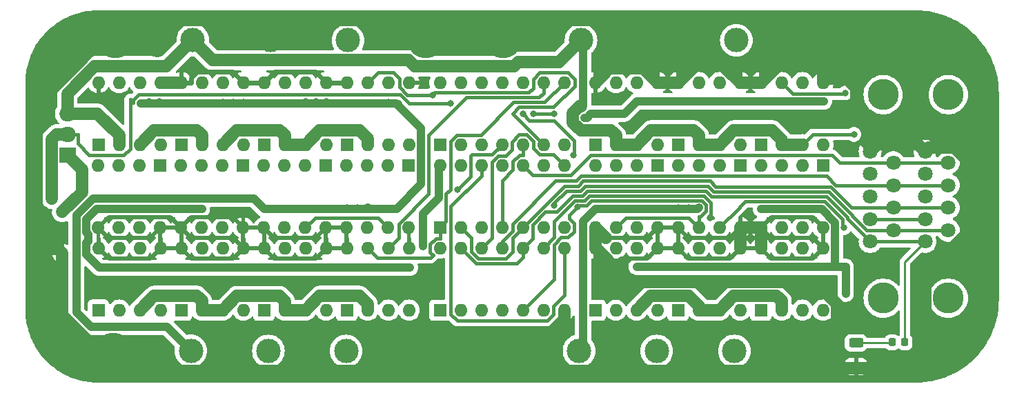
<source format=gbr>
%TF.GenerationSoftware,KiCad,Pcbnew,7.0.5*%
%TF.CreationDate,2024-12-02T20:38:49-05:00*%
%TF.ProjectId,stepper_motor_controller_2,73746570-7065-4725-9f6d-6f746f725f63,rev?*%
%TF.SameCoordinates,Original*%
%TF.FileFunction,Copper,L1,Top*%
%TF.FilePolarity,Positive*%
%FSLAX46Y46*%
G04 Gerber Fmt 4.6, Leading zero omitted, Abs format (unit mm)*
G04 Created by KiCad (PCBNEW 7.0.5) date 2024-12-02 20:38:49*
%MOMM*%
%LPD*%
G01*
G04 APERTURE LIST*
G04 Aperture macros list*
%AMRoundRect*
0 Rectangle with rounded corners*
0 $1 Rounding radius*
0 $2 $3 $4 $5 $6 $7 $8 $9 X,Y pos of 4 corners*
0 Add a 4 corners polygon primitive as box body*
4,1,4,$2,$3,$4,$5,$6,$7,$8,$9,$2,$3,0*
0 Add four circle primitives for the rounded corners*
1,1,$1+$1,$2,$3*
1,1,$1+$1,$4,$5*
1,1,$1+$1,$6,$7*
1,1,$1+$1,$8,$9*
0 Add four rect primitives between the rounded corners*
20,1,$1+$1,$2,$3,$4,$5,0*
20,1,$1+$1,$4,$5,$6,$7,0*
20,1,$1+$1,$6,$7,$8,$9,0*
20,1,$1+$1,$8,$9,$2,$3,0*%
%AMHorizOval*
0 Thick line with rounded ends*
0 $1 width*
0 $2 $3 position (X,Y) of the first rounded end (center of the circle)*
0 $4 $5 position (X,Y) of the second rounded end (center of the circle)*
0 Add line between two ends*
20,1,$1,$2,$3,$4,$5,0*
0 Add two circle primitives to create the rounded ends*
1,1,$1,$2,$3*
1,1,$1,$4,$5*%
G04 Aperture macros list end*
%TA.AperFunction,ComponentPad*%
%ADD10R,1.600000X1.600000*%
%TD*%
%TA.AperFunction,ComponentPad*%
%ADD11O,1.600000X1.600000*%
%TD*%
%TA.AperFunction,ComponentPad*%
%ADD12C,1.800000*%
%TD*%
%TA.AperFunction,ComponentPad*%
%ADD13C,3.810000*%
%TD*%
%TA.AperFunction,SMDPad,CuDef*%
%ADD14RoundRect,0.218750X-0.218750X-0.256250X0.218750X-0.256250X0.218750X0.256250X-0.218750X0.256250X0*%
%TD*%
%TA.AperFunction,SMDPad,CuDef*%
%ADD15RoundRect,0.250000X0.625000X-0.312500X0.625000X0.312500X-0.625000X0.312500X-0.625000X-0.312500X0*%
%TD*%
%TA.AperFunction,ComponentPad*%
%ADD16C,1.400000*%
%TD*%
%TA.AperFunction,ComponentPad*%
%ADD17O,1.400000X1.400000*%
%TD*%
%TA.AperFunction,ComponentPad*%
%ADD18R,2.000000X1.905000*%
%TD*%
%TA.AperFunction,ComponentPad*%
%ADD19O,2.000000X1.905000*%
%TD*%
%TA.AperFunction,ComponentPad*%
%ADD20HorizOval,1.400000X0.000000X0.000000X0.000000X0.000000X0*%
%TD*%
%TA.AperFunction,ViaPad*%
%ADD21C,3.000000*%
%TD*%
%TA.AperFunction,ViaPad*%
%ADD22C,0.800000*%
%TD*%
%TA.AperFunction,ViaPad*%
%ADD23C,4.500000*%
%TD*%
%TA.AperFunction,Conductor*%
%ADD24C,1.000000*%
%TD*%
%TA.AperFunction,Conductor*%
%ADD25C,0.400000*%
%TD*%
%TA.AperFunction,Conductor*%
%ADD26C,1.500000*%
%TD*%
%TA.AperFunction,Conductor*%
%ADD27C,0.250000*%
%TD*%
%TA.AperFunction,Conductor*%
%ADD28C,0.500000*%
%TD*%
%TA.AperFunction,Conductor*%
%ADD29C,0.600000*%
%TD*%
G04 APERTURE END LIST*
D10*
%TO.P,U10,1,OA*%
%TO.N,Net-(R15-Pad1)*%
X138440000Y-83120000D03*
D11*
%TO.P,U10,2,VCC*%
%TO.N,VCC*%
X140980000Y-83120000D03*
%TO.P,U10,3,VCC*%
X143520000Y-83120000D03*
%TO.P,U10,4,OA*%
%TO.N,Net-(R16-Pad1)*%
X146060000Y-83120000D03*
%TO.P,U10,5,GND*%
%TO.N,GND*%
X146060000Y-75500000D03*
%TO.P,U10,6,IA*%
%TO.N,/B_logic*%
X143520000Y-75500000D03*
%TO.P,U10,7,IB*%
%TO.N,/B_n_logic*%
X140980000Y-75500000D03*
%TO.P,U10,8,GND*%
%TO.N,GND*%
X138440000Y-75500000D03*
%TD*%
D10*
%TO.P,U15,1,OA*%
%TO.N,Net-(R25-Pad1)*%
X209550000Y-83130000D03*
D11*
%TO.P,U15,2,VCC*%
%TO.N,VCC*%
X212090000Y-83130000D03*
%TO.P,U15,3,VCC*%
X214630000Y-83130000D03*
%TO.P,U15,4,OA*%
%TO.N,Net-(R26-Pad1)*%
X217170000Y-83130000D03*
%TO.P,U15,5,GND*%
%TO.N,GND*%
X217170000Y-75510000D03*
%TO.P,U15,6,IA*%
%TO.N,/F_logic*%
X214630000Y-75510000D03*
%TO.P,U15,7,IB*%
%TO.N,/F_n_logic*%
X212090000Y-75510000D03*
%TO.P,U15,8,GND*%
%TO.N,GND*%
X209550000Y-75510000D03*
%TD*%
D12*
%TO.P,J2,1A*%
%TO.N,+5V*%
X239875000Y-74700000D03*
%TO.P,J2,1B*%
X233125000Y-74700000D03*
%TO.P,J2,2A*%
%TO.N,VCC*%
X239875000Y-71930000D03*
%TO.P,J2,2B*%
X233125000Y-71930000D03*
%TO.P,J2,3A*%
%TO.N,unconnected-(J2-Pad3A)*%
X239875000Y-69160000D03*
%TO.P,J2,3B*%
%TO.N,unconnected-(J2-Pad3B)*%
X233125000Y-69160000D03*
%TO.P,J2,4A*%
%TO.N,unconnected-(J2-Pad4A)*%
X239875000Y-66390000D03*
%TO.P,J2,4B*%
%TO.N,unconnected-(J2-Pad4B)*%
X233125000Y-66390000D03*
%TO.P,J2,5A*%
%TO.N,GND*%
X239875000Y-63620000D03*
%TO.P,J2,5B*%
X233125000Y-63620000D03*
%TO.P,J2,6A*%
%TO.N,/CLOCK_upper*%
X242715000Y-73315000D03*
%TO.P,J2,6B*%
X235965000Y-73315000D03*
%TO.P,J2,7A*%
%TO.N,/DIRECTION_upper*%
X242715000Y-70545000D03*
%TO.P,J2,7B*%
X235965000Y-70545000D03*
%TO.P,J2,8A*%
%TO.N,/CLOCK_lower*%
X242715000Y-67775000D03*
%TO.P,J2,8B*%
X235965000Y-67775000D03*
%TO.P,J2,9A*%
%TO.N,/DIRECTION_lower*%
X242715000Y-65005000D03*
%TO.P,J2,9B*%
X235965000Y-65005000D03*
D13*
%TO.P,J2,MH1*%
%TO.N,N/C*%
X234715000Y-81650000D03*
%TO.P,J2,MH2*%
X242715000Y-81650000D03*
%TO.P,J2,MH3*%
X234715000Y-56670000D03*
%TO.P,J2,MH4*%
X242715000Y-56670000D03*
%TD*%
D10*
%TO.P,U2,1,OA*%
%TO.N,Net-(R1-Pad1)*%
X148600000Y-62800000D03*
D11*
%TO.P,U2,2,VCC*%
%TO.N,VCC*%
X151140000Y-62800000D03*
%TO.P,U2,3,VCC*%
X153680000Y-62800000D03*
%TO.P,U2,4,OA*%
%TO.N,Net-(R2-Pad1)*%
X156220000Y-62800000D03*
%TO.P,U2,5,GND*%
%TO.N,GND*%
X156220000Y-55180000D03*
%TO.P,U2,6,IA*%
%TO.N,/A_logic*%
X153680000Y-55180000D03*
%TO.P,U2,7,IB*%
%TO.N,/A_n_logic*%
X151140000Y-55180000D03*
%TO.P,U2,8,GND*%
%TO.N,GND*%
X148600000Y-55180000D03*
%TD*%
D10*
%TO.P,U6,1,OA*%
%TO.N,Net-(R69-Pad1)*%
X148590000Y-83130000D03*
D11*
%TO.P,U6,2,VCC*%
%TO.N,VCC*%
X151130000Y-83130000D03*
%TO.P,U6,3,VCC*%
X153670000Y-83130000D03*
%TO.P,U6,4,OA*%
%TO.N,Net-(R70-Pad1)*%
X156210000Y-83130000D03*
%TO.P,U6,5,GND*%
%TO.N,GND*%
X156210000Y-75510000D03*
%TO.P,U6,6,IA*%
%TO.N,/B_logic*%
X153670000Y-75510000D03*
%TO.P,U6,7,IB*%
%TO.N,/B_n_logic*%
X151130000Y-75510000D03*
%TO.P,U6,8,GND*%
%TO.N,GND*%
X148590000Y-75510000D03*
%TD*%
D14*
%TO.P,D1,1,K*%
%TO.N,Net-(D1-K)*%
X235813500Y-87067000D03*
%TO.P,D1,2,A*%
%TO.N,+5V*%
X237388500Y-87067000D03*
%TD*%
D10*
%TO.P,U13,1,OA*%
%TO.N,Net-(R21-Pad1)*%
X199390000Y-83130000D03*
D11*
%TO.P,U13,2,VCC*%
%TO.N,VCC*%
X201930000Y-83130000D03*
%TO.P,U13,3,VCC*%
X204470000Y-83130000D03*
%TO.P,U13,4,OA*%
%TO.N,Net-(R22-Pad1)*%
X207010000Y-83130000D03*
%TO.P,U13,5,GND*%
%TO.N,GND*%
X207010000Y-75510000D03*
%TO.P,U13,6,IA*%
%TO.N,/F_logic*%
X204470000Y-75510000D03*
%TO.P,U13,7,IB*%
%TO.N,/F_n_logic*%
X201930000Y-75510000D03*
%TO.P,U13,8,GND*%
%TO.N,GND*%
X199390000Y-75510000D03*
%TD*%
D10*
%TO.P,U28,1,~{R}*%
%TO.N,+5V*%
X180340000Y-83130000D03*
D11*
%TO.P,U28,2,D*%
%TO.N,Net-(U28A-D)*%
X182880000Y-83130000D03*
%TO.P,U28,3,C*%
%TO.N,/CLOCK_lower*%
X185420000Y-83130000D03*
%TO.P,U28,4,~{S}*%
%TO.N,+5V*%
X187960000Y-83130000D03*
%TO.P,U28,5,Q*%
%TO.N,/E_logic*%
X190500000Y-83130000D03*
%TO.P,U28,6,~{Q}*%
%TO.N,/E_n_logic*%
X193040000Y-83130000D03*
%TO.P,U28,7,GND*%
%TO.N,GND*%
X195580000Y-83130000D03*
%TO.P,U28,8,~{Q}*%
%TO.N,/F_n_logic*%
X195580000Y-75510000D03*
%TO.P,U28,9,Q*%
%TO.N,/F_logic*%
X193040000Y-75510000D03*
%TO.P,U28,10,~{S}*%
%TO.N,+5V*%
X190500000Y-75510000D03*
%TO.P,U28,11,C*%
%TO.N,/CLOCK_lower*%
X187960000Y-75510000D03*
%TO.P,U28,12,D*%
%TO.N,Net-(U28B-D)*%
X185420000Y-75510000D03*
%TO.P,U28,13,~{R}*%
%TO.N,+5V*%
X182880000Y-75510000D03*
%TO.P,U28,14,VCC*%
X180340000Y-75510000D03*
%TD*%
D10*
%TO.P,U14,1,OA*%
%TO.N,Net-(R23-Pad1)*%
X219720000Y-62800000D03*
D11*
%TO.P,U14,2,VCC*%
%TO.N,VCC*%
X222260000Y-62800000D03*
%TO.P,U14,3,VCC*%
X224800000Y-62800000D03*
%TO.P,U14,4,OA*%
%TO.N,Net-(R24-Pad1)*%
X227340000Y-62800000D03*
%TO.P,U14,5,GND*%
%TO.N,GND*%
X227340000Y-55180000D03*
%TO.P,U14,6,IA*%
%TO.N,/E_logic*%
X224800000Y-55180000D03*
%TO.P,U14,7,IB*%
%TO.N,/E_n_logic*%
X222260000Y-55180000D03*
%TO.P,U14,8,GND*%
%TO.N,GND*%
X219720000Y-55180000D03*
%TD*%
D10*
%TO.P,U25,1,OA*%
%TO.N,Net-(R45-Pad1)*%
X158750000Y-83130000D03*
D11*
%TO.P,U25,2,VCC*%
%TO.N,VCC*%
X161290000Y-83130000D03*
%TO.P,U25,3,VCC*%
X163830000Y-83130000D03*
%TO.P,U25,4,OA*%
%TO.N,Net-(R46-Pad1)*%
X166370000Y-83130000D03*
%TO.P,U25,5,GND*%
%TO.N,GND*%
X166370000Y-75510000D03*
%TO.P,U25,6,IA*%
%TO.N,/B_logic*%
X163830000Y-75510000D03*
%TO.P,U25,7,IB*%
%TO.N,/B_n_logic*%
X161290000Y-75510000D03*
%TO.P,U25,8,GND*%
%TO.N,GND*%
X158750000Y-75510000D03*
%TD*%
D10*
%TO.P,U18,1,OA*%
%TO.N,Net-(R31-Pad1)*%
X217170000Y-65350000D03*
D11*
%TO.P,U18,2,VCC*%
%TO.N,VCC*%
X214630000Y-65350000D03*
%TO.P,U18,3,VCC*%
X212090000Y-65350000D03*
%TO.P,U18,4,OA*%
%TO.N,Net-(R32-Pad1)*%
X209550000Y-65350000D03*
%TO.P,U18,5,GND*%
%TO.N,GND*%
X209550000Y-72970000D03*
%TO.P,U18,6,IA*%
%TO.N,/E_logic*%
X212090000Y-72970000D03*
%TO.P,U18,7,IB*%
%TO.N,/E_n_logic*%
X214630000Y-72970000D03*
%TO.P,U18,8,GND*%
%TO.N,GND*%
X217170000Y-72970000D03*
%TD*%
D10*
%TO.P,U12,1,OA*%
%TO.N,Net-(R19-Pad1)*%
X209560000Y-62800000D03*
D11*
%TO.P,U12,2,VCC*%
%TO.N,VCC*%
X212100000Y-62800000D03*
%TO.P,U12,3,VCC*%
X214640000Y-62800000D03*
%TO.P,U12,4,OA*%
%TO.N,Net-(R20-Pad1)*%
X217180000Y-62800000D03*
%TO.P,U12,5,GND*%
%TO.N,GND*%
X217180000Y-55180000D03*
%TO.P,U12,6,IA*%
%TO.N,/E_logic*%
X214640000Y-55180000D03*
%TO.P,U12,7,IB*%
%TO.N,/E_n_logic*%
X212100000Y-55180000D03*
%TO.P,U12,8,GND*%
%TO.N,GND*%
X209560000Y-55180000D03*
%TD*%
D15*
%TO.P,R91,1*%
%TO.N,GND*%
X231394000Y-90053500D03*
%TO.P,R91,2*%
%TO.N,Net-(D1-K)*%
X231394000Y-87128500D03*
%TD*%
D10*
%TO.P,U17,1,OA*%
%TO.N,Net-(R29-Pad1)*%
X219720000Y-83120000D03*
D11*
%TO.P,U17,2,VCC*%
%TO.N,VCC*%
X222260000Y-83120000D03*
%TO.P,U17,3,VCC*%
X224800000Y-83120000D03*
%TO.P,U17,4,OA*%
%TO.N,Net-(R30-Pad1)*%
X227340000Y-83120000D03*
%TO.P,U17,5,GND*%
%TO.N,GND*%
X227340000Y-75500000D03*
%TO.P,U17,6,IA*%
%TO.N,/F_logic*%
X224800000Y-75500000D03*
%TO.P,U17,7,IB*%
%TO.N,/F_n_logic*%
X222260000Y-75500000D03*
%TO.P,U17,8,GND*%
%TO.N,GND*%
X219720000Y-75500000D03*
%TD*%
D10*
%TO.P,U16,1,OA*%
%TO.N,Net-(R27-Pad1)*%
X207010000Y-65350000D03*
D11*
%TO.P,U16,2,VCC*%
%TO.N,VCC*%
X204470000Y-65350000D03*
%TO.P,U16,3,VCC*%
X201930000Y-65350000D03*
%TO.P,U16,4,OA*%
%TO.N,Net-(R28-Pad1)*%
X199390000Y-65350000D03*
%TO.P,U16,5,GND*%
%TO.N,GND*%
X199390000Y-72970000D03*
%TO.P,U16,6,IA*%
%TO.N,/E_logic*%
X201930000Y-72970000D03*
%TO.P,U16,7,IB*%
%TO.N,/E_n_logic*%
X204470000Y-72970000D03*
%TO.P,U16,8,GND*%
%TO.N,GND*%
X207010000Y-72970000D03*
%TD*%
D16*
%TO.P,R38,1*%
%TO.N,Net-(U11-ADJ)*%
X133985000Y-71065000D03*
D17*
%TO.P,R38,2*%
%TO.N,GND*%
X133985000Y-76145000D03*
%TD*%
D10*
%TO.P,U4,1,OA*%
%TO.N,Net-(R3-Pad1)*%
X146040000Y-65360000D03*
D11*
%TO.P,U4,2,VCC*%
%TO.N,VCC*%
X143500000Y-65360000D03*
%TO.P,U4,3,VCC*%
X140960000Y-65360000D03*
%TO.P,U4,4,OA*%
%TO.N,Net-(R4-Pad1)*%
X138420000Y-65360000D03*
%TO.P,U4,5,GND*%
%TO.N,GND*%
X138420000Y-72980000D03*
%TO.P,U4,6,IA*%
%TO.N,/B_logic*%
X140960000Y-72980000D03*
%TO.P,U4,7,IB*%
%TO.N,/B_n_logic*%
X143500000Y-72980000D03*
%TO.P,U4,8,GND*%
%TO.N,GND*%
X146040000Y-72980000D03*
%TD*%
D10*
%TO.P,U20,1,OA*%
%TO.N,Net-(R35-Pad1)*%
X199400000Y-62800000D03*
D11*
%TO.P,U20,2,VCC*%
%TO.N,VCC*%
X201940000Y-62800000D03*
%TO.P,U20,3,VCC*%
X204480000Y-62800000D03*
%TO.P,U20,4,OA*%
%TO.N,Net-(R36-Pad1)*%
X207020000Y-62800000D03*
%TO.P,U20,5,GND*%
%TO.N,GND*%
X207020000Y-55180000D03*
%TO.P,U20,6,IA*%
%TO.N,/E_logic*%
X204480000Y-55180000D03*
%TO.P,U20,7,IB*%
%TO.N,/E_n_logic*%
X201940000Y-55180000D03*
%TO.P,U20,8,GND*%
%TO.N,GND*%
X199400000Y-55180000D03*
%TD*%
D10*
%TO.P,U5,1,OA*%
%TO.N,Net-(R41-Pad1)*%
X138440000Y-62800000D03*
D11*
%TO.P,U5,2,VCC*%
%TO.N,VCC*%
X140980000Y-62800000D03*
%TO.P,U5,3,VCC*%
X143520000Y-62800000D03*
%TO.P,U5,4,OA*%
%TO.N,Net-(R42-Pad1)*%
X146060000Y-62800000D03*
%TO.P,U5,5,GND*%
%TO.N,GND*%
X146060000Y-55180000D03*
%TO.P,U5,6,IA*%
%TO.N,/A_logic*%
X143520000Y-55180000D03*
%TO.P,U5,7,IB*%
%TO.N,/A_n_logic*%
X140980000Y-55180000D03*
%TO.P,U5,8,GND*%
%TO.N,GND*%
X138440000Y-55180000D03*
%TD*%
D10*
%TO.P,U3,1*%
%TO.N,/B_n_logic*%
X180340000Y-72970000D03*
D11*
%TO.P,U3,2*%
%TO.N,/DIRECTION_upper*%
X182880000Y-72970000D03*
%TO.P,U3,3*%
%TO.N,Net-(U1A-D)*%
X185420000Y-72970000D03*
%TO.P,U3,4*%
%TO.N,/A_logic*%
X187960000Y-72970000D03*
%TO.P,U3,5*%
%TO.N,/DIRECTION_upper*%
X190500000Y-72970000D03*
%TO.P,U3,6*%
%TO.N,Net-(U1B-D)*%
X193040000Y-72970000D03*
%TO.P,U3,7,GND*%
%TO.N,GND*%
X195580000Y-72970000D03*
%TO.P,U3,8*%
%TO.N,Net-(U28B-D)*%
X195580000Y-65350000D03*
%TO.P,U3,9*%
%TO.N,/E_logic*%
X193040000Y-65350000D03*
%TO.P,U3,10*%
%TO.N,/DIRECTION_lower*%
X190500000Y-65350000D03*
%TO.P,U3,11*%
%TO.N,Net-(U28A-D)*%
X187960000Y-65350000D03*
%TO.P,U3,12*%
%TO.N,/F_n_logic*%
X185420000Y-65350000D03*
%TO.P,U3,13*%
%TO.N,/DIRECTION_lower*%
X182880000Y-65350000D03*
%TO.P,U3,14,VCC*%
%TO.N,+5V*%
X180340000Y-65350000D03*
%TD*%
D10*
%TO.P,U1,1,~{R}*%
%TO.N,+5V*%
X180335000Y-62800000D03*
D11*
%TO.P,U1,2,D*%
%TO.N,Net-(U1A-D)*%
X182875000Y-62800000D03*
%TO.P,U1,3,C*%
%TO.N,/CLOCK_upper*%
X185415000Y-62800000D03*
%TO.P,U1,4,~{S}*%
%TO.N,+5V*%
X187955000Y-62800000D03*
%TO.P,U1,5,Q*%
%TO.N,/A_logic*%
X190495000Y-62800000D03*
%TO.P,U1,6,~{Q}*%
%TO.N,/A_n_logic*%
X193035000Y-62800000D03*
%TO.P,U1,7,GND*%
%TO.N,GND*%
X195575000Y-62800000D03*
%TO.P,U1,8,~{Q}*%
%TO.N,/B_n_logic*%
X195575000Y-55180000D03*
%TO.P,U1,9,Q*%
%TO.N,/B_logic*%
X193035000Y-55180000D03*
%TO.P,U1,10,~{S}*%
%TO.N,+5V*%
X190495000Y-55180000D03*
%TO.P,U1,11,C*%
%TO.N,/CLOCK_upper*%
X187955000Y-55180000D03*
%TO.P,U1,12,D*%
%TO.N,Net-(U1B-D)*%
X185415000Y-55180000D03*
%TO.P,U1,13,~{R}*%
%TO.N,+5V*%
X182875000Y-55180000D03*
%TO.P,U1,14,VCC*%
X180335000Y-55180000D03*
%TD*%
D18*
%TO.P,U11,1,ADJ*%
%TO.N,Net-(U11-ADJ)*%
X134620000Y-64080000D03*
D19*
%TO.P,U11,2,VO*%
%TO.N,+5V*%
X134620000Y-61540000D03*
%TO.P,U11,3,VI*%
%TO.N,VCC*%
X134620000Y-59000000D03*
%TD*%
D10*
%TO.P,U8,1,OA*%
%TO.N,Net-(R11-Pad1)*%
X156200000Y-65360000D03*
D11*
%TO.P,U8,2,VCC*%
%TO.N,VCC*%
X153660000Y-65360000D03*
%TO.P,U8,3,VCC*%
X151120000Y-65360000D03*
%TO.P,U8,4,OA*%
%TO.N,Net-(R12-Pad1)*%
X148580000Y-65360000D03*
%TO.P,U8,5,GND*%
%TO.N,GND*%
X148580000Y-72980000D03*
%TO.P,U8,6,IA*%
%TO.N,/B_logic*%
X151120000Y-72980000D03*
%TO.P,U8,7,IB*%
%TO.N,/B_n_logic*%
X153660000Y-72980000D03*
%TO.P,U8,8,GND*%
%TO.N,GND*%
X156200000Y-72980000D03*
%TD*%
D10*
%TO.P,U26,1,OA*%
%TO.N,Net-(R47-Pad1)*%
X176520000Y-65360000D03*
D11*
%TO.P,U26,2,VCC*%
%TO.N,VCC*%
X173980000Y-65360000D03*
%TO.P,U26,3,VCC*%
X171440000Y-65360000D03*
%TO.P,U26,4,OA*%
%TO.N,Net-(R48-Pad1)*%
X168900000Y-65360000D03*
%TO.P,U26,5,GND*%
%TO.N,GND*%
X168900000Y-72980000D03*
%TO.P,U26,6,IA*%
%TO.N,/A_logic*%
X171440000Y-72980000D03*
%TO.P,U26,7,IB*%
%TO.N,/A_n_logic*%
X173980000Y-72980000D03*
%TO.P,U26,8,GND*%
%TO.N,GND*%
X176520000Y-72980000D03*
%TD*%
D10*
%TO.P,U9,1,OA*%
%TO.N,Net-(R13-Pad1)*%
X168920000Y-62800000D03*
D11*
%TO.P,U9,2,VCC*%
%TO.N,VCC*%
X171460000Y-62800000D03*
%TO.P,U9,3,VCC*%
X174000000Y-62800000D03*
%TO.P,U9,4,OA*%
%TO.N,Net-(R14-Pad1)*%
X176540000Y-62800000D03*
%TO.P,U9,5,GND*%
%TO.N,GND*%
X176540000Y-55180000D03*
%TO.P,U9,6,IA*%
%TO.N,/A_logic*%
X174000000Y-55180000D03*
%TO.P,U9,7,IB*%
%TO.N,/A_n_logic*%
X171460000Y-55180000D03*
%TO.P,U9,8,GND*%
%TO.N,GND*%
X168920000Y-55180000D03*
%TD*%
D10*
%TO.P,U7,1,OA*%
%TO.N,Net-(R53-Pad1)*%
X158760000Y-62800000D03*
D11*
%TO.P,U7,2,VCC*%
%TO.N,VCC*%
X161300000Y-62800000D03*
%TO.P,U7,3,VCC*%
X163840000Y-62800000D03*
%TO.P,U7,4,OA*%
%TO.N,Net-(R10-Pad1)*%
X166380000Y-62800000D03*
%TO.P,U7,5,GND*%
%TO.N,GND*%
X166380000Y-55180000D03*
%TO.P,U7,6,IA*%
%TO.N,/A_logic*%
X163840000Y-55180000D03*
%TO.P,U7,7,IB*%
%TO.N,/A_n_logic*%
X161300000Y-55180000D03*
%TO.P,U7,8,GND*%
%TO.N,GND*%
X158760000Y-55180000D03*
%TD*%
D16*
%TO.P,R37,1*%
%TO.N,+5V*%
X132739946Y-69435678D03*
D20*
%TO.P,R37,2*%
%TO.N,Net-(U11-ADJ)*%
X136332048Y-65843576D03*
%TD*%
D10*
%TO.P,U19,1,OA*%
%TO.N,Net-(R33-Pad1)*%
X227330000Y-65350000D03*
D11*
%TO.P,U19,2,VCC*%
%TO.N,VCC*%
X224790000Y-65350000D03*
%TO.P,U19,3,VCC*%
X222250000Y-65350000D03*
%TO.P,U19,4,OA*%
%TO.N,Net-(R34-Pad1)*%
X219710000Y-65350000D03*
%TO.P,U19,5,GND*%
%TO.N,GND*%
X219710000Y-72970000D03*
%TO.P,U19,6,IA*%
%TO.N,/F_logic*%
X222250000Y-72970000D03*
%TO.P,U19,7,IB*%
%TO.N,/F_n_logic*%
X224790000Y-72970000D03*
%TO.P,U19,8,GND*%
%TO.N,GND*%
X227330000Y-72970000D03*
%TD*%
D10*
%TO.P,U24,1,OA*%
%TO.N,Net-(R43-Pad1)*%
X166360000Y-65360000D03*
D11*
%TO.P,U24,2,VCC*%
%TO.N,VCC*%
X163820000Y-65360000D03*
%TO.P,U24,3,VCC*%
X161280000Y-65360000D03*
%TO.P,U24,4,OA*%
%TO.N,Net-(R44-Pad1)*%
X158740000Y-65360000D03*
%TO.P,U24,5,GND*%
%TO.N,GND*%
X158740000Y-72980000D03*
%TO.P,U24,6,IA*%
%TO.N,/A_logic*%
X161280000Y-72980000D03*
%TO.P,U24,7,IB*%
%TO.N,/A_n_logic*%
X163820000Y-72980000D03*
%TO.P,U24,8,GND*%
%TO.N,GND*%
X166360000Y-72980000D03*
%TD*%
D10*
%TO.P,U27,1,OA*%
%TO.N,Net-(R49-Pad1)*%
X168920000Y-83120000D03*
D11*
%TO.P,U27,2,VCC*%
%TO.N,VCC*%
X171460000Y-83120000D03*
%TO.P,U27,3,VCC*%
X174000000Y-83120000D03*
%TO.P,U27,4,OA*%
%TO.N,Net-(R50-Pad1)*%
X176540000Y-83120000D03*
%TO.P,U27,5,GND*%
%TO.N,GND*%
X176540000Y-75500000D03*
%TO.P,U27,6,IA*%
%TO.N,/B_logic*%
X174000000Y-75500000D03*
%TO.P,U27,7,IB*%
%TO.N,/B_n_logic*%
X171460000Y-75500000D03*
%TO.P,U27,8,GND*%
%TO.N,GND*%
X168920000Y-75500000D03*
%TD*%
D21*
%TO.N,/A*%
X169060000Y-49980000D03*
D22*
%TO.N,/B*%
X160020000Y-70684000D03*
X173990000Y-57603000D03*
X163830000Y-57476000D03*
X171450000Y-70557000D03*
X158750000Y-70684000D03*
X145923000Y-57476000D03*
X144653000Y-57476000D03*
X166370000Y-57476000D03*
X161290000Y-70684000D03*
X143637000Y-57700500D03*
X156210000Y-57603000D03*
D21*
X149770000Y-88120000D03*
D22*
X170180000Y-70557000D03*
X154940000Y-57603000D03*
X165100000Y-57476000D03*
X168910000Y-70557000D03*
X175260000Y-57730000D03*
X153670000Y-57603000D03*
D21*
%TO.N,/C*%
X159290000Y-88130000D03*
%TO.N,/D*%
X168820000Y-88130000D03*
D22*
X163957000Y-77923000D03*
X176657000Y-77923000D03*
X153670000Y-77796000D03*
X146050000Y-77923000D03*
X149860000Y-70684000D03*
X166497000Y-77923000D03*
X154940000Y-77796000D03*
X165227000Y-77923000D03*
X151130000Y-70684000D03*
X175387000Y-77923000D03*
X144780000Y-77923000D03*
X138430000Y-70684000D03*
X156210000Y-77796000D03*
X143510000Y-77923000D03*
X140970000Y-70684000D03*
X148590000Y-70684000D03*
X174117000Y-77923000D03*
X139700000Y-70684000D03*
%TO.N,+5V*%
X178249863Y-75255596D03*
X181610000Y-57730000D03*
X182510685Y-68326516D03*
%TO.N,/A_logic*%
X191770000Y-59000000D03*
X194310000Y-59000000D03*
%TO.N,/A_n_logic*%
X179413726Y-56690658D03*
D23*
%TO.N,GND*%
X178590000Y-49980000D03*
D21*
X159530000Y-49980000D03*
X207180000Y-49980000D03*
D23*
X226240000Y-49980000D03*
X178350000Y-88130000D03*
D22*
X145138003Y-51577652D03*
D23*
X140230000Y-88130000D03*
X188120000Y-49980000D03*
X187880000Y-88130000D03*
D22*
X146069119Y-51516595D03*
X207010000Y-55190000D03*
D23*
X226000000Y-88130000D03*
D22*
X145290645Y-50921292D03*
D23*
X140470000Y-49980000D03*
D22*
%TO.N,VCC*%
X231140000Y-61540000D03*
D21*
X197650000Y-49980000D03*
X150010000Y-49970000D03*
D22*
%TO.N,/CLOCK_upper*%
X194351784Y-70243295D03*
X190500000Y-59000000D03*
X196740078Y-64082114D03*
D21*
%TO.N,/E*%
X216710000Y-49980000D03*
D22*
%TO.N,/F*%
X217170000Y-57603000D03*
X207010000Y-57476000D03*
X212090000Y-70557000D03*
X200660000Y-70684000D03*
X227457000Y-57476000D03*
X198104735Y-59497573D03*
X199390000Y-70684000D03*
X199768532Y-59009119D03*
X226187000Y-57476000D03*
X224917000Y-57476000D03*
X210820000Y-70557000D03*
X200660000Y-59000000D03*
X205740000Y-57476000D03*
X215900000Y-57603000D03*
X209550000Y-70557000D03*
X198867945Y-59009119D03*
X201930000Y-70684000D03*
X214630000Y-57603000D03*
X204470000Y-57476000D03*
D21*
X197410000Y-88130000D03*
%TO.N,/G*%
X206940000Y-88130000D03*
D22*
%TO.N,/H*%
X214630000Y-77796000D03*
X230124000Y-78812000D03*
X222250000Y-70684000D03*
X224790000Y-77796000D03*
X230124000Y-77923000D03*
X215900000Y-77796000D03*
X220980000Y-70684000D03*
X226060000Y-77796000D03*
X219710000Y-70684000D03*
D21*
X216470000Y-88130000D03*
D22*
X230124000Y-80717000D03*
X207010000Y-77796000D03*
X217170000Y-77796000D03*
X204470000Y-77796000D03*
X230124000Y-79701000D03*
X227330000Y-77796000D03*
X205740000Y-77796000D03*
%TO.N,/E_logic*%
X197233340Y-70472304D03*
%TO.N,/E_n_logic*%
X229929500Y-72970000D03*
X230065361Y-56452564D03*
%TO.N,/F_logic*%
X213492977Y-71790454D03*
%TD*%
D24*
%TO.N,/B*%
X146830000Y-85180000D02*
X149770000Y-88120000D01*
X143637000Y-57700500D02*
X143666500Y-57730000D01*
X174974250Y-57730000D02*
X178040000Y-60795750D01*
X137748944Y-69414000D02*
X135720000Y-71442944D01*
X143666500Y-57730000D02*
X174974250Y-57730000D01*
X175006000Y-70684000D02*
X171323000Y-70684000D01*
X178040000Y-60795750D02*
X178040000Y-67650000D01*
X158750000Y-70684000D02*
X157480000Y-69414000D01*
X157480000Y-69414000D02*
X137748944Y-69414000D01*
X178040000Y-67650000D02*
X175006000Y-70684000D01*
X158750000Y-70684000D02*
X171323000Y-70684000D01*
X135720000Y-71442944D02*
X135720000Y-83400000D01*
X135720000Y-83400000D02*
X137500000Y-85180000D01*
X137500000Y-85180000D02*
X146830000Y-85180000D01*
X171323000Y-70684000D02*
X171450000Y-70557000D01*
%TO.N,/D*%
X138557000Y-77923000D02*
X143510000Y-77923000D01*
X136940000Y-76306000D02*
X138557000Y-77923000D01*
X151130000Y-70684000D02*
X138430000Y-70684000D01*
X143510000Y-77923000D02*
X176657000Y-77923000D01*
X136920000Y-71940000D02*
X136920000Y-73601321D01*
X137160000Y-74658679D02*
X136940000Y-74878679D01*
X136940000Y-74878679D02*
X136940000Y-76306000D01*
X137160000Y-73841321D02*
X137160000Y-74658679D01*
X138430000Y-70684000D02*
X138176000Y-70684000D01*
X138176000Y-70684000D02*
X136920000Y-71940000D01*
X136920000Y-73601321D02*
X137160000Y-73841321D01*
D25*
%TO.N,+5V*%
X196671450Y-69055000D02*
X197797944Y-69055000D01*
X142737000Y-57327708D02*
X143388708Y-56676000D01*
X191700000Y-74310000D02*
X191700000Y-72612943D01*
X175490415Y-56676000D02*
X176544415Y-57730000D01*
X137320000Y-64080000D02*
X141537057Y-64080000D01*
X182510685Y-68280723D02*
X182510685Y-68326516D01*
X213662848Y-69160000D02*
X227762641Y-69160000D01*
X197797944Y-69055000D02*
X198395944Y-68457000D01*
X190500000Y-75510000D02*
X190500000Y-76641370D01*
X182464892Y-68326516D02*
X182419100Y-68372308D01*
D24*
X180180000Y-69320000D02*
X178240000Y-71260000D01*
D25*
X142737000Y-57683208D02*
X142737000Y-57327708D01*
X184080000Y-66711408D02*
X182510685Y-68280723D01*
X142320000Y-57266208D02*
X142737000Y-57683208D01*
X198395944Y-68457000D02*
X212959848Y-68457000D01*
X141537057Y-64080000D02*
X142320000Y-63297057D01*
D26*
X132670000Y-62177500D02*
X132670000Y-69365732D01*
D24*
X180340000Y-65350000D02*
X180180000Y-65510000D01*
D25*
X230330000Y-71905000D02*
X233125000Y-74700000D01*
X187955000Y-62800000D02*
X186755000Y-64000000D01*
X189761370Y-77380000D02*
X184744415Y-77380000D01*
X184230000Y-64000000D02*
X184080000Y-64150000D01*
X135890000Y-62650000D02*
X137320000Y-64080000D01*
X190500000Y-76641370D02*
X189761370Y-77380000D01*
X143388708Y-56676000D02*
X175490415Y-56676000D01*
X182880000Y-75515585D02*
X182880000Y-75510000D01*
X194661450Y-71065000D02*
X196671450Y-69055000D01*
X182510685Y-68326516D02*
X182464892Y-68326516D01*
D26*
X133307500Y-61540000D02*
X132670000Y-62177500D01*
D25*
X176544415Y-57730000D02*
X181610000Y-57730000D01*
D24*
X178240000Y-71260000D02*
X178240000Y-75255596D01*
D25*
X212959848Y-68457000D02*
X213662848Y-69160000D01*
X227762641Y-69160000D02*
X230330000Y-71727359D01*
X184744415Y-77380000D02*
X182880000Y-75515585D01*
X233125000Y-74700000D02*
X239875000Y-74700000D01*
X134620000Y-61540000D02*
X135890000Y-61540000D01*
D27*
X237388500Y-77186500D02*
X239875000Y-74700000D01*
X237388500Y-87067000D02*
X237388500Y-77186500D01*
D26*
X134620000Y-61540000D02*
X133307500Y-61540000D01*
D25*
X190500000Y-75510000D02*
X191700000Y-74310000D01*
X135890000Y-61540000D02*
X135890000Y-62650000D01*
X184080000Y-64150000D02*
X184080000Y-66711408D01*
X193247943Y-71065000D02*
X194661450Y-71065000D01*
X230330000Y-71727359D02*
X230330000Y-71905000D01*
D26*
X132670000Y-69365732D02*
X132739946Y-69435678D01*
D24*
X180180000Y-65510000D02*
X180180000Y-69320000D01*
D25*
X191700000Y-72612943D02*
X193247943Y-71065000D01*
X142320000Y-63297057D02*
X142320000Y-57266208D01*
X186755000Y-64000000D02*
X184230000Y-64000000D01*
%TO.N,/A_logic*%
X189300000Y-65847057D02*
X187960000Y-67187057D01*
X189300000Y-64852943D02*
X189300000Y-65847057D01*
X187960000Y-67187057D02*
X187960000Y-72970000D01*
X190495000Y-64075000D02*
X190077943Y-64075000D01*
X191770000Y-59000000D02*
X194310000Y-59000000D01*
X190077943Y-64075000D02*
X189300000Y-64852943D01*
X190495000Y-62800000D02*
X190495000Y-64075000D01*
%TO.N,/A_n_logic*%
X194272057Y-58180000D02*
X196850000Y-55602057D01*
X172780000Y-71780000D02*
X173980000Y-72980000D01*
X191250000Y-56380000D02*
X179724384Y-56380000D01*
X179724384Y-56380000D02*
X179413726Y-56690658D01*
X191770000Y-55860000D02*
X191250000Y-56380000D01*
X176353601Y-56690658D02*
X175340000Y-55677057D01*
X175340000Y-54682943D02*
X174577057Y-53920000D01*
X179413726Y-56690658D02*
X176353601Y-56690658D01*
X192370000Y-62129415D02*
X189235292Y-58994707D01*
X196850000Y-55602057D02*
X196850000Y-54757943D01*
X175340000Y-55677057D02*
X175340000Y-54682943D01*
X191770000Y-54747943D02*
X191770000Y-55860000D01*
X196850000Y-54757943D02*
X196012057Y-53920000D01*
X172720000Y-53920000D02*
X171460000Y-55180000D01*
X192370000Y-62135000D02*
X192370000Y-62129415D01*
X174577057Y-53920000D02*
X172720000Y-53920000D01*
X165020000Y-71780000D02*
X172780000Y-71780000D01*
X190049999Y-58180000D02*
X194272057Y-58180000D01*
X193035000Y-62800000D02*
X192370000Y-62135000D01*
X192597943Y-53920000D02*
X191770000Y-54747943D01*
X163820000Y-72980000D02*
X165020000Y-71780000D01*
X196012057Y-53920000D02*
X192597943Y-53920000D01*
X189235292Y-58994707D02*
X190049999Y-58180000D01*
D28*
%TO.N,GND*%
X138420000Y-72980000D02*
X139700000Y-71700000D01*
D26*
X142930000Y-47520000D02*
X157070000Y-47520000D01*
D28*
X217170000Y-75510000D02*
X219710000Y-75510000D01*
D26*
X187880000Y-88130000D02*
X191711370Y-88130000D01*
D28*
X139670000Y-74230000D02*
X144790000Y-74230000D01*
D26*
X140470000Y-49980000D02*
X138760962Y-49980000D01*
D28*
X219710000Y-72970000D02*
X220980000Y-71700000D01*
X215920000Y-76760000D02*
X217170000Y-75510000D01*
X200660000Y-74240000D02*
X205740000Y-74240000D01*
X156200000Y-72980000D02*
X158740000Y-72980000D01*
D26*
X245110000Y-73536296D02*
X245110000Y-64783704D01*
X140470000Y-49980000D02*
X144288296Y-49980000D01*
D28*
X148590000Y-72990000D02*
X148580000Y-72980000D01*
D29*
X150601522Y-53880000D02*
X154920000Y-53880000D01*
D26*
X201645063Y-77699937D02*
X203615126Y-79670000D01*
D29*
X200660000Y-74240000D02*
X200725126Y-74240000D01*
D28*
X226060000Y-71700000D02*
X227330000Y-72970000D01*
X146040000Y-72980000D02*
X146040000Y-75480000D01*
X144780000Y-76780000D02*
X139720000Y-76780000D01*
D26*
X209560000Y-55180000D02*
X207020000Y-55180000D01*
D28*
X154940000Y-74240000D02*
X149840000Y-74240000D01*
D29*
X165080000Y-53880000D02*
X166380000Y-55180000D01*
D26*
X176140000Y-47530000D02*
X178590000Y-49980000D01*
D28*
X226090000Y-76750000D02*
X227340000Y-75500000D01*
X166360000Y-72980000D02*
X168900000Y-72980000D01*
X154960000Y-76760000D02*
X156210000Y-75510000D01*
D26*
X219710000Y-75490000D02*
X219720000Y-75500000D01*
X240340000Y-63155000D02*
X239875000Y-63620000D01*
D28*
X149840000Y-76760000D02*
X154960000Y-76760000D01*
X168900000Y-72980000D02*
X168900000Y-75480000D01*
D26*
X138760962Y-49980000D02*
X130810000Y-57930962D01*
X146060000Y-55180000D02*
X148600000Y-55180000D01*
D28*
X207010000Y-75510000D02*
X205760000Y-76760000D01*
X166360000Y-75500000D02*
X166370000Y-75510000D01*
X215920000Y-74220000D02*
X217170000Y-72970000D01*
X138420000Y-72980000D02*
X139670000Y-74230000D01*
D26*
X229090000Y-85040000D02*
X226000000Y-88130000D01*
D29*
X158760000Y-55180000D02*
X160060000Y-53880000D01*
D26*
X138399390Y-88130000D02*
X140230000Y-88130000D01*
D28*
X149840000Y-74240000D02*
X148580000Y-72980000D01*
D26*
X226240000Y-49980000D02*
X224920000Y-49980000D01*
D28*
X227340000Y-72980000D02*
X227330000Y-72970000D01*
D26*
X199390000Y-72970000D02*
X199390000Y-75444874D01*
X159530000Y-49980000D02*
X161980000Y-47530000D01*
D29*
X148600000Y-55180000D02*
X149840000Y-55180000D01*
D28*
X168900000Y-75480000D02*
X168920000Y-75500000D01*
D26*
X207020000Y-55180000D02*
X205270000Y-53430000D01*
D28*
X139700000Y-71700000D02*
X147300000Y-71700000D01*
D26*
X217170000Y-72970000D02*
X217170000Y-75510000D01*
X224920000Y-49980000D02*
X219720000Y-55180000D01*
X142680000Y-90580000D02*
X175900000Y-90580000D01*
D28*
X209550000Y-75510000D02*
X207010000Y-75510000D01*
D26*
X227340000Y-51080000D02*
X226240000Y-49980000D01*
X130810000Y-72970000D02*
X133985000Y-76145000D01*
D29*
X149840000Y-55180000D02*
X149840000Y-54641522D01*
D26*
X175900000Y-90580000D02*
X178350000Y-88130000D01*
D28*
X156200000Y-75500000D02*
X156210000Y-75510000D01*
D26*
X204600000Y-49980000D02*
X202150000Y-47530000D01*
X202150000Y-47530000D02*
X190570000Y-47530000D01*
X228112000Y-90242000D02*
X239860000Y-90242000D01*
D28*
X219710000Y-75510000D02*
X219720000Y-75500000D01*
D26*
X234025000Y-62720000D02*
X233125000Y-63620000D01*
X140230000Y-88130000D02*
X142680000Y-90580000D01*
D28*
X148580000Y-75500000D02*
X148590000Y-75510000D01*
D26*
X239860000Y-78786296D02*
X245110000Y-73536296D01*
X205270000Y-53430000D02*
X201150000Y-53430000D01*
D28*
X227340000Y-75500000D02*
X227340000Y-72980000D01*
X220980000Y-71700000D02*
X226060000Y-71700000D01*
X146060000Y-75500000D02*
X148580000Y-75500000D01*
D26*
X239860000Y-90242000D02*
X239860000Y-78786296D01*
D28*
X158750000Y-75510000D02*
X158750000Y-72990000D01*
X148580000Y-72980000D02*
X149830000Y-71730000D01*
D26*
X233125000Y-60985000D02*
X231415361Y-59275361D01*
X144288296Y-49980000D02*
X145641721Y-51333425D01*
D28*
X139720000Y-76780000D02*
X138440000Y-75500000D01*
X209550000Y-72970000D02*
X210800000Y-74220000D01*
X158750000Y-75510000D02*
X160000000Y-76760000D01*
X220960000Y-74220000D02*
X219710000Y-72970000D01*
X220970000Y-76750000D02*
X226090000Y-76750000D01*
X154950000Y-71730000D02*
X156200000Y-72980000D01*
X210800000Y-76760000D02*
X215920000Y-76760000D01*
X166360000Y-72980000D02*
X166360000Y-75500000D01*
X159990000Y-74230000D02*
X165110000Y-74230000D01*
D26*
X178590000Y-49980000D02*
X188120000Y-49980000D01*
D28*
X160000000Y-76760000D02*
X165120000Y-76760000D01*
D26*
X199390000Y-72970000D02*
X200660000Y-74240000D01*
D28*
X146040000Y-75480000D02*
X146060000Y-75500000D01*
X207010000Y-72970000D02*
X209550000Y-72970000D01*
D26*
X201150000Y-53430000D02*
X204600000Y-49980000D01*
D28*
X149830000Y-71730000D02*
X154950000Y-71730000D01*
D26*
X219720000Y-55180000D02*
X217180000Y-55180000D01*
D28*
X205760000Y-76760000D02*
X202585000Y-76760000D01*
D26*
X195580000Y-84261370D02*
X195580000Y-83130000D01*
D28*
X146060000Y-75500000D02*
X144780000Y-76780000D01*
D26*
X243481296Y-63155000D02*
X240340000Y-63155000D01*
X227340000Y-55180000D02*
X227340000Y-51080000D01*
X238975000Y-62720000D02*
X234025000Y-62720000D01*
D28*
X156210000Y-75510000D02*
X158750000Y-75510000D01*
D26*
X229090000Y-82395126D02*
X229090000Y-85040000D01*
D28*
X158740000Y-72980000D02*
X159990000Y-74230000D01*
D26*
X230076986Y-54555000D02*
X227965000Y-54555000D01*
D28*
X168910000Y-75510000D02*
X168920000Y-75500000D01*
D26*
X231415361Y-55893375D02*
X230076986Y-54555000D01*
D28*
X156200000Y-72980000D02*
X156200000Y-75500000D01*
X226060000Y-74220000D02*
X220960000Y-74220000D01*
D26*
X187880000Y-88130000D02*
X190330000Y-90580000D01*
X133985000Y-83715610D02*
X138399390Y-88130000D01*
X213687500Y-51687500D02*
X211980000Y-49980000D01*
D28*
X205740000Y-74240000D02*
X207010000Y-72970000D01*
X227340000Y-75500000D02*
X226060000Y-74220000D01*
X209550000Y-75510000D02*
X210800000Y-76760000D01*
X148590000Y-75510000D02*
X148590000Y-72990000D01*
X165120000Y-76760000D02*
X166370000Y-75510000D01*
D26*
X130810000Y-57930962D02*
X130810000Y-72970000D01*
D28*
X148580000Y-72980000D02*
X146040000Y-72980000D01*
X209550000Y-72970000D02*
X209550000Y-75510000D01*
X158750000Y-72990000D02*
X158740000Y-72980000D01*
D26*
X217180000Y-55180000D02*
X213687500Y-51687500D01*
X201150000Y-53430000D02*
X199400000Y-55180000D01*
X204600000Y-49980000D02*
X207180000Y-49980000D01*
X227965000Y-54555000D02*
X227340000Y-55180000D01*
D28*
X210800000Y-74220000D02*
X215920000Y-74220000D01*
X148590000Y-75510000D02*
X149840000Y-76760000D01*
D26*
X233125000Y-63620000D02*
X233125000Y-60985000D01*
D29*
X154920000Y-53880000D02*
X156220000Y-55180000D01*
D28*
X147300000Y-71700000D02*
X148580000Y-72980000D01*
X202585000Y-76760000D02*
X201645063Y-77699937D01*
D26*
X199390000Y-75444874D02*
X201645063Y-77699937D01*
D28*
X207010000Y-75510000D02*
X207010000Y-72970000D01*
D26*
X178350000Y-88130000D02*
X187880000Y-88130000D01*
X239875000Y-63620000D02*
X238975000Y-62720000D01*
X190330000Y-90580000D02*
X223550000Y-90580000D01*
X211980000Y-49980000D02*
X207180000Y-49980000D01*
X157070000Y-47520000D02*
X159530000Y-49980000D01*
X190570000Y-47530000D02*
X188120000Y-49980000D01*
X133985000Y-76145000D02*
X133985000Y-83715610D01*
X203615126Y-79670000D02*
X226364874Y-79670000D01*
X213687500Y-51687500D02*
X213052500Y-51687500D01*
D29*
X160060000Y-53880000D02*
X165080000Y-53880000D01*
D26*
X219710000Y-72970000D02*
X217170000Y-72970000D01*
D28*
X144790000Y-74230000D02*
X146040000Y-72980000D01*
D26*
X140470000Y-49980000D02*
X142930000Y-47520000D01*
X231415361Y-59275361D02*
X231415361Y-55893375D01*
X191711370Y-88130000D02*
X195580000Y-84261370D01*
D28*
X156210000Y-75510000D02*
X154940000Y-74240000D01*
D26*
X213052500Y-51687500D02*
X209560000Y-55180000D01*
D28*
X165110000Y-74230000D02*
X166360000Y-72980000D01*
D26*
X161980000Y-47530000D02*
X176140000Y-47530000D01*
D29*
X156220000Y-55180000D02*
X158760000Y-55180000D01*
D26*
X245110000Y-64783704D02*
X243481296Y-63155000D01*
X226364874Y-79670000D02*
X229090000Y-82395126D01*
X226000000Y-88130000D02*
X228112000Y-90242000D01*
D29*
X166380000Y-55180000D02*
X168920000Y-55180000D01*
D28*
X219720000Y-75500000D02*
X220970000Y-76750000D01*
D26*
X219710000Y-72970000D02*
X219710000Y-75490000D01*
D29*
X149840000Y-54641522D02*
X150601522Y-53880000D01*
D28*
X166370000Y-75510000D02*
X168910000Y-75510000D01*
D26*
X223550000Y-90580000D02*
X226000000Y-88130000D01*
D25*
%TO.N,/B_n_logic*%
X181080000Y-68841472D02*
X181080000Y-72230000D01*
X181610000Y-62367943D02*
X181610000Y-68311472D01*
X185360000Y-61600000D02*
X182377943Y-61600000D01*
X189380000Y-57580000D02*
X185360000Y-61600000D01*
X195575000Y-55180000D02*
X193175000Y-57580000D01*
X180340000Y-72970000D02*
X180340000Y-74310000D01*
X181610000Y-68311472D02*
X181080000Y-68841472D01*
X172660000Y-76700000D02*
X171460000Y-75500000D01*
X181080000Y-72230000D02*
X180340000Y-72970000D01*
X180340000Y-74310000D02*
X179842943Y-74310000D01*
X179140000Y-76007057D02*
X179491471Y-76358529D01*
X182377943Y-61600000D02*
X181610000Y-62367943D01*
X179842943Y-74310000D02*
X179140000Y-75012943D01*
X179491471Y-76358529D02*
X179150000Y-76700000D01*
X193175000Y-57580000D02*
X189380000Y-57580000D01*
X179150000Y-76700000D02*
X172660000Y-76700000D01*
X179140000Y-75012943D02*
X179140000Y-76007057D01*
%TO.N,/B_logic*%
X178940000Y-68862943D02*
X175260000Y-72542943D01*
X192520000Y-56980000D02*
X183630000Y-56980000D01*
X175260000Y-74240000D02*
X174000000Y-75500000D01*
X193035000Y-55180000D02*
X193035000Y-56465000D01*
X193035000Y-56465000D02*
X192520000Y-56980000D01*
X183630000Y-56980000D02*
X178940000Y-61670000D01*
X178940000Y-61670000D02*
X178940000Y-68862943D01*
X175260000Y-72542943D02*
X175260000Y-74240000D01*
D26*
%TO.N,VCC*%
X165590000Y-81370000D02*
X170452000Y-81370000D01*
X194980000Y-52650000D02*
X189975484Y-52650000D01*
X143520000Y-83120000D02*
X145270000Y-81370000D01*
X189975484Y-52650000D02*
X189445484Y-53180000D01*
X211481370Y-61050000D02*
X212100000Y-61668630D01*
D24*
X197900000Y-57797573D02*
X197900000Y-50230000D01*
D26*
X212090000Y-82622000D02*
X212090000Y-83130000D01*
X140980000Y-61668630D02*
X140980000Y-62800000D01*
X201321370Y-61050000D02*
X197606552Y-61050000D01*
X212090000Y-83130000D02*
X214630000Y-83130000D01*
X170452000Y-81370000D02*
X171460000Y-82378000D01*
X145270000Y-61050000D02*
X143520000Y-62800000D01*
X189445484Y-53180000D02*
X177264516Y-53180000D01*
D25*
X226060000Y-61540000D02*
X224800000Y-62800000D01*
D26*
X134620000Y-56525126D02*
X137965126Y-53180000D01*
X222260000Y-62800000D02*
X224800000Y-62800000D01*
X177264516Y-53180000D02*
X176514516Y-52430000D01*
X221125000Y-61050000D02*
X222260000Y-62185000D01*
X214640000Y-62800000D02*
X216390000Y-61050000D01*
X155420000Y-81380000D02*
X160671370Y-81380000D01*
X163830000Y-83130000D02*
X165590000Y-81370000D01*
X145270000Y-81370000D02*
X150513000Y-81370000D01*
X196654735Y-60098183D02*
X196654735Y-58896963D01*
X161290000Y-81998630D02*
X161290000Y-83130000D01*
X150521370Y-61050000D02*
X145270000Y-61050000D01*
X201940000Y-62800000D02*
X204480000Y-62800000D01*
X165590000Y-61050000D02*
X170452000Y-61050000D01*
X155430000Y-61050000D02*
X160681370Y-61050000D01*
X176514516Y-52430000D02*
X152470000Y-52430000D01*
D24*
X197900000Y-50230000D02*
X197650000Y-49980000D01*
D26*
X216390000Y-61050000D02*
X221125000Y-61050000D01*
X151140000Y-61668630D02*
X150521370Y-61050000D01*
X197650000Y-49980000D02*
X194980000Y-52650000D01*
X153670000Y-83130000D02*
X155420000Y-81380000D01*
D24*
X197650000Y-58047573D02*
X197900000Y-57797573D01*
D26*
X170452000Y-61050000D02*
X171460000Y-62058000D01*
X216390000Y-81370000D02*
X221641370Y-81370000D01*
X196654735Y-58896963D02*
X197504125Y-58047573D01*
D25*
X239875000Y-71930000D02*
X233125000Y-71930000D01*
D26*
X138311370Y-59000000D02*
X140980000Y-61668630D01*
X134620000Y-59000000D02*
X138311370Y-59000000D01*
X134620000Y-59000000D02*
X134620000Y-56525126D01*
X197606552Y-61050000D02*
X196654735Y-60098183D01*
X160671370Y-81380000D02*
X161290000Y-81998630D01*
X161290000Y-83130000D02*
X163830000Y-83130000D01*
X171460000Y-82378000D02*
X171460000Y-83120000D01*
X152470000Y-52430000D02*
X150010000Y-49970000D01*
X146800000Y-53180000D02*
X150010000Y-49970000D01*
X163840000Y-62800000D02*
X165590000Y-61050000D01*
X153680000Y-62800000D02*
X155430000Y-61050000D01*
X212100000Y-61668630D02*
X212100000Y-62800000D01*
X222260000Y-62185000D02*
X222260000Y-62800000D01*
X222260000Y-81988630D02*
X222260000Y-83120000D01*
X171460000Y-62058000D02*
X171460000Y-62800000D01*
X206230000Y-61050000D02*
X211481370Y-61050000D01*
X210848000Y-81380000D02*
X212090000Y-82622000D01*
X212100000Y-62800000D02*
X214640000Y-62800000D01*
X201940000Y-62800000D02*
X201940000Y-61668630D01*
X150513000Y-81370000D02*
X151130000Y-81987000D01*
X221641370Y-81370000D02*
X222260000Y-81988630D01*
X206220000Y-81380000D02*
X210848000Y-81380000D01*
X151140000Y-62800000D02*
X151140000Y-61668630D01*
X214630000Y-83130000D02*
X216390000Y-81370000D01*
X161300000Y-61668630D02*
X161300000Y-62800000D01*
X161300000Y-62800000D02*
X163840000Y-62800000D01*
D25*
X231140000Y-61540000D02*
X226060000Y-61540000D01*
D26*
X204470000Y-83130000D02*
X206220000Y-81380000D01*
X197504125Y-58047573D02*
X197650000Y-58047573D01*
X151130000Y-83130000D02*
X153670000Y-83130000D01*
X137965126Y-53180000D02*
X146800000Y-53180000D01*
X160681370Y-61050000D02*
X161300000Y-61668630D01*
X151130000Y-81987000D02*
X151130000Y-83130000D01*
X201940000Y-61668630D02*
X201321370Y-61050000D01*
X204480000Y-62800000D02*
X206230000Y-61050000D01*
D25*
%TO.N,/CLOCK_lower*%
X187960000Y-74667057D02*
X187960000Y-75510000D01*
X197650360Y-66657000D02*
X197052360Y-67255000D01*
X242715000Y-67775000D02*
X235965000Y-67775000D01*
X189230000Y-73397057D02*
X187960000Y-74667057D01*
X227805225Y-66657000D02*
X197650360Y-66657000D01*
X194517943Y-67255000D02*
X189230000Y-72542943D01*
X228923225Y-67775000D02*
X227805225Y-66657000D01*
X189230000Y-72542943D02*
X189230000Y-73397057D01*
X235965000Y-67775000D02*
X228923225Y-67775000D01*
X197052360Y-67255000D02*
X194517943Y-67255000D01*
%TO.N,/DIRECTION_upper*%
X230844697Y-70545000D02*
X228259697Y-67960000D01*
X213456904Y-67257000D02*
X197898888Y-67257000D01*
X190500000Y-72975585D02*
X189230000Y-74245585D01*
X195609415Y-67855000D02*
X190500000Y-72964415D01*
X242715000Y-70545000D02*
X235965000Y-70545000D01*
X188387057Y-76780000D02*
X184992943Y-76780000D01*
X197300888Y-67855000D02*
X195609415Y-67855000D01*
X214159904Y-67960000D02*
X213456904Y-67257000D01*
X189230000Y-75937057D02*
X188387057Y-76780000D01*
X184150000Y-74240000D02*
X182880000Y-72970000D01*
X184150000Y-75937057D02*
X184150000Y-74240000D01*
X235965000Y-70545000D02*
X230844697Y-70545000D01*
X190500000Y-72964415D02*
X190500000Y-72970000D01*
X190500000Y-72970000D02*
X190500000Y-72975585D01*
X184992943Y-76780000D02*
X184150000Y-75937057D01*
X197898888Y-67257000D02*
X197300888Y-67855000D01*
X189230000Y-74245585D02*
X189230000Y-75937057D01*
X228259697Y-67960000D02*
X214159904Y-67960000D01*
%TO.N,/CLOCK_upper*%
X213208376Y-67857000D02*
X213911376Y-68560000D01*
X230930000Y-71478831D02*
X230930000Y-71573478D01*
X195857943Y-68455000D02*
X197549416Y-68455000D01*
X196775000Y-64047192D02*
X196740078Y-64082114D01*
X198147416Y-67857000D02*
X213208376Y-67857000D01*
X194351784Y-69961159D02*
X195857943Y-68455000D01*
X228011169Y-68560000D02*
X230930000Y-71478831D01*
X232671522Y-73315000D02*
X235965000Y-73315000D01*
X190500000Y-59000000D02*
X191337943Y-59837943D01*
X230930000Y-71573478D02*
X232671522Y-73315000D01*
X242715000Y-73315000D02*
X235965000Y-73315000D01*
X197549416Y-68455000D02*
X198147416Y-67857000D01*
X194351784Y-70243295D02*
X194351784Y-69961159D01*
X196775000Y-62302943D02*
X196775000Y-64047192D01*
X213911376Y-68560000D02*
X228011169Y-68560000D01*
X194310000Y-59837943D02*
X196775000Y-62302943D01*
X191337943Y-59837943D02*
X194310000Y-59837943D01*
%TO.N,/DIRECTION_lower*%
X228460000Y-64080000D02*
X198827000Y-64080000D01*
X196357000Y-66550000D02*
X191700000Y-66550000D01*
X235965000Y-65005000D02*
X229385000Y-65005000D01*
X229385000Y-65005000D02*
X228460000Y-64080000D01*
X191700000Y-66550000D02*
X190500000Y-65350000D01*
X242715000Y-65005000D02*
X235965000Y-65005000D01*
X198827000Y-64080000D02*
X196357000Y-66550000D01*
%TO.N,Net-(U28B-D)*%
X189160000Y-63447057D02*
X188457057Y-64150000D01*
X194230000Y-64000000D02*
X192537943Y-64000000D01*
X191770000Y-62377943D02*
X190932057Y-61540000D01*
X187462943Y-64150000D02*
X186690000Y-64922943D01*
X191770000Y-63232057D02*
X191770000Y-62377943D01*
X188457057Y-64150000D02*
X187462943Y-64150000D01*
X192537943Y-64000000D02*
X191770000Y-63232057D01*
X190932057Y-61540000D02*
X190057943Y-61540000D01*
X186690000Y-74240000D02*
X185420000Y-75510000D01*
X189160000Y-62437943D02*
X189160000Y-63447057D01*
X186690000Y-64922943D02*
X186690000Y-74240000D01*
X195580000Y-65350000D02*
X194230000Y-64000000D01*
X190057943Y-61540000D02*
X189160000Y-62437943D01*
D26*
%TO.N,Net-(U11-ADJ)*%
X136416051Y-68633949D02*
X136416051Y-65876051D01*
X133985000Y-71065000D02*
X136416051Y-68633949D01*
X136416051Y-65876051D02*
X134620000Y-64080000D01*
D24*
%TO.N,/F*%
X197890000Y-87650000D02*
X197410000Y-88130000D01*
X204470000Y-57476000D02*
X227457000Y-57476000D01*
X198104735Y-59497573D02*
X198379491Y-59497573D01*
X198867945Y-59009119D02*
X200650881Y-59009119D01*
X197890000Y-72184000D02*
X197890000Y-87650000D01*
X200660000Y-59000000D02*
X202946000Y-59000000D01*
X202946000Y-59000000D02*
X204470000Y-57476000D01*
X200650881Y-59009119D02*
X200660000Y-59000000D01*
X199390000Y-70684000D02*
X211963000Y-70684000D01*
X199390000Y-70684000D02*
X197890000Y-72184000D01*
X198379491Y-59497573D02*
X198867945Y-59009119D01*
X211963000Y-70684000D02*
X212090000Y-70557000D01*
%TO.N,/H*%
X230124000Y-80717000D02*
X230124000Y-81098000D01*
X227165321Y-70684000D02*
X228830000Y-72348679D01*
X230124000Y-79701000D02*
X230124000Y-80717000D01*
X230124000Y-78812000D02*
X230124000Y-79701000D01*
X227330000Y-77796000D02*
X230124000Y-77796000D01*
X228830000Y-72348679D02*
X228830000Y-73591321D01*
X228830000Y-73591321D02*
X228840000Y-73601321D01*
X228840000Y-77556000D02*
X228600000Y-77796000D01*
X227330000Y-77796000D02*
X204470000Y-77796000D01*
X230124000Y-77923000D02*
X230124000Y-78812000D01*
X230124000Y-77796000D02*
X230124000Y-77923000D01*
X222250000Y-70684000D02*
X227165321Y-70684000D01*
X219710000Y-70684000D02*
X222250000Y-70684000D01*
X228840000Y-73601321D02*
X228840000Y-77556000D01*
D25*
%TO.N,/E_logic*%
X212335792Y-71584000D02*
X212090000Y-71584000D01*
X197233340Y-70472304D02*
X196215000Y-71490644D01*
X195222943Y-74170000D02*
X194310000Y-75082943D01*
X203130000Y-71770000D02*
X210890000Y-71770000D01*
X198893000Y-69657000D02*
X212462792Y-69657000D01*
X196215000Y-71490644D02*
X196215000Y-71907943D01*
X197233340Y-70472304D02*
X197450644Y-70255000D01*
X194310000Y-75082943D02*
X194310000Y-79320000D01*
X196780000Y-73467057D02*
X196077057Y-74170000D01*
X198295000Y-70255000D02*
X198893000Y-69657000D01*
X212090000Y-71584000D02*
X212090000Y-72970000D01*
X210890000Y-71770000D02*
X212090000Y-72970000D01*
X201930000Y-72970000D02*
X203130000Y-71770000D01*
X196780000Y-72472943D02*
X196780000Y-73467057D01*
X194310000Y-79320000D02*
X190500000Y-83130000D01*
X212990000Y-70929792D02*
X212335792Y-71584000D01*
X196077057Y-74170000D02*
X195222943Y-74170000D01*
X197450644Y-70255000D02*
X198295000Y-70255000D01*
X196215000Y-71907943D02*
X196780000Y-72472943D01*
X212990000Y-70184208D02*
X212990000Y-70929792D01*
X212462792Y-69657000D02*
X212990000Y-70184208D01*
%TO.N,/E_n_logic*%
X229754000Y-56576000D02*
X229877436Y-56452564D01*
X230065361Y-56452564D02*
X230065361Y-56264639D01*
X227538113Y-69784000D02*
X217816000Y-69784000D01*
X229730000Y-72770500D02*
X229730000Y-71975887D01*
X215300000Y-72294415D02*
X215300000Y-72300000D01*
X217816000Y-69784000D02*
X216430000Y-71170000D01*
X229730000Y-71975887D02*
X227538113Y-69784000D01*
X229877436Y-56452564D02*
X230065361Y-56452564D01*
X222260000Y-55180000D02*
X223656000Y-56576000D01*
X229929500Y-72970000D02*
X229730000Y-72770500D01*
X216424415Y-71170000D02*
X215300000Y-72294415D01*
X215300000Y-72300000D02*
X214630000Y-72970000D01*
X216430000Y-71170000D02*
X216424415Y-71170000D01*
X223656000Y-56576000D02*
X229754000Y-56576000D01*
X230065361Y-56264639D02*
X229870000Y-56460000D01*
%TO.N,/F_logic*%
X213492977Y-71447611D02*
X213492977Y-71790454D01*
X213492977Y-71790454D02*
X213835820Y-71790454D01*
X198644472Y-69057000D02*
X198046472Y-69655000D01*
X194380000Y-74164415D02*
X193040000Y-75504415D01*
X196919978Y-69655000D02*
X194380000Y-72194978D01*
X213590000Y-71544634D02*
X213492977Y-71447611D01*
X213590000Y-69935680D02*
X213590000Y-71544634D01*
X213835820Y-71790454D02*
X213722309Y-71676943D01*
X198046472Y-69655000D02*
X196919978Y-69655000D01*
X193040000Y-75504415D02*
X193040000Y-75510000D01*
X212711320Y-69057000D02*
X198644472Y-69057000D01*
X213590000Y-69935680D02*
X212711320Y-69057000D01*
X194380000Y-72194978D02*
X194380000Y-74164415D01*
%TO.N,/F_n_logic*%
X185420000Y-66620000D02*
X185420000Y-65350000D01*
X181680000Y-70360000D02*
X185420000Y-66620000D01*
X181680000Y-83627057D02*
X181680000Y-70360000D01*
X182452943Y-84400000D02*
X181680000Y-83627057D01*
X194240000Y-83627057D02*
X193467057Y-84400000D01*
X195580000Y-75510000D02*
X195580000Y-81292943D01*
X195580000Y-81292943D02*
X194240000Y-82632943D01*
X193467057Y-84400000D02*
X182452943Y-84400000D01*
X194240000Y-82632943D02*
X194240000Y-83627057D01*
D27*
%TO.N,Net-(D1-K)*%
X231394000Y-87128500D02*
X235752000Y-87128500D01*
X235752000Y-87128500D02*
X235813500Y-87067000D01*
%TD*%
%TA.AperFunction,Conductor*%
%TO.N,GND*%
G36*
X139777588Y-76042757D02*
G01*
X139822105Y-76094132D01*
X139832162Y-76115698D01*
X139849431Y-76152732D01*
X139849432Y-76152734D01*
X139979954Y-76339141D01*
X140140858Y-76500045D01*
X140140861Y-76500047D01*
X140327266Y-76630568D01*
X140445494Y-76685699D01*
X140446393Y-76686118D01*
X140498832Y-76732291D01*
X140517984Y-76799484D01*
X140497768Y-76866365D01*
X140444603Y-76911700D01*
X140393988Y-76922500D01*
X139024829Y-76922500D01*
X138957790Y-76902815D01*
X138912035Y-76850011D01*
X138902091Y-76780853D01*
X138931116Y-76717297D01*
X138972424Y-76686118D01*
X139092482Y-76630133D01*
X139278820Y-76499657D01*
X139439657Y-76338820D01*
X139570132Y-76152484D01*
X139597341Y-76094134D01*
X139643513Y-76041695D01*
X139710707Y-76022542D01*
X139777588Y-76042757D01*
G37*
%TD.AperFunction*%
%TA.AperFunction,Conductor*%
G36*
X142317865Y-76043348D02*
G01*
X142362381Y-76094724D01*
X142372162Y-76115698D01*
X142389429Y-76152728D01*
X142389432Y-76152734D01*
X142519954Y-76339141D01*
X142680858Y-76500045D01*
X142680861Y-76500047D01*
X142867266Y-76630568D01*
X142985494Y-76685699D01*
X142986393Y-76686118D01*
X143038832Y-76732291D01*
X143057984Y-76799484D01*
X143037768Y-76866365D01*
X142984603Y-76911700D01*
X142933988Y-76922500D01*
X141566012Y-76922500D01*
X141498973Y-76902815D01*
X141453218Y-76850011D01*
X141443274Y-76780853D01*
X141472299Y-76717297D01*
X141513607Y-76686118D01*
X141514506Y-76685699D01*
X141632734Y-76630568D01*
X141819139Y-76500047D01*
X141980047Y-76339139D01*
X142110568Y-76152734D01*
X142137618Y-76094724D01*
X142183790Y-76042285D01*
X142250983Y-76023133D01*
X142317865Y-76043348D01*
G37*
%TD.AperFunction*%
%TA.AperFunction,Conductor*%
G36*
X144858139Y-76042757D02*
G01*
X144902657Y-76094133D01*
X144929865Y-76152482D01*
X145060342Y-76338820D01*
X145221179Y-76499657D01*
X145407517Y-76630133D01*
X145527576Y-76686118D01*
X145580015Y-76732290D01*
X145599167Y-76799484D01*
X145578951Y-76866365D01*
X145525786Y-76911699D01*
X145475171Y-76922500D01*
X144106012Y-76922500D01*
X144038973Y-76902815D01*
X143993218Y-76850011D01*
X143983274Y-76780853D01*
X144012299Y-76717297D01*
X144053607Y-76686118D01*
X144054506Y-76685699D01*
X144172734Y-76630568D01*
X144359139Y-76500047D01*
X144520047Y-76339139D01*
X144650568Y-76152734D01*
X144677895Y-76094129D01*
X144724064Y-76041695D01*
X144791257Y-76022542D01*
X144858139Y-76042757D01*
G37*
%TD.AperFunction*%
%TA.AperFunction,Conductor*%
G36*
X149927588Y-76052757D02*
G01*
X149972105Y-76104132D01*
X149977499Y-76115698D01*
X149999431Y-76162732D01*
X149999432Y-76162734D01*
X150129954Y-76349141D01*
X150290858Y-76510045D01*
X150290861Y-76510047D01*
X150477266Y-76640568D01*
X150574049Y-76685699D01*
X150574948Y-76686118D01*
X150627387Y-76732291D01*
X150646539Y-76799484D01*
X150626323Y-76866365D01*
X150573158Y-76911700D01*
X150522543Y-76922500D01*
X149196274Y-76922500D01*
X149129235Y-76902815D01*
X149083480Y-76850011D01*
X149073536Y-76780853D01*
X149102561Y-76717297D01*
X149143869Y-76686118D01*
X149242482Y-76640133D01*
X149428820Y-76509657D01*
X149589657Y-76348820D01*
X149720132Y-76162484D01*
X149747341Y-76104134D01*
X149793513Y-76051695D01*
X149860707Y-76032542D01*
X149927588Y-76052757D01*
G37*
%TD.AperFunction*%
%TA.AperFunction,Conductor*%
G36*
X152467865Y-76053348D02*
G01*
X152512382Y-76104725D01*
X152539429Y-76162728D01*
X152539432Y-76162734D01*
X152669954Y-76349141D01*
X152830858Y-76510045D01*
X152830861Y-76510047D01*
X153017266Y-76640568D01*
X153114049Y-76685699D01*
X153114948Y-76686118D01*
X153167387Y-76732291D01*
X153186539Y-76799484D01*
X153166323Y-76866365D01*
X153113158Y-76911700D01*
X153062543Y-76922500D01*
X151737457Y-76922500D01*
X151670418Y-76902815D01*
X151624663Y-76850011D01*
X151614719Y-76780853D01*
X151643744Y-76717297D01*
X151685052Y-76686118D01*
X151685951Y-76685699D01*
X151782734Y-76640568D01*
X151969139Y-76510047D01*
X152130047Y-76349139D01*
X152260568Y-76162734D01*
X152287618Y-76104724D01*
X152333790Y-76052285D01*
X152400983Y-76033133D01*
X152467865Y-76053348D01*
G37*
%TD.AperFunction*%
%TA.AperFunction,Conductor*%
G36*
X155008139Y-76052757D02*
G01*
X155052657Y-76104133D01*
X155079865Y-76162482D01*
X155210342Y-76348820D01*
X155371179Y-76509657D01*
X155557517Y-76640133D01*
X155656131Y-76686118D01*
X155708570Y-76732290D01*
X155727722Y-76799484D01*
X155707506Y-76866365D01*
X155654341Y-76911699D01*
X155603726Y-76922500D01*
X155174703Y-76922500D01*
X155148922Y-76919790D01*
X155119725Y-76913584D01*
X155034646Y-76895500D01*
X154845354Y-76895500D01*
X154760275Y-76913584D01*
X154731078Y-76919790D01*
X154705297Y-76922500D01*
X154277457Y-76922500D01*
X154210418Y-76902815D01*
X154164663Y-76850011D01*
X154154719Y-76780853D01*
X154183744Y-76717297D01*
X154225052Y-76686118D01*
X154225951Y-76685699D01*
X154322734Y-76640568D01*
X154509139Y-76510047D01*
X154670047Y-76349139D01*
X154800568Y-76162734D01*
X154827895Y-76104129D01*
X154874064Y-76051695D01*
X154941257Y-76032542D01*
X155008139Y-76052757D01*
G37*
%TD.AperFunction*%
%TA.AperFunction,Conductor*%
G36*
X160087588Y-76052757D02*
G01*
X160132105Y-76104132D01*
X160137499Y-76115698D01*
X160159431Y-76162732D01*
X160159432Y-76162734D01*
X160289954Y-76349141D01*
X160450858Y-76510045D01*
X160450861Y-76510047D01*
X160637266Y-76640568D01*
X160734049Y-76685699D01*
X160734948Y-76686118D01*
X160787387Y-76732291D01*
X160806539Y-76799484D01*
X160786323Y-76866365D01*
X160733158Y-76911700D01*
X160682543Y-76922500D01*
X159356274Y-76922500D01*
X159289235Y-76902815D01*
X159243480Y-76850011D01*
X159233536Y-76780853D01*
X159262561Y-76717297D01*
X159303869Y-76686118D01*
X159402482Y-76640133D01*
X159588820Y-76509657D01*
X159749657Y-76348820D01*
X159880132Y-76162484D01*
X159907341Y-76104134D01*
X159953513Y-76051695D01*
X160020707Y-76032542D01*
X160087588Y-76052757D01*
G37*
%TD.AperFunction*%
%TA.AperFunction,Conductor*%
G36*
X162627865Y-76053348D02*
G01*
X162672382Y-76104725D01*
X162699429Y-76162728D01*
X162699432Y-76162734D01*
X162829954Y-76349141D01*
X162990858Y-76510045D01*
X162990861Y-76510047D01*
X163177266Y-76640568D01*
X163274049Y-76685699D01*
X163274948Y-76686118D01*
X163327387Y-76732291D01*
X163346539Y-76799484D01*
X163326323Y-76866365D01*
X163273158Y-76911700D01*
X163222543Y-76922500D01*
X161897457Y-76922500D01*
X161830418Y-76902815D01*
X161784663Y-76850011D01*
X161774719Y-76780853D01*
X161803744Y-76717297D01*
X161845052Y-76686118D01*
X161845951Y-76685699D01*
X161942734Y-76640568D01*
X162129139Y-76510047D01*
X162290047Y-76349139D01*
X162420568Y-76162734D01*
X162447618Y-76104724D01*
X162493790Y-76052285D01*
X162560983Y-76033133D01*
X162627865Y-76053348D01*
G37*
%TD.AperFunction*%
%TA.AperFunction,Conductor*%
G36*
X165168139Y-76052757D02*
G01*
X165212657Y-76104133D01*
X165239865Y-76162482D01*
X165370342Y-76348820D01*
X165531179Y-76509657D01*
X165717517Y-76640133D01*
X165816131Y-76686118D01*
X165868570Y-76732290D01*
X165887722Y-76799484D01*
X165867506Y-76866365D01*
X165814341Y-76911699D01*
X165763726Y-76922500D01*
X164437457Y-76922500D01*
X164370418Y-76902815D01*
X164324663Y-76850011D01*
X164314719Y-76780853D01*
X164343744Y-76717297D01*
X164385052Y-76686118D01*
X164385951Y-76685699D01*
X164482734Y-76640568D01*
X164669139Y-76510047D01*
X164830047Y-76349139D01*
X164960568Y-76162734D01*
X164987895Y-76104129D01*
X165034064Y-76051695D01*
X165101257Y-76032542D01*
X165168139Y-76052757D01*
G37*
%TD.AperFunction*%
%TA.AperFunction,Conductor*%
G36*
X205808139Y-76052757D02*
G01*
X205852657Y-76104133D01*
X205879865Y-76162482D01*
X206010342Y-76348820D01*
X206171179Y-76509657D01*
X206257250Y-76569925D01*
X206300874Y-76624502D01*
X206308067Y-76694001D01*
X206276545Y-76756355D01*
X206216315Y-76791769D01*
X206186126Y-76795500D01*
X205294747Y-76795500D01*
X205227708Y-76775815D01*
X205181953Y-76723011D01*
X205172009Y-76653853D01*
X205201034Y-76590297D01*
X205223624Y-76569925D01*
X205251921Y-76550110D01*
X205309139Y-76510047D01*
X205470047Y-76349139D01*
X205600568Y-76162734D01*
X205627895Y-76104129D01*
X205674064Y-76051695D01*
X205741257Y-76032542D01*
X205808139Y-76052757D01*
G37*
%TD.AperFunction*%
%TA.AperFunction,Conductor*%
G36*
X210887588Y-76052757D02*
G01*
X210932105Y-76104132D01*
X210937499Y-76115698D01*
X210959431Y-76162732D01*
X210959432Y-76162734D01*
X211089954Y-76349141D01*
X211250858Y-76510045D01*
X211336376Y-76569925D01*
X211380001Y-76624501D01*
X211387195Y-76694000D01*
X211355672Y-76756355D01*
X211295443Y-76791769D01*
X211265253Y-76795500D01*
X210373874Y-76795500D01*
X210306835Y-76775815D01*
X210261080Y-76723011D01*
X210251136Y-76653853D01*
X210280161Y-76590297D01*
X210302750Y-76569925D01*
X210388820Y-76509657D01*
X210549657Y-76348820D01*
X210680132Y-76162484D01*
X210707341Y-76104134D01*
X210753513Y-76051695D01*
X210820707Y-76032542D01*
X210887588Y-76052757D01*
G37*
%TD.AperFunction*%
%TA.AperFunction,Conductor*%
G36*
X213427865Y-76053348D02*
G01*
X213472382Y-76104725D01*
X213499429Y-76162728D01*
X213499432Y-76162734D01*
X213629954Y-76349141D01*
X213790858Y-76510045D01*
X213876376Y-76569925D01*
X213920001Y-76624501D01*
X213927195Y-76694000D01*
X213895672Y-76756355D01*
X213835443Y-76791769D01*
X213805253Y-76795500D01*
X212914747Y-76795500D01*
X212847708Y-76775815D01*
X212801953Y-76723011D01*
X212792009Y-76653853D01*
X212821034Y-76590297D01*
X212843624Y-76569925D01*
X212871921Y-76550110D01*
X212929139Y-76510047D01*
X213090047Y-76349139D01*
X213220568Y-76162734D01*
X213247618Y-76104724D01*
X213293790Y-76052285D01*
X213360983Y-76033133D01*
X213427865Y-76053348D01*
G37*
%TD.AperFunction*%
%TA.AperFunction,Conductor*%
G36*
X215968139Y-76052757D02*
G01*
X216012657Y-76104133D01*
X216039865Y-76162482D01*
X216170342Y-76348820D01*
X216331179Y-76509657D01*
X216417250Y-76569925D01*
X216460874Y-76624502D01*
X216468067Y-76694001D01*
X216436545Y-76756355D01*
X216376315Y-76791769D01*
X216346126Y-76795500D01*
X215454747Y-76795500D01*
X215387708Y-76775815D01*
X215341953Y-76723011D01*
X215332009Y-76653853D01*
X215361034Y-76590297D01*
X215383624Y-76569925D01*
X215411921Y-76550110D01*
X215469139Y-76510047D01*
X215630047Y-76349139D01*
X215760568Y-76162734D01*
X215787895Y-76104129D01*
X215834064Y-76051695D01*
X215901257Y-76032542D01*
X215968139Y-76052757D01*
G37*
%TD.AperFunction*%
%TA.AperFunction,Conductor*%
G36*
X221057588Y-76042757D02*
G01*
X221102105Y-76094132D01*
X221112162Y-76115698D01*
X221129431Y-76152732D01*
X221129432Y-76152734D01*
X221259954Y-76339141D01*
X221420858Y-76500045D01*
X221520658Y-76569925D01*
X221564283Y-76624501D01*
X221571477Y-76694000D01*
X221539955Y-76756355D01*
X221479725Y-76791769D01*
X221449535Y-76795500D01*
X220529593Y-76795500D01*
X220462554Y-76775815D01*
X220416799Y-76723011D01*
X220406855Y-76653853D01*
X220435880Y-76590297D01*
X220458469Y-76569925D01*
X220558820Y-76499657D01*
X220719657Y-76338820D01*
X220850132Y-76152484D01*
X220877341Y-76094134D01*
X220923513Y-76041695D01*
X220990707Y-76022542D01*
X221057588Y-76042757D01*
G37*
%TD.AperFunction*%
%TA.AperFunction,Conductor*%
G36*
X223597862Y-76043348D02*
G01*
X223642380Y-76094722D01*
X223669432Y-76152734D01*
X223684534Y-76174302D01*
X223799954Y-76339141D01*
X223960858Y-76500045D01*
X224060658Y-76569925D01*
X224104283Y-76624501D01*
X224111477Y-76694000D01*
X224079955Y-76756355D01*
X224019725Y-76791769D01*
X223989535Y-76795500D01*
X223070465Y-76795500D01*
X223003426Y-76775815D01*
X222957671Y-76723011D01*
X222947727Y-76653853D01*
X222976752Y-76590297D01*
X222999342Y-76569925D01*
X223084860Y-76510045D01*
X223099139Y-76500047D01*
X223260047Y-76339139D01*
X223390568Y-76152734D01*
X223417619Y-76094721D01*
X223463788Y-76042286D01*
X223530981Y-76023133D01*
X223597862Y-76043348D01*
G37*
%TD.AperFunction*%
%TA.AperFunction,Conductor*%
G36*
X226138139Y-76042757D02*
G01*
X226182657Y-76094133D01*
X226209865Y-76152482D01*
X226340342Y-76338820D01*
X226501179Y-76499657D01*
X226601531Y-76569925D01*
X226645156Y-76624502D01*
X226652348Y-76694001D01*
X226620826Y-76756355D01*
X226560596Y-76791769D01*
X226530407Y-76795500D01*
X225610465Y-76795500D01*
X225543426Y-76775815D01*
X225497671Y-76723011D01*
X225487727Y-76653853D01*
X225516752Y-76590297D01*
X225539342Y-76569925D01*
X225624860Y-76510045D01*
X225639139Y-76500047D01*
X225800047Y-76339139D01*
X225930568Y-76152734D01*
X225957895Y-76094129D01*
X226004064Y-76041695D01*
X226071257Y-76022542D01*
X226138139Y-76042757D01*
G37*
%TD.AperFunction*%
%TA.AperFunction,Conductor*%
G36*
X147372694Y-75260000D02*
G01*
X148274314Y-75260000D01*
X148262359Y-75271955D01*
X148204835Y-75384852D01*
X148185014Y-75510000D01*
X148204835Y-75635148D01*
X148262359Y-75748045D01*
X148274314Y-75760000D01*
X147311362Y-75760000D01*
X147277306Y-75750000D01*
X146375686Y-75750000D01*
X146387641Y-75738045D01*
X146445165Y-75625148D01*
X146464986Y-75500000D01*
X146445165Y-75374852D01*
X146387641Y-75261955D01*
X146375686Y-75250000D01*
X147338638Y-75250000D01*
X147372694Y-75260000D01*
G37*
%TD.AperFunction*%
%TA.AperFunction,Conductor*%
G36*
X158422359Y-75271955D02*
G01*
X158364835Y-75384852D01*
X158345014Y-75510000D01*
X158364835Y-75635148D01*
X158422359Y-75748045D01*
X158434314Y-75760000D01*
X156525686Y-75760000D01*
X156537641Y-75748045D01*
X156595165Y-75635148D01*
X156614986Y-75510000D01*
X156595165Y-75384852D01*
X156537641Y-75271955D01*
X156525686Y-75260000D01*
X158434314Y-75260000D01*
X158422359Y-75271955D01*
G37*
%TD.AperFunction*%
%TA.AperFunction,Conductor*%
G36*
X168592359Y-75261955D02*
G01*
X168534835Y-75374852D01*
X168515014Y-75500000D01*
X168534835Y-75625148D01*
X168592359Y-75738045D01*
X168604314Y-75750000D01*
X167688120Y-75750000D01*
X167674996Y-75757166D01*
X167648638Y-75760000D01*
X166685686Y-75760000D01*
X166697641Y-75748045D01*
X166755165Y-75635148D01*
X166774986Y-75510000D01*
X166755165Y-75384852D01*
X166697641Y-75271955D01*
X166685686Y-75260000D01*
X167601880Y-75260000D01*
X167615004Y-75252834D01*
X167641362Y-75250000D01*
X168604314Y-75250000D01*
X168592359Y-75261955D01*
G37*
%TD.AperFunction*%
%TA.AperFunction,Conductor*%
G36*
X209222359Y-75271955D02*
G01*
X209164835Y-75384852D01*
X209145014Y-75510000D01*
X209164835Y-75635148D01*
X209222359Y-75748045D01*
X209234314Y-75760000D01*
X207325686Y-75760000D01*
X207337641Y-75748045D01*
X207395165Y-75635148D01*
X207414986Y-75510000D01*
X207395165Y-75384852D01*
X207337641Y-75271955D01*
X207325686Y-75260000D01*
X209234314Y-75260000D01*
X209222359Y-75271955D01*
G37*
%TD.AperFunction*%
%TA.AperFunction,Conductor*%
G36*
X219392359Y-75261955D02*
G01*
X219334835Y-75374852D01*
X219315014Y-75500000D01*
X219334835Y-75625148D01*
X219392359Y-75738045D01*
X219404314Y-75750000D01*
X218488120Y-75750000D01*
X218474996Y-75757166D01*
X218448638Y-75760000D01*
X217485686Y-75760000D01*
X217497641Y-75748045D01*
X217555165Y-75635148D01*
X217574986Y-75510000D01*
X217555165Y-75384852D01*
X217497641Y-75271955D01*
X217485686Y-75260000D01*
X218401880Y-75260000D01*
X218415004Y-75252834D01*
X218441362Y-75250000D01*
X219404314Y-75250000D01*
X219392359Y-75261955D01*
G37*
%TD.AperFunction*%
%TA.AperFunction,Conductor*%
G36*
X148830000Y-74191880D02*
G01*
X148837166Y-74205004D01*
X148840000Y-74231362D01*
X148840000Y-75194314D01*
X148828045Y-75182359D01*
X148715148Y-75124835D01*
X148621481Y-75110000D01*
X148558519Y-75110000D01*
X148464852Y-75124835D01*
X148351955Y-75182359D01*
X148340000Y-75194314D01*
X148340000Y-74298119D01*
X148332834Y-74284996D01*
X148330000Y-74258638D01*
X148330000Y-73295686D01*
X148341955Y-73307641D01*
X148454852Y-73365165D01*
X148548519Y-73380000D01*
X148611481Y-73380000D01*
X148705148Y-73365165D01*
X148818045Y-73307641D01*
X148830000Y-73295685D01*
X148830000Y-74191880D01*
G37*
%TD.AperFunction*%
%TA.AperFunction,Conductor*%
G36*
X156450000Y-74191880D02*
G01*
X156457166Y-74205004D01*
X156460000Y-74231362D01*
X156460000Y-75194314D01*
X156448045Y-75182359D01*
X156335148Y-75124835D01*
X156241481Y-75110000D01*
X156178519Y-75110000D01*
X156084852Y-75124835D01*
X155971955Y-75182359D01*
X155960000Y-75194314D01*
X155960000Y-74298119D01*
X155952834Y-74284996D01*
X155950000Y-74258638D01*
X155950000Y-73295686D01*
X155961955Y-73307641D01*
X156074852Y-73365165D01*
X156168519Y-73380000D01*
X156231481Y-73380000D01*
X156325148Y-73365165D01*
X156438045Y-73307641D01*
X156450000Y-73295686D01*
X156450000Y-74191880D01*
G37*
%TD.AperFunction*%
%TA.AperFunction,Conductor*%
G36*
X158990000Y-74191880D02*
G01*
X158997166Y-74205004D01*
X159000000Y-74231362D01*
X159000000Y-75194314D01*
X158988045Y-75182359D01*
X158875148Y-75124835D01*
X158781481Y-75110000D01*
X158718519Y-75110000D01*
X158624852Y-75124835D01*
X158511955Y-75182359D01*
X158500000Y-75194314D01*
X158500000Y-74298119D01*
X158492834Y-74284996D01*
X158490000Y-74258638D01*
X158490000Y-73295686D01*
X158501955Y-73307641D01*
X158614852Y-73365165D01*
X158708519Y-73380000D01*
X158771481Y-73380000D01*
X158865148Y-73365165D01*
X158978045Y-73307641D01*
X158990000Y-73295685D01*
X158990000Y-74191880D01*
G37*
%TD.AperFunction*%
%TA.AperFunction,Conductor*%
G36*
X166610000Y-74191876D02*
G01*
X166617165Y-74204997D01*
X166620000Y-74231361D01*
X166620000Y-75194314D01*
X166608045Y-75182359D01*
X166495148Y-75124835D01*
X166401481Y-75110000D01*
X166338519Y-75110000D01*
X166244852Y-75124835D01*
X166131955Y-75182359D01*
X166120000Y-75194313D01*
X166120000Y-74298117D01*
X166112832Y-74284989D01*
X166110000Y-74258637D01*
X166110000Y-73295686D01*
X166121955Y-73307641D01*
X166234852Y-73365165D01*
X166328519Y-73380000D01*
X166391481Y-73380000D01*
X166485148Y-73365165D01*
X166598045Y-73307641D01*
X166610000Y-73295685D01*
X166610000Y-74191876D01*
G37*
%TD.AperFunction*%
%TA.AperFunction,Conductor*%
G36*
X199640000Y-75194314D02*
G01*
X199628045Y-75182359D01*
X199515148Y-75124835D01*
X199421481Y-75110000D01*
X199358519Y-75110000D01*
X199264852Y-75124835D01*
X199151955Y-75182359D01*
X199140000Y-75194314D01*
X199140000Y-73285686D01*
X199151955Y-73297641D01*
X199264852Y-73355165D01*
X199358519Y-73370000D01*
X199421481Y-73370000D01*
X199515148Y-73355165D01*
X199628045Y-73297641D01*
X199640000Y-73285686D01*
X199640000Y-75194314D01*
G37*
%TD.AperFunction*%
%TA.AperFunction,Conductor*%
G36*
X207260000Y-75194314D02*
G01*
X207248045Y-75182359D01*
X207135148Y-75124835D01*
X207041481Y-75110000D01*
X206978519Y-75110000D01*
X206884852Y-75124835D01*
X206771955Y-75182359D01*
X206760000Y-75194314D01*
X206760000Y-73285686D01*
X206771955Y-73297641D01*
X206884852Y-73355165D01*
X206978519Y-73370000D01*
X207041481Y-73370000D01*
X207135148Y-73355165D01*
X207248045Y-73297641D01*
X207260000Y-73285686D01*
X207260000Y-75194314D01*
G37*
%TD.AperFunction*%
%TA.AperFunction,Conductor*%
G36*
X209800000Y-75194314D02*
G01*
X209788045Y-75182359D01*
X209675148Y-75124835D01*
X209581481Y-75110000D01*
X209518519Y-75110000D01*
X209424852Y-75124835D01*
X209311955Y-75182359D01*
X209300000Y-75194314D01*
X209300000Y-73285686D01*
X209311955Y-73297641D01*
X209424852Y-73355165D01*
X209518519Y-73370000D01*
X209581481Y-73370000D01*
X209675148Y-73355165D01*
X209788045Y-73297641D01*
X209800000Y-73285686D01*
X209800000Y-75194314D01*
G37*
%TD.AperFunction*%
%TA.AperFunction,Conductor*%
G36*
X217420000Y-75194314D02*
G01*
X217408045Y-75182359D01*
X217295148Y-75124835D01*
X217201481Y-75110000D01*
X217138519Y-75110000D01*
X217044852Y-75124835D01*
X216931955Y-75182359D01*
X216920000Y-75194314D01*
X216920000Y-73285686D01*
X216931955Y-73297641D01*
X217044852Y-73355165D01*
X217138519Y-73370000D01*
X217201481Y-73370000D01*
X217295148Y-73355165D01*
X217408045Y-73297641D01*
X217420000Y-73285686D01*
X217420000Y-75194314D01*
G37*
%TD.AperFunction*%
%TA.AperFunction,Conductor*%
G36*
X138670000Y-74173566D02*
G01*
X138687166Y-74205004D01*
X138690000Y-74231362D01*
X138690000Y-75184314D01*
X138678045Y-75172359D01*
X138565148Y-75114835D01*
X138471481Y-75100000D01*
X138408519Y-75100000D01*
X138314852Y-75114835D01*
X138201955Y-75172359D01*
X138190000Y-75184314D01*
X138190000Y-74306433D01*
X138172834Y-74274996D01*
X138170000Y-74248638D01*
X138170000Y-73295686D01*
X138181955Y-73307641D01*
X138294852Y-73365165D01*
X138388519Y-73380000D01*
X138451481Y-73380000D01*
X138545148Y-73365165D01*
X138658045Y-73307641D01*
X138670000Y-73295685D01*
X138670000Y-74173566D01*
G37*
%TD.AperFunction*%
%TA.AperFunction,Conductor*%
G36*
X146290000Y-74173566D02*
G01*
X146307166Y-74205004D01*
X146310000Y-74231362D01*
X146310000Y-75184314D01*
X146298045Y-75172359D01*
X146185148Y-75114835D01*
X146091481Y-75100000D01*
X146028519Y-75100000D01*
X145934852Y-75114835D01*
X145821955Y-75172359D01*
X145810000Y-75184314D01*
X145810000Y-74306432D01*
X145792833Y-74274992D01*
X145790000Y-74248637D01*
X145790000Y-73295686D01*
X145801955Y-73307641D01*
X145914852Y-73365165D01*
X146008519Y-73380000D01*
X146071481Y-73380000D01*
X146165148Y-73365165D01*
X146278045Y-73307641D01*
X146290000Y-73295686D01*
X146290000Y-74173566D01*
G37*
%TD.AperFunction*%
%TA.AperFunction,Conductor*%
G36*
X169150000Y-74173566D02*
G01*
X169167166Y-74205004D01*
X169170000Y-74231362D01*
X169170000Y-75184314D01*
X169158045Y-75172359D01*
X169045148Y-75114835D01*
X168951481Y-75100000D01*
X168888519Y-75100000D01*
X168794852Y-75114835D01*
X168681955Y-75172359D01*
X168670000Y-75184314D01*
X168670000Y-74306433D01*
X168652834Y-74274996D01*
X168650000Y-74248638D01*
X168650000Y-73295686D01*
X168661955Y-73307641D01*
X168774852Y-73365165D01*
X168868519Y-73380000D01*
X168931481Y-73380000D01*
X169025148Y-73365165D01*
X169138045Y-73307641D01*
X169150000Y-73295686D01*
X169150000Y-74173566D01*
G37*
%TD.AperFunction*%
%TA.AperFunction,Conductor*%
G36*
X176770000Y-74173565D02*
G01*
X176787166Y-74205000D01*
X176790000Y-74231361D01*
X176790000Y-75184314D01*
X176778045Y-75172359D01*
X176665148Y-75114835D01*
X176571481Y-75100000D01*
X176508519Y-75100000D01*
X176414852Y-75114835D01*
X176301955Y-75172359D01*
X176290000Y-75184314D01*
X176290000Y-74306432D01*
X176272833Y-74274992D01*
X176270000Y-74248637D01*
X176270000Y-73295685D01*
X176281955Y-73307641D01*
X176394852Y-73365165D01*
X176488519Y-73380000D01*
X176551481Y-73380000D01*
X176645148Y-73365165D01*
X176758045Y-73307641D01*
X176770000Y-73295685D01*
X176770000Y-74173565D01*
G37*
%TD.AperFunction*%
%TA.AperFunction,Conductor*%
G36*
X219960000Y-74181880D02*
G01*
X219967166Y-74195004D01*
X219970000Y-74221362D01*
X219970000Y-75184314D01*
X219958045Y-75172359D01*
X219845148Y-75114835D01*
X219751481Y-75100000D01*
X219688519Y-75100000D01*
X219594852Y-75114835D01*
X219481955Y-75172359D01*
X219469999Y-75184314D01*
X219470000Y-74288117D01*
X219462832Y-74274989D01*
X219460000Y-74248637D01*
X219460000Y-73285685D01*
X219471955Y-73297641D01*
X219584852Y-73355165D01*
X219678519Y-73370000D01*
X219741481Y-73370000D01*
X219835148Y-73355165D01*
X219948045Y-73297641D01*
X219960000Y-73285685D01*
X219960000Y-74181880D01*
G37*
%TD.AperFunction*%
%TA.AperFunction,Conductor*%
G36*
X227580000Y-74181880D02*
G01*
X227587166Y-74195004D01*
X227590000Y-74221362D01*
X227590000Y-75184314D01*
X227578045Y-75172359D01*
X227465148Y-75114835D01*
X227371481Y-75100000D01*
X227308519Y-75100000D01*
X227214852Y-75114835D01*
X227101955Y-75172359D01*
X227090000Y-75184314D01*
X227090000Y-74288117D01*
X227082832Y-74274989D01*
X227080000Y-74248637D01*
X227080000Y-73285685D01*
X227091955Y-73297641D01*
X227204852Y-73355165D01*
X227298519Y-73370000D01*
X227361481Y-73370000D01*
X227455148Y-73355165D01*
X227568045Y-73297641D01*
X227580000Y-73285685D01*
X227580000Y-74181880D01*
G37*
%TD.AperFunction*%
%TA.AperFunction,Conductor*%
G36*
X218507864Y-73512166D02*
G01*
X218552382Y-73563543D01*
X218579864Y-73622479D01*
X218579865Y-73622481D01*
X218710342Y-73808820D01*
X218871179Y-73969657D01*
X219057518Y-74100134D01*
X219057520Y-74100135D01*
X219110733Y-74124949D01*
X219163173Y-74171121D01*
X219182325Y-74238314D01*
X219162110Y-74305196D01*
X219110735Y-74349712D01*
X219067522Y-74369863D01*
X219067518Y-74369865D01*
X218881179Y-74500342D01*
X218720342Y-74661179D01*
X218589867Y-74847515D01*
X218555050Y-74922180D01*
X218508877Y-74974619D01*
X218441683Y-74993770D01*
X218374802Y-74973554D01*
X218330286Y-74922179D01*
X218300133Y-74857517D01*
X218169657Y-74671179D01*
X218008820Y-74510342D01*
X217822481Y-74379865D01*
X217822479Y-74379864D01*
X217763543Y-74352382D01*
X217711103Y-74306210D01*
X217691951Y-74239017D01*
X217712166Y-74172136D01*
X217763543Y-74127618D01*
X217822479Y-74100135D01*
X217822481Y-74100134D01*
X218008820Y-73969657D01*
X218169657Y-73808820D01*
X218300134Y-73622481D01*
X218300135Y-73622479D01*
X218327618Y-73563543D01*
X218373790Y-73511103D01*
X218440983Y-73491951D01*
X218507864Y-73512166D01*
G37*
%TD.AperFunction*%
%TA.AperFunction,Conductor*%
G36*
X149917588Y-73522757D02*
G01*
X149962106Y-73574133D01*
X149989431Y-73632732D01*
X149989432Y-73632734D01*
X150119954Y-73819141D01*
X150280858Y-73980045D01*
X150280861Y-73980047D01*
X150467266Y-74110568D01*
X150519553Y-74134950D01*
X150571991Y-74181121D01*
X150591143Y-74248315D01*
X150570927Y-74315196D01*
X150519554Y-74359712D01*
X150477268Y-74379430D01*
X150477265Y-74379432D01*
X150290858Y-74509954D01*
X150129954Y-74670858D01*
X150006256Y-74847520D01*
X149999432Y-74857266D01*
X149999315Y-74857518D01*
X149972106Y-74915867D01*
X149925933Y-74968306D01*
X149858739Y-74987457D01*
X149791858Y-74967241D01*
X149747342Y-74915865D01*
X149720135Y-74857520D01*
X149720134Y-74857518D01*
X149589657Y-74671179D01*
X149428820Y-74510342D01*
X149242482Y-74379865D01*
X149189265Y-74355050D01*
X149136826Y-74308877D01*
X149117674Y-74241684D01*
X149137890Y-74174803D01*
X149189266Y-74130285D01*
X149232484Y-74110132D01*
X149418820Y-73979657D01*
X149579657Y-73818820D01*
X149710132Y-73632484D01*
X149737341Y-73574134D01*
X149783513Y-73521695D01*
X149850707Y-73502542D01*
X149917588Y-73522757D01*
G37*
%TD.AperFunction*%
%TA.AperFunction,Conductor*%
G36*
X154998139Y-73522757D02*
G01*
X155042657Y-73574133D01*
X155069865Y-73632482D01*
X155200342Y-73818820D01*
X155361179Y-73979657D01*
X155547518Y-74110134D01*
X155547520Y-74110135D01*
X155600733Y-74134949D01*
X155653173Y-74181121D01*
X155672325Y-74248314D01*
X155652110Y-74315196D01*
X155600735Y-74359712D01*
X155557522Y-74379863D01*
X155557518Y-74379865D01*
X155371179Y-74510342D01*
X155210342Y-74671179D01*
X155079867Y-74857515D01*
X155052657Y-74915867D01*
X155006484Y-74968306D01*
X154939290Y-74987457D01*
X154872409Y-74967241D01*
X154827893Y-74915865D01*
X154800685Y-74857518D01*
X154800568Y-74857266D01*
X154674554Y-74677298D01*
X154670045Y-74670858D01*
X154509141Y-74509954D01*
X154322734Y-74379432D01*
X154322732Y-74379431D01*
X154270447Y-74355050D01*
X154218008Y-74308877D01*
X154198856Y-74241683D01*
X154219072Y-74174802D01*
X154270444Y-74130288D01*
X154312734Y-74110568D01*
X154499139Y-73980047D01*
X154660047Y-73819139D01*
X154790568Y-73632734D01*
X154817895Y-73574129D01*
X154864064Y-73521695D01*
X154931257Y-73502542D01*
X154998139Y-73522757D01*
G37*
%TD.AperFunction*%
%TA.AperFunction,Conductor*%
G36*
X160077588Y-73522757D02*
G01*
X160122106Y-73574133D01*
X160149431Y-73632732D01*
X160149432Y-73632734D01*
X160279954Y-73819141D01*
X160440858Y-73980045D01*
X160440861Y-73980047D01*
X160627266Y-74110568D01*
X160679553Y-74134950D01*
X160731991Y-74181121D01*
X160751143Y-74248315D01*
X160730927Y-74315196D01*
X160679554Y-74359712D01*
X160637268Y-74379430D01*
X160637265Y-74379432D01*
X160450858Y-74509954D01*
X160289954Y-74670858D01*
X160166256Y-74847520D01*
X160159432Y-74857266D01*
X160159315Y-74857518D01*
X160132106Y-74915867D01*
X160085933Y-74968306D01*
X160018739Y-74987457D01*
X159951858Y-74967241D01*
X159907342Y-74915865D01*
X159880135Y-74857520D01*
X159880134Y-74857518D01*
X159749657Y-74671179D01*
X159588820Y-74510342D01*
X159402482Y-74379865D01*
X159349265Y-74355050D01*
X159296826Y-74308877D01*
X159277674Y-74241684D01*
X159297890Y-74174803D01*
X159349266Y-74130285D01*
X159392484Y-74110132D01*
X159578820Y-73979657D01*
X159739657Y-73818820D01*
X159870132Y-73632484D01*
X159897341Y-73574134D01*
X159943513Y-73521695D01*
X160010707Y-73502542D01*
X160077588Y-73522757D01*
G37*
%TD.AperFunction*%
%TA.AperFunction,Conductor*%
G36*
X165158139Y-73522757D02*
G01*
X165202657Y-73574133D01*
X165229865Y-73632482D01*
X165360342Y-73818820D01*
X165521179Y-73979657D01*
X165707518Y-74110134D01*
X165707520Y-74110135D01*
X165760733Y-74134949D01*
X165813173Y-74181121D01*
X165832325Y-74248314D01*
X165812110Y-74315196D01*
X165760735Y-74359712D01*
X165717522Y-74379863D01*
X165717518Y-74379865D01*
X165531179Y-74510342D01*
X165370342Y-74671179D01*
X165239867Y-74857515D01*
X165212657Y-74915867D01*
X165166484Y-74968306D01*
X165099290Y-74987457D01*
X165032409Y-74967241D01*
X164987893Y-74915865D01*
X164960685Y-74857518D01*
X164960568Y-74857266D01*
X164834554Y-74677298D01*
X164830045Y-74670858D01*
X164669141Y-74509954D01*
X164482734Y-74379432D01*
X164482732Y-74379431D01*
X164430447Y-74355050D01*
X164378008Y-74308877D01*
X164358856Y-74241683D01*
X164379072Y-74174802D01*
X164430444Y-74130288D01*
X164472734Y-74110568D01*
X164659139Y-73980047D01*
X164820047Y-73819139D01*
X164950568Y-73632734D01*
X164977895Y-73574129D01*
X165024064Y-73521695D01*
X165091257Y-73502542D01*
X165158139Y-73522757D01*
G37*
%TD.AperFunction*%
%TA.AperFunction,Conductor*%
G36*
X200727588Y-73512757D02*
G01*
X200772105Y-73564132D01*
X200777045Y-73574725D01*
X200799431Y-73622732D01*
X200799432Y-73622734D01*
X200929954Y-73809141D01*
X201090858Y-73970045D01*
X201090861Y-73970047D01*
X201277266Y-74100568D01*
X201329551Y-74124949D01*
X201335275Y-74127618D01*
X201387714Y-74173791D01*
X201406866Y-74240984D01*
X201386650Y-74307865D01*
X201335275Y-74352381D01*
X201329553Y-74355050D01*
X201277267Y-74379431D01*
X201277265Y-74379432D01*
X201090858Y-74509954D01*
X200929954Y-74670858D01*
X200806256Y-74847520D01*
X200799432Y-74857266D01*
X200799315Y-74857518D01*
X200772106Y-74915867D01*
X200725933Y-74968306D01*
X200658739Y-74987457D01*
X200591858Y-74967241D01*
X200547342Y-74915865D01*
X200520135Y-74857520D01*
X200520134Y-74857518D01*
X200389657Y-74671179D01*
X200228820Y-74510342D01*
X200042481Y-74379865D01*
X200042479Y-74379864D01*
X199983543Y-74352382D01*
X199931103Y-74306210D01*
X199911951Y-74239017D01*
X199932166Y-74172136D01*
X199983543Y-74127618D01*
X200042479Y-74100135D01*
X200042481Y-74100134D01*
X200228820Y-73969657D01*
X200389657Y-73808820D01*
X200520132Y-73622484D01*
X200547341Y-73564134D01*
X200593513Y-73511695D01*
X200660707Y-73492542D01*
X200727588Y-73512757D01*
G37*
%TD.AperFunction*%
%TA.AperFunction,Conductor*%
G36*
X205808139Y-73512757D02*
G01*
X205852657Y-73564133D01*
X205879865Y-73622482D01*
X206010342Y-73808820D01*
X206171179Y-73969657D01*
X206357517Y-74100134D01*
X206416457Y-74127618D01*
X206468896Y-74173790D01*
X206488048Y-74240984D01*
X206467832Y-74307865D01*
X206416457Y-74352382D01*
X206357517Y-74379865D01*
X206171179Y-74510342D01*
X206010342Y-74671179D01*
X205879867Y-74857515D01*
X205852657Y-74915867D01*
X205806484Y-74968306D01*
X205739290Y-74987457D01*
X205672409Y-74967241D01*
X205627893Y-74915865D01*
X205600685Y-74857518D01*
X205600568Y-74857266D01*
X205474554Y-74677298D01*
X205470045Y-74670858D01*
X205309141Y-74509954D01*
X205122734Y-74379432D01*
X205122728Y-74379429D01*
X205095038Y-74366517D01*
X205064724Y-74352381D01*
X205012285Y-74306210D01*
X204993133Y-74239017D01*
X205013348Y-74172135D01*
X205064725Y-74127618D01*
X205070449Y-74124949D01*
X205122734Y-74100568D01*
X205309139Y-73970047D01*
X205470047Y-73809139D01*
X205600568Y-73622734D01*
X205627895Y-73564129D01*
X205674064Y-73511695D01*
X205741257Y-73492542D01*
X205808139Y-73512757D01*
G37*
%TD.AperFunction*%
%TA.AperFunction,Conductor*%
G36*
X210887588Y-73512757D02*
G01*
X210932105Y-73564132D01*
X210937045Y-73574725D01*
X210959431Y-73622732D01*
X210959432Y-73622734D01*
X211089954Y-73809141D01*
X211250858Y-73970045D01*
X211250861Y-73970047D01*
X211437266Y-74100568D01*
X211489551Y-74124949D01*
X211495275Y-74127618D01*
X211547714Y-74173791D01*
X211566866Y-74240984D01*
X211546650Y-74307865D01*
X211495275Y-74352381D01*
X211489553Y-74355050D01*
X211437267Y-74379431D01*
X211437265Y-74379432D01*
X211250858Y-74509954D01*
X211089954Y-74670858D01*
X210966256Y-74847520D01*
X210959432Y-74857266D01*
X210959315Y-74857518D01*
X210932106Y-74915867D01*
X210885933Y-74968306D01*
X210818739Y-74987457D01*
X210751858Y-74967241D01*
X210707342Y-74915865D01*
X210680135Y-74857520D01*
X210680134Y-74857518D01*
X210549657Y-74671179D01*
X210388820Y-74510342D01*
X210202481Y-74379865D01*
X210202479Y-74379864D01*
X210143543Y-74352382D01*
X210091103Y-74306210D01*
X210071951Y-74239017D01*
X210092166Y-74172136D01*
X210143543Y-74127618D01*
X210202479Y-74100135D01*
X210202481Y-74100134D01*
X210388820Y-73969657D01*
X210549657Y-73808820D01*
X210680132Y-73622484D01*
X210707341Y-73564134D01*
X210753513Y-73511695D01*
X210820707Y-73492542D01*
X210887588Y-73512757D01*
G37*
%TD.AperFunction*%
%TA.AperFunction,Conductor*%
G36*
X215968139Y-73512757D02*
G01*
X216012657Y-73564133D01*
X216039865Y-73622482D01*
X216170342Y-73808820D01*
X216331179Y-73969657D01*
X216517517Y-74100134D01*
X216576457Y-74127618D01*
X216628896Y-74173790D01*
X216648048Y-74240984D01*
X216627832Y-74307865D01*
X216576457Y-74352382D01*
X216517517Y-74379865D01*
X216331179Y-74510342D01*
X216170342Y-74671179D01*
X216039867Y-74857515D01*
X216012657Y-74915867D01*
X215966484Y-74968306D01*
X215899290Y-74987457D01*
X215832409Y-74967241D01*
X215787893Y-74915865D01*
X215760685Y-74857518D01*
X215760568Y-74857266D01*
X215634554Y-74677298D01*
X215630045Y-74670858D01*
X215469141Y-74509954D01*
X215282734Y-74379432D01*
X215282728Y-74379429D01*
X215255038Y-74366517D01*
X215224724Y-74352381D01*
X215172285Y-74306210D01*
X215153133Y-74239017D01*
X215173348Y-74172135D01*
X215224725Y-74127618D01*
X215230449Y-74124949D01*
X215282734Y-74100568D01*
X215469139Y-73970047D01*
X215630047Y-73809139D01*
X215760568Y-73622734D01*
X215787895Y-73564129D01*
X215834064Y-73511695D01*
X215901257Y-73492542D01*
X215968139Y-73512757D01*
G37*
%TD.AperFunction*%
%TA.AperFunction,Conductor*%
G36*
X152457865Y-73523348D02*
G01*
X152502382Y-73574725D01*
X152529429Y-73632728D01*
X152529432Y-73632734D01*
X152659954Y-73819141D01*
X152820858Y-73980045D01*
X152820861Y-73980047D01*
X153007266Y-74110568D01*
X153059553Y-74134950D01*
X153111991Y-74181121D01*
X153131143Y-74248315D01*
X153110927Y-74315196D01*
X153059554Y-74359712D01*
X153017268Y-74379430D01*
X153017265Y-74379432D01*
X152830858Y-74509954D01*
X152669954Y-74670858D01*
X152539432Y-74857265D01*
X152539431Y-74857267D01*
X152512382Y-74915275D01*
X152466209Y-74967714D01*
X152399016Y-74986866D01*
X152332135Y-74966650D01*
X152287618Y-74915275D01*
X152260686Y-74857520D01*
X152260568Y-74857266D01*
X152134554Y-74677298D01*
X152130045Y-74670858D01*
X151969141Y-74509954D01*
X151782734Y-74379432D01*
X151782732Y-74379431D01*
X151730447Y-74355050D01*
X151678008Y-74308877D01*
X151658856Y-74241683D01*
X151679072Y-74174802D01*
X151730444Y-74130288D01*
X151772734Y-74110568D01*
X151959139Y-73980047D01*
X152120047Y-73819139D01*
X152250568Y-73632734D01*
X152277618Y-73574724D01*
X152323790Y-73522285D01*
X152390983Y-73503133D01*
X152457865Y-73523348D01*
G37*
%TD.AperFunction*%
%TA.AperFunction,Conductor*%
G36*
X162617865Y-73523348D02*
G01*
X162662382Y-73574725D01*
X162689429Y-73632728D01*
X162689432Y-73632734D01*
X162819954Y-73819141D01*
X162980858Y-73980045D01*
X162980861Y-73980047D01*
X163167266Y-74110568D01*
X163219553Y-74134950D01*
X163271991Y-74181121D01*
X163291143Y-74248315D01*
X163270927Y-74315196D01*
X163219554Y-74359712D01*
X163177268Y-74379430D01*
X163177265Y-74379432D01*
X162990858Y-74509954D01*
X162829954Y-74670858D01*
X162699432Y-74857265D01*
X162699431Y-74857267D01*
X162672382Y-74915275D01*
X162626209Y-74967714D01*
X162559016Y-74986866D01*
X162492135Y-74966650D01*
X162447618Y-74915275D01*
X162420686Y-74857520D01*
X162420568Y-74857266D01*
X162294554Y-74677298D01*
X162290045Y-74670858D01*
X162129141Y-74509954D01*
X161942734Y-74379432D01*
X161942732Y-74379431D01*
X161890447Y-74355050D01*
X161838008Y-74308877D01*
X161818856Y-74241683D01*
X161839072Y-74174802D01*
X161890444Y-74130288D01*
X161932734Y-74110568D01*
X162119139Y-73980047D01*
X162280047Y-73819139D01*
X162410568Y-73632734D01*
X162437618Y-73574724D01*
X162483790Y-73522285D01*
X162550983Y-73503133D01*
X162617865Y-73523348D01*
G37*
%TD.AperFunction*%
%TA.AperFunction,Conductor*%
G36*
X203267865Y-73513348D02*
G01*
X203312382Y-73564725D01*
X203339429Y-73622728D01*
X203339432Y-73622734D01*
X203469954Y-73809141D01*
X203630858Y-73970045D01*
X203630861Y-73970047D01*
X203817266Y-74100568D01*
X203869551Y-74124949D01*
X203875275Y-74127618D01*
X203927714Y-74173791D01*
X203946866Y-74240984D01*
X203926650Y-74307865D01*
X203875275Y-74352381D01*
X203869553Y-74355050D01*
X203817267Y-74379431D01*
X203817265Y-74379432D01*
X203630858Y-74509954D01*
X203469954Y-74670858D01*
X203339432Y-74857265D01*
X203339431Y-74857267D01*
X203312382Y-74915275D01*
X203266209Y-74967714D01*
X203199016Y-74986866D01*
X203132135Y-74966650D01*
X203087618Y-74915275D01*
X203060686Y-74857520D01*
X203060568Y-74857266D01*
X202934554Y-74677298D01*
X202930045Y-74670858D01*
X202769141Y-74509954D01*
X202582734Y-74379432D01*
X202582728Y-74379429D01*
X202555038Y-74366517D01*
X202524724Y-74352381D01*
X202472285Y-74306210D01*
X202453133Y-74239017D01*
X202473348Y-74172135D01*
X202524725Y-74127618D01*
X202530449Y-74124949D01*
X202582734Y-74100568D01*
X202769139Y-73970047D01*
X202930047Y-73809139D01*
X203060568Y-73622734D01*
X203087618Y-73564724D01*
X203133790Y-73512285D01*
X203200983Y-73493133D01*
X203267865Y-73513348D01*
G37*
%TD.AperFunction*%
%TA.AperFunction,Conductor*%
G36*
X213427865Y-73513348D02*
G01*
X213472382Y-73564725D01*
X213499429Y-73622728D01*
X213499432Y-73622734D01*
X213629954Y-73809141D01*
X213790858Y-73970045D01*
X213790861Y-73970047D01*
X213977266Y-74100568D01*
X214029551Y-74124949D01*
X214035275Y-74127618D01*
X214087714Y-74173791D01*
X214106866Y-74240984D01*
X214086650Y-74307865D01*
X214035275Y-74352381D01*
X214029553Y-74355050D01*
X213977267Y-74379431D01*
X213977265Y-74379432D01*
X213790858Y-74509954D01*
X213629954Y-74670858D01*
X213499432Y-74857265D01*
X213499431Y-74857267D01*
X213472382Y-74915275D01*
X213426209Y-74967714D01*
X213359016Y-74986866D01*
X213292135Y-74966650D01*
X213247618Y-74915275D01*
X213220686Y-74857520D01*
X213220568Y-74857266D01*
X213094554Y-74677298D01*
X213090045Y-74670858D01*
X212929141Y-74509954D01*
X212742734Y-74379432D01*
X212742728Y-74379429D01*
X212715038Y-74366517D01*
X212684724Y-74352381D01*
X212632285Y-74306210D01*
X212613133Y-74239017D01*
X212633348Y-74172135D01*
X212684725Y-74127618D01*
X212690449Y-74124949D01*
X212742734Y-74100568D01*
X212929139Y-73970047D01*
X213090047Y-73809139D01*
X213220568Y-73622734D01*
X213247618Y-73564724D01*
X213293790Y-73512285D01*
X213360983Y-73493133D01*
X213427865Y-73513348D01*
G37*
%TD.AperFunction*%
%TA.AperFunction,Conductor*%
G36*
X139757588Y-73522757D02*
G01*
X139802106Y-73574133D01*
X139829431Y-73632732D01*
X139829432Y-73632734D01*
X139959954Y-73819141D01*
X140120858Y-73980045D01*
X140120861Y-73980047D01*
X140307266Y-74110568D01*
X140353830Y-74132281D01*
X140406269Y-74178453D01*
X140425421Y-74245647D01*
X140405205Y-74312528D01*
X140353832Y-74357043D01*
X140327270Y-74369430D01*
X140327264Y-74369433D01*
X140140858Y-74499954D01*
X139979954Y-74660858D01*
X139849433Y-74847264D01*
X139849432Y-74847266D01*
X139844651Y-74857520D01*
X139822106Y-74905867D01*
X139775933Y-74958306D01*
X139708739Y-74977457D01*
X139641858Y-74957241D01*
X139597342Y-74905865D01*
X139570135Y-74847520D01*
X139570134Y-74847518D01*
X139439657Y-74661179D01*
X139278820Y-74500342D01*
X139092484Y-74369867D01*
X139044986Y-74347718D01*
X138992547Y-74301545D01*
X138973396Y-74234351D01*
X138993612Y-74167470D01*
X139044991Y-74122952D01*
X139072483Y-74110133D01*
X139258820Y-73979657D01*
X139419657Y-73818820D01*
X139550132Y-73632484D01*
X139577341Y-73574134D01*
X139623513Y-73521695D01*
X139690707Y-73502542D01*
X139757588Y-73522757D01*
G37*
%TD.AperFunction*%
%TA.AperFunction,Conductor*%
G36*
X144838139Y-73522757D02*
G01*
X144882657Y-73574133D01*
X144909865Y-73632482D01*
X145040342Y-73818820D01*
X145201179Y-73979657D01*
X145387517Y-74110134D01*
X145435012Y-74132281D01*
X145487451Y-74178453D01*
X145506603Y-74245647D01*
X145486387Y-74312528D01*
X145435012Y-74357045D01*
X145407517Y-74369865D01*
X145221179Y-74500342D01*
X145060342Y-74661179D01*
X144929867Y-74847515D01*
X144902657Y-74905867D01*
X144856484Y-74958306D01*
X144789290Y-74977457D01*
X144722409Y-74957241D01*
X144677893Y-74905865D01*
X144655349Y-74857520D01*
X144650568Y-74847266D01*
X144520047Y-74660861D01*
X144520045Y-74660858D01*
X144359141Y-74499954D01*
X144187634Y-74379865D01*
X144172734Y-74369432D01*
X144126167Y-74347717D01*
X144073729Y-74301545D01*
X144054578Y-74234351D01*
X144074794Y-74167470D01*
X144126168Y-74122955D01*
X144152734Y-74110568D01*
X144339139Y-73980047D01*
X144500047Y-73819139D01*
X144630568Y-73632734D01*
X144657895Y-73574129D01*
X144704064Y-73521695D01*
X144771257Y-73502542D01*
X144838139Y-73522757D01*
G37*
%TD.AperFunction*%
%TA.AperFunction,Conductor*%
G36*
X221047588Y-73512757D02*
G01*
X221092105Y-73564132D01*
X221097045Y-73574725D01*
X221119431Y-73622732D01*
X221119432Y-73622734D01*
X221249954Y-73809141D01*
X221410858Y-73970045D01*
X221410861Y-73970047D01*
X221597266Y-74100568D01*
X221649553Y-74124950D01*
X221701991Y-74171121D01*
X221721143Y-74238315D01*
X221700927Y-74305196D01*
X221649554Y-74349712D01*
X221607268Y-74369430D01*
X221607265Y-74369432D01*
X221420858Y-74499954D01*
X221259954Y-74660858D01*
X221129433Y-74847264D01*
X221129432Y-74847266D01*
X221124651Y-74857520D01*
X221102106Y-74905867D01*
X221055933Y-74958306D01*
X220988739Y-74977457D01*
X220921858Y-74957241D01*
X220877342Y-74905865D01*
X220850135Y-74847520D01*
X220850134Y-74847518D01*
X220719657Y-74661179D01*
X220558820Y-74500342D01*
X220372482Y-74369865D01*
X220319265Y-74345050D01*
X220266826Y-74298877D01*
X220247674Y-74231684D01*
X220267890Y-74164803D01*
X220319266Y-74120285D01*
X220362484Y-74100132D01*
X220548820Y-73969657D01*
X220709657Y-73808820D01*
X220840132Y-73622484D01*
X220867341Y-73564134D01*
X220913513Y-73511695D01*
X220980707Y-73492542D01*
X221047588Y-73512757D01*
G37*
%TD.AperFunction*%
%TA.AperFunction,Conductor*%
G36*
X226128139Y-73512757D02*
G01*
X226172657Y-73564133D01*
X226199865Y-73622482D01*
X226330342Y-73808820D01*
X226491179Y-73969657D01*
X226677518Y-74100134D01*
X226677520Y-74100135D01*
X226730733Y-74124949D01*
X226783173Y-74171121D01*
X226802325Y-74238314D01*
X226782110Y-74305196D01*
X226730735Y-74349712D01*
X226687522Y-74369863D01*
X226687518Y-74369865D01*
X226501179Y-74500342D01*
X226340342Y-74661179D01*
X226209867Y-74847515D01*
X226182657Y-74905867D01*
X226136484Y-74958306D01*
X226069290Y-74977457D01*
X226002409Y-74957241D01*
X225957893Y-74905865D01*
X225935349Y-74857520D01*
X225930568Y-74847266D01*
X225800047Y-74660861D01*
X225800045Y-74660858D01*
X225639141Y-74499954D01*
X225452734Y-74369432D01*
X225452732Y-74369431D01*
X225400447Y-74345050D01*
X225348008Y-74298877D01*
X225328856Y-74231683D01*
X225349072Y-74164802D01*
X225400444Y-74120288D01*
X225442734Y-74100568D01*
X225629139Y-73970047D01*
X225790047Y-73809139D01*
X225920568Y-73622734D01*
X225947895Y-73564129D01*
X225994064Y-73511695D01*
X226061257Y-73492542D01*
X226128139Y-73512757D01*
G37*
%TD.AperFunction*%
%TA.AperFunction,Conductor*%
G36*
X142297865Y-73523348D02*
G01*
X142342382Y-73574725D01*
X142369429Y-73632728D01*
X142369432Y-73632734D01*
X142499954Y-73819141D01*
X142660858Y-73980045D01*
X142660861Y-73980047D01*
X142847266Y-74110568D01*
X142893830Y-74132281D01*
X142946269Y-74178453D01*
X142965421Y-74245647D01*
X142945205Y-74312528D01*
X142893832Y-74357043D01*
X142867270Y-74369430D01*
X142867264Y-74369433D01*
X142680858Y-74499954D01*
X142519954Y-74660858D01*
X142389432Y-74847265D01*
X142389431Y-74847267D01*
X142362382Y-74905275D01*
X142316209Y-74957714D01*
X142249016Y-74976866D01*
X142182135Y-74956650D01*
X142137618Y-74905275D01*
X142115350Y-74857522D01*
X142110568Y-74847266D01*
X141980047Y-74660861D01*
X141980045Y-74660858D01*
X141819141Y-74499954D01*
X141647634Y-74379865D01*
X141632734Y-74369432D01*
X141586167Y-74347717D01*
X141533729Y-74301545D01*
X141514578Y-74234351D01*
X141534794Y-74167470D01*
X141586168Y-74122955D01*
X141612734Y-74110568D01*
X141799139Y-73980047D01*
X141960047Y-73819139D01*
X142090568Y-73632734D01*
X142117618Y-73574724D01*
X142163790Y-73522285D01*
X142230983Y-73503133D01*
X142297865Y-73523348D01*
G37*
%TD.AperFunction*%
%TA.AperFunction,Conductor*%
G36*
X223587865Y-73513348D02*
G01*
X223632382Y-73564725D01*
X223659429Y-73622728D01*
X223659432Y-73622734D01*
X223789954Y-73809141D01*
X223950858Y-73970045D01*
X223950861Y-73970047D01*
X224137266Y-74100568D01*
X224189553Y-74124950D01*
X224241991Y-74171121D01*
X224261143Y-74238315D01*
X224240927Y-74305196D01*
X224189554Y-74349712D01*
X224147268Y-74369430D01*
X224147265Y-74369432D01*
X223960858Y-74499954D01*
X223799954Y-74660858D01*
X223669432Y-74847265D01*
X223669431Y-74847267D01*
X223642382Y-74905275D01*
X223596209Y-74957714D01*
X223529016Y-74976866D01*
X223462135Y-74956650D01*
X223417618Y-74905275D01*
X223395350Y-74857522D01*
X223390568Y-74847266D01*
X223260047Y-74660861D01*
X223260045Y-74660858D01*
X223099141Y-74499954D01*
X222912734Y-74369432D01*
X222912732Y-74369431D01*
X222860447Y-74345050D01*
X222808008Y-74298877D01*
X222788856Y-74231683D01*
X222809072Y-74164802D01*
X222860444Y-74120288D01*
X222902734Y-74100568D01*
X223089139Y-73970047D01*
X223250047Y-73809139D01*
X223380568Y-73622734D01*
X223407618Y-73564724D01*
X223453790Y-73512285D01*
X223520983Y-73493133D01*
X223587865Y-73513348D01*
G37*
%TD.AperFunction*%
%TA.AperFunction,Conductor*%
G36*
X148252359Y-72741955D02*
G01*
X148194835Y-72854852D01*
X148175014Y-72980000D01*
X148194835Y-73105148D01*
X148252359Y-73218045D01*
X148264314Y-73230000D01*
X146355686Y-73230000D01*
X146367641Y-73218045D01*
X146425165Y-73105148D01*
X146444986Y-72980000D01*
X146425165Y-72854852D01*
X146367641Y-72741955D01*
X146355686Y-72730000D01*
X148264314Y-72730000D01*
X148252359Y-72741955D01*
G37*
%TD.AperFunction*%
%TA.AperFunction,Conductor*%
G36*
X158412359Y-72741955D02*
G01*
X158354835Y-72854852D01*
X158335014Y-72980000D01*
X158354835Y-73105148D01*
X158412359Y-73218045D01*
X158424314Y-73230000D01*
X156515686Y-73230000D01*
X156527641Y-73218045D01*
X156585165Y-73105148D01*
X156604986Y-72980000D01*
X156585165Y-72854852D01*
X156527641Y-72741955D01*
X156515686Y-72730000D01*
X158424314Y-72730000D01*
X158412359Y-72741955D01*
G37*
%TD.AperFunction*%
%TA.AperFunction,Conductor*%
G36*
X168572359Y-72741955D02*
G01*
X168514835Y-72854852D01*
X168495014Y-72980000D01*
X168514835Y-73105148D01*
X168572359Y-73218045D01*
X168584314Y-73230000D01*
X166675686Y-73230000D01*
X166687641Y-73218045D01*
X166745165Y-73105148D01*
X166764986Y-72980000D01*
X166745165Y-72854852D01*
X166687641Y-72741955D01*
X166675686Y-72730000D01*
X168584314Y-72730000D01*
X168572359Y-72741955D01*
G37*
%TD.AperFunction*%
%TA.AperFunction,Conductor*%
G36*
X209222359Y-72731955D02*
G01*
X209164835Y-72844852D01*
X209145014Y-72970000D01*
X209164835Y-73095148D01*
X209222359Y-73208045D01*
X209234314Y-73220000D01*
X207325686Y-73220000D01*
X207337641Y-73208045D01*
X207395165Y-73095148D01*
X207414986Y-72970000D01*
X207395165Y-72844852D01*
X207337641Y-72731955D01*
X207325686Y-72720000D01*
X209234314Y-72720000D01*
X209222359Y-72731955D01*
G37*
%TD.AperFunction*%
%TA.AperFunction,Conductor*%
G36*
X219382359Y-72731955D02*
G01*
X219324835Y-72844852D01*
X219305014Y-72970000D01*
X219324835Y-73095148D01*
X219382359Y-73208045D01*
X219394314Y-73220000D01*
X217485686Y-73220000D01*
X217497641Y-73208045D01*
X217555165Y-73095148D01*
X217574986Y-72970000D01*
X217555165Y-72844852D01*
X217497641Y-72731955D01*
X217485686Y-72720000D01*
X219394314Y-72720000D01*
X219382359Y-72731955D01*
G37*
%TD.AperFunction*%
%TA.AperFunction,Conductor*%
G36*
X157081256Y-70434185D02*
G01*
X157101898Y-70450819D01*
X158032987Y-71381907D01*
X158034052Y-71382998D01*
X158075012Y-71426088D01*
X158094940Y-71447052D01*
X158094947Y-71447058D01*
X158119716Y-71464297D01*
X158145303Y-71482106D01*
X158149044Y-71484926D01*
X158179067Y-71509407D01*
X158196590Y-71523696D01*
X158196591Y-71523696D01*
X158196593Y-71523698D01*
X158226558Y-71539350D01*
X158227038Y-71539601D01*
X158233752Y-71543668D01*
X158261666Y-71563097D01*
X158305444Y-71617548D01*
X158312834Y-71687026D01*
X158281488Y-71749470D01*
X158243234Y-71777253D01*
X158087517Y-71849865D01*
X157901179Y-71980342D01*
X157740342Y-72141179D01*
X157609865Y-72327517D01*
X157582382Y-72386457D01*
X157536210Y-72438896D01*
X157469016Y-72458048D01*
X157402135Y-72437832D01*
X157357618Y-72386457D01*
X157330134Y-72327517D01*
X157199657Y-72141179D01*
X157038820Y-71980342D01*
X156852482Y-71849865D01*
X156646328Y-71753734D01*
X156450000Y-71701127D01*
X156450000Y-72664314D01*
X156438045Y-72652359D01*
X156325148Y-72594835D01*
X156231481Y-72580000D01*
X156168519Y-72580000D01*
X156074852Y-72594835D01*
X155961955Y-72652359D01*
X155950000Y-72664313D01*
X155950000Y-71701127D01*
X155753671Y-71753734D01*
X155547517Y-71849865D01*
X155361179Y-71980342D01*
X155200342Y-72141179D01*
X155069867Y-72327515D01*
X155042657Y-72385867D01*
X154996484Y-72438306D01*
X154929290Y-72457457D01*
X154862409Y-72437241D01*
X154817893Y-72385865D01*
X154813233Y-72375872D01*
X154790568Y-72327266D01*
X154690564Y-72184444D01*
X154660045Y-72140858D01*
X154499141Y-71979954D01*
X154312734Y-71849432D01*
X154312732Y-71849431D01*
X154106497Y-71753261D01*
X154106488Y-71753258D01*
X153886697Y-71694366D01*
X153886693Y-71694365D01*
X153886692Y-71694365D01*
X153886691Y-71694364D01*
X153886686Y-71694364D01*
X153660002Y-71674532D01*
X153659998Y-71674532D01*
X153433313Y-71694364D01*
X153433302Y-71694366D01*
X153213511Y-71753258D01*
X153213502Y-71753261D01*
X153007267Y-71849431D01*
X153007265Y-71849432D01*
X152820858Y-71979954D01*
X152659954Y-72140858D01*
X152529432Y-72327265D01*
X152529431Y-72327267D01*
X152516770Y-72354420D01*
X152506767Y-72375872D01*
X152502382Y-72385275D01*
X152456209Y-72437714D01*
X152389016Y-72456866D01*
X152322135Y-72436650D01*
X152277618Y-72385275D01*
X152273506Y-72376457D01*
X152250568Y-72327266D01*
X152150564Y-72184444D01*
X152120045Y-72140858D01*
X151959141Y-71979954D01*
X151772734Y-71849432D01*
X151772732Y-71849431D01*
X151623148Y-71779678D01*
X151570709Y-71733505D01*
X151551557Y-71666311D01*
X151571773Y-71599430D01*
X151615373Y-71558879D01*
X151704502Y-71509409D01*
X151858895Y-71376866D01*
X151983448Y-71215958D01*
X152073060Y-71033271D01*
X152124063Y-70836285D01*
X152134369Y-70633064D01*
X152122759Y-70557276D01*
X152132065Y-70488029D01*
X152177332Y-70434806D01*
X152244187Y-70414505D01*
X152245329Y-70414500D01*
X157014217Y-70414500D01*
X157081256Y-70434185D01*
G37*
%TD.AperFunction*%
%TA.AperFunction,Conductor*%
G36*
X218654923Y-70504185D02*
G01*
X218700678Y-70556989D01*
X218711724Y-70614777D01*
X218705631Y-70734936D01*
X218736442Y-70936063D01*
X218736445Y-70936075D01*
X218807111Y-71126881D01*
X218807115Y-71126888D01*
X218914745Y-71299567D01*
X218914749Y-71299572D01*
X219035024Y-71426101D01*
X219054941Y-71447053D01*
X219215602Y-71558876D01*
X219217075Y-71559901D01*
X219260854Y-71614355D01*
X219268242Y-71683833D01*
X219236895Y-71746276D01*
X219198643Y-71774058D01*
X219057517Y-71839865D01*
X218871179Y-71970342D01*
X218710342Y-72131179D01*
X218579865Y-72317517D01*
X218552382Y-72376457D01*
X218506210Y-72428896D01*
X218439016Y-72448048D01*
X218372135Y-72427832D01*
X218327618Y-72376457D01*
X218300134Y-72317517D01*
X218169657Y-72131179D01*
X218008820Y-71970342D01*
X217822482Y-71839865D01*
X217616328Y-71743734D01*
X217420000Y-71691127D01*
X217420000Y-72654314D01*
X217408045Y-72642359D01*
X217295148Y-72584835D01*
X217201481Y-72570000D01*
X217138519Y-72570000D01*
X217044852Y-72584835D01*
X216931955Y-72642359D01*
X216919999Y-72654314D01*
X216919999Y-71722018D01*
X216939684Y-71654979D01*
X216956313Y-71634342D01*
X218069837Y-70520819D01*
X218131161Y-70487334D01*
X218157519Y-70484500D01*
X218587884Y-70484500D01*
X218654923Y-70504185D01*
G37*
%TD.AperFunction*%
%TA.AperFunction,Conductor*%
G36*
X147837446Y-71704185D02*
G01*
X147883201Y-71756989D01*
X147893145Y-71826147D01*
X147864120Y-71889703D01*
X147841531Y-71910075D01*
X147741179Y-71980342D01*
X147580342Y-72141179D01*
X147449865Y-72327518D01*
X147449863Y-72327522D01*
X147422380Y-72386458D01*
X147376207Y-72438897D01*
X147309013Y-72458048D01*
X147242133Y-72437831D01*
X147197616Y-72386455D01*
X147170133Y-72327517D01*
X147039657Y-72141179D01*
X146878820Y-71980342D01*
X146778469Y-71910075D01*
X146734844Y-71855498D01*
X146727652Y-71785999D01*
X146759174Y-71723645D01*
X146819404Y-71688231D01*
X146849593Y-71684500D01*
X147770407Y-71684500D01*
X147837446Y-71704185D01*
G37*
%TD.AperFunction*%
%TA.AperFunction,Conductor*%
G36*
X140216574Y-71704185D02*
G01*
X140262329Y-71756989D01*
X140272273Y-71826147D01*
X140243248Y-71889703D01*
X140220658Y-71910075D01*
X140120858Y-71979954D01*
X139959954Y-72140858D01*
X139829433Y-72327264D01*
X139829432Y-72327266D01*
X139806767Y-72375872D01*
X139802106Y-72385867D01*
X139755933Y-72438306D01*
X139688739Y-72457457D01*
X139621858Y-72437241D01*
X139577342Y-72385865D01*
X139550135Y-72327520D01*
X139550134Y-72327518D01*
X139419657Y-72141179D01*
X139258820Y-71980342D01*
X139158469Y-71910075D01*
X139114844Y-71855498D01*
X139107652Y-71785999D01*
X139139174Y-71723645D01*
X139199404Y-71688231D01*
X139229593Y-71684500D01*
X140149535Y-71684500D01*
X140216574Y-71704185D01*
G37*
%TD.AperFunction*%
%TA.AperFunction,Conductor*%
G36*
X145297446Y-71704185D02*
G01*
X145343201Y-71756989D01*
X145353145Y-71826147D01*
X145324120Y-71889703D01*
X145301531Y-71910075D01*
X145201179Y-71980342D01*
X145040342Y-72141179D01*
X144909867Y-72327515D01*
X144882657Y-72385867D01*
X144836484Y-72438306D01*
X144769290Y-72457457D01*
X144702409Y-72437241D01*
X144657893Y-72385865D01*
X144653233Y-72375872D01*
X144630568Y-72327266D01*
X144530564Y-72184444D01*
X144500045Y-72140858D01*
X144339141Y-71979954D01*
X144239342Y-71910075D01*
X144195717Y-71855499D01*
X144188523Y-71786000D01*
X144220045Y-71723645D01*
X144280275Y-71688231D01*
X144310465Y-71684500D01*
X145230407Y-71684500D01*
X145297446Y-71704185D01*
G37*
%TD.AperFunction*%
%TA.AperFunction,Conductor*%
G36*
X150376574Y-71704185D02*
G01*
X150422329Y-71756989D01*
X150432273Y-71826147D01*
X150403248Y-71889703D01*
X150380658Y-71910075D01*
X150280858Y-71979954D01*
X150119954Y-72140858D01*
X149989433Y-72327264D01*
X149989432Y-72327266D01*
X149966767Y-72375872D01*
X149962106Y-72385867D01*
X149915933Y-72438306D01*
X149848739Y-72457457D01*
X149781858Y-72437241D01*
X149737342Y-72385865D01*
X149710135Y-72327520D01*
X149710134Y-72327518D01*
X149579657Y-72141179D01*
X149418820Y-71980342D01*
X149318469Y-71910075D01*
X149274844Y-71855498D01*
X149267652Y-71785999D01*
X149299174Y-71723645D01*
X149359404Y-71688231D01*
X149389593Y-71684500D01*
X150309535Y-71684500D01*
X150376574Y-71704185D01*
G37*
%TD.AperFunction*%
%TA.AperFunction,Conductor*%
G36*
X142756574Y-71704185D02*
G01*
X142802329Y-71756989D01*
X142812273Y-71826147D01*
X142783248Y-71889703D01*
X142760658Y-71910075D01*
X142660858Y-71979954D01*
X142499954Y-72140858D01*
X142369432Y-72327265D01*
X142369431Y-72327267D01*
X142356770Y-72354420D01*
X142346767Y-72375872D01*
X142342382Y-72385275D01*
X142296209Y-72437714D01*
X142229016Y-72456866D01*
X142162135Y-72436650D01*
X142117618Y-72385275D01*
X142113506Y-72376457D01*
X142090568Y-72327266D01*
X141990564Y-72184444D01*
X141960045Y-72140858D01*
X141799141Y-71979954D01*
X141699342Y-71910075D01*
X141655717Y-71855499D01*
X141648523Y-71786000D01*
X141680045Y-71723645D01*
X141740275Y-71688231D01*
X141770465Y-71684500D01*
X142689535Y-71684500D01*
X142756574Y-71704185D01*
G37*
%TD.AperFunction*%
%TA.AperFunction,Conductor*%
G36*
X221492292Y-71704185D02*
G01*
X221538047Y-71756989D01*
X221547991Y-71826147D01*
X221518966Y-71889703D01*
X221496376Y-71910075D01*
X221410858Y-71969954D01*
X221249954Y-72130858D01*
X221134997Y-72295036D01*
X221119432Y-72317266D01*
X221114651Y-72327520D01*
X221092106Y-72375867D01*
X221045933Y-72428306D01*
X220978739Y-72447457D01*
X220911858Y-72427241D01*
X220867342Y-72375865D01*
X220840135Y-72317520D01*
X220840134Y-72317518D01*
X220709657Y-72131179D01*
X220548820Y-71970342D01*
X220462750Y-71910075D01*
X220419126Y-71855498D01*
X220411933Y-71785999D01*
X220443455Y-71723645D01*
X220503685Y-71688231D01*
X220533874Y-71684500D01*
X221425253Y-71684500D01*
X221492292Y-71704185D01*
G37*
%TD.AperFunction*%
%TA.AperFunction,Conductor*%
G36*
X226573165Y-71704185D02*
G01*
X226618920Y-71756989D01*
X226628864Y-71826147D01*
X226599839Y-71889703D01*
X226577250Y-71910075D01*
X226491179Y-71970342D01*
X226330342Y-72131179D01*
X226199867Y-72317515D01*
X226172657Y-72375867D01*
X226126484Y-72428306D01*
X226059290Y-72447457D01*
X225992409Y-72427241D01*
X225947893Y-72375865D01*
X225925349Y-72327520D01*
X225920568Y-72317266D01*
X225811358Y-72161297D01*
X225790045Y-72130858D01*
X225629141Y-71969954D01*
X225543624Y-71910075D01*
X225499999Y-71855499D01*
X225492805Y-71786000D01*
X225524328Y-71723645D01*
X225584557Y-71688231D01*
X225614747Y-71684500D01*
X226506126Y-71684500D01*
X226573165Y-71704185D01*
G37*
%TD.AperFunction*%
%TA.AperFunction,Conductor*%
G36*
X224032292Y-71704185D02*
G01*
X224078047Y-71756989D01*
X224087991Y-71826147D01*
X224058966Y-71889703D01*
X224036376Y-71910075D01*
X223950858Y-71969954D01*
X223789954Y-72130858D01*
X223659432Y-72317265D01*
X223659431Y-72317267D01*
X223632382Y-72375275D01*
X223586209Y-72427714D01*
X223519016Y-72446866D01*
X223452135Y-72426650D01*
X223407618Y-72375275D01*
X223385350Y-72327522D01*
X223380568Y-72317266D01*
X223271358Y-72161297D01*
X223250045Y-72130858D01*
X223089141Y-71969954D01*
X223003624Y-71910075D01*
X222959999Y-71855499D01*
X222952805Y-71786000D01*
X222984328Y-71723645D01*
X223044557Y-71688231D01*
X223074747Y-71684500D01*
X223965253Y-71684500D01*
X224032292Y-71704185D01*
G37*
%TD.AperFunction*%
%TA.AperFunction,Conductor*%
G36*
X138690000Y-56458872D02*
G01*
X138886317Y-56406269D01*
X138886326Y-56406265D01*
X139092482Y-56310134D01*
X139278820Y-56179657D01*
X139439657Y-56018820D01*
X139570132Y-55832484D01*
X139597341Y-55774134D01*
X139643513Y-55721695D01*
X139710707Y-55702542D01*
X139777588Y-55722757D01*
X139822105Y-55774132D01*
X139833823Y-55799260D01*
X139849431Y-55832732D01*
X139849432Y-55832734D01*
X139979954Y-56019141D01*
X140140858Y-56180045D01*
X140176499Y-56205001D01*
X140327266Y-56310568D01*
X140533504Y-56406739D01*
X140753308Y-56465635D01*
X140915230Y-56479801D01*
X140979998Y-56485468D01*
X140980000Y-56485468D01*
X140980002Y-56485468D01*
X141036673Y-56480509D01*
X141206692Y-56465635D01*
X141426496Y-56406739D01*
X141632734Y-56310568D01*
X141819139Y-56180047D01*
X141980047Y-56019139D01*
X142110568Y-55832734D01*
X142137618Y-55774724D01*
X142183790Y-55722285D01*
X142250983Y-55703133D01*
X142317865Y-55723348D01*
X142362381Y-55774724D01*
X142366113Y-55782726D01*
X142389429Y-55832728D01*
X142389432Y-55832734D01*
X142519954Y-56019141D01*
X142680859Y-56180046D01*
X142685173Y-56183067D01*
X142728797Y-56237645D01*
X142735988Y-56307144D01*
X142704464Y-56369498D01*
X142701728Y-56372321D01*
X142537370Y-56536679D01*
X142476047Y-56570164D01*
X142420015Y-56569395D01*
X142405056Y-56565708D01*
X142394927Y-56565708D01*
X142372576Y-56563677D01*
X142362607Y-56561850D01*
X142362603Y-56561850D01*
X142300697Y-56565595D01*
X142296952Y-56565708D01*
X142234940Y-56565708D01*
X142225093Y-56568135D01*
X142202923Y-56571509D01*
X142192801Y-56572122D01*
X142133603Y-56590568D01*
X142129997Y-56591573D01*
X142069775Y-56606417D01*
X142069772Y-56606418D01*
X142060796Y-56611129D01*
X142040071Y-56619714D01*
X142030392Y-56622730D01*
X141977309Y-56654819D01*
X141974049Y-56656658D01*
X141919148Y-56685474D01*
X141911551Y-56692203D01*
X141893494Y-56705488D01*
X141884821Y-56710731D01*
X141884810Y-56710740D01*
X141840965Y-56754585D01*
X141838239Y-56757150D01*
X141791820Y-56798275D01*
X141791818Y-56798277D01*
X141786056Y-56806624D01*
X141771697Y-56823853D01*
X141764530Y-56831020D01*
X141764525Y-56831026D01*
X141732441Y-56884096D01*
X141730410Y-56887238D01*
X141695183Y-56938274D01*
X141695180Y-56938281D01*
X141691584Y-56947762D01*
X141681767Y-56967924D01*
X141676521Y-56976601D01*
X141658073Y-57035805D01*
X141656852Y-57039344D01*
X141634860Y-57097335D01*
X141634858Y-57097342D01*
X141633636Y-57107405D01*
X141628929Y-57129337D01*
X141625913Y-57139014D01*
X141622168Y-57200917D01*
X141621829Y-57204644D01*
X141619500Y-57223834D01*
X141619500Y-57243159D01*
X141619387Y-57246904D01*
X141615642Y-57308812D01*
X141615642Y-57308814D01*
X141617469Y-57318783D01*
X141619500Y-57341135D01*
X141619500Y-60240293D01*
X141599815Y-60307332D01*
X141547011Y-60353087D01*
X141477853Y-60363031D01*
X141414297Y-60334006D01*
X141407819Y-60327974D01*
X139247726Y-58167882D01*
X139243089Y-58162693D01*
X139218877Y-58132332D01*
X139167401Y-58087359D01*
X139164367Y-58084523D01*
X139155899Y-58076055D01*
X139124081Y-58049492D01*
X139123033Y-58048596D01*
X139049373Y-57984240D01*
X139049367Y-57984236D01*
X139049366Y-57984235D01*
X139045611Y-57981991D01*
X139029743Y-57970732D01*
X139026389Y-57967932D01*
X139026388Y-57967931D01*
X139026383Y-57967927D01*
X138941313Y-57919658D01*
X138940111Y-57918958D01*
X138856133Y-57868784D01*
X138852039Y-57867248D01*
X138834414Y-57859002D01*
X138830615Y-57856846D01*
X138764711Y-57833785D01*
X138738251Y-57824526D01*
X138736974Y-57824063D01*
X138645400Y-57789694D01*
X138645389Y-57789691D01*
X138641093Y-57788912D01*
X138622288Y-57783949D01*
X138618154Y-57782502D01*
X138618147Y-57782500D01*
X138521531Y-57767198D01*
X138520159Y-57766965D01*
X138423920Y-57749500D01*
X138423917Y-57749500D01*
X138419542Y-57749500D01*
X138400139Y-57747972D01*
X138395830Y-57747289D01*
X138298034Y-57749484D01*
X138296643Y-57749500D01*
X135994500Y-57749500D01*
X135927461Y-57729815D01*
X135881706Y-57677011D01*
X135870500Y-57625500D01*
X135870500Y-57094461D01*
X135890185Y-57027422D01*
X135906814Y-57006785D01*
X137111902Y-55801697D01*
X137173221Y-55768215D01*
X137242913Y-55773199D01*
X137298846Y-55815071D01*
X137306649Y-55828092D01*
X137307161Y-55827797D01*
X137309865Y-55832481D01*
X137440342Y-56018820D01*
X137601179Y-56179657D01*
X137787517Y-56310134D01*
X137993673Y-56406265D01*
X137993682Y-56406269D01*
X138189999Y-56458872D01*
X138190000Y-56458871D01*
X138190000Y-55495686D01*
X138201955Y-55507641D01*
X138314852Y-55565165D01*
X138408519Y-55580000D01*
X138471481Y-55580000D01*
X138565148Y-55565165D01*
X138678045Y-55507641D01*
X138690000Y-55495686D01*
X138690000Y-56458872D01*
G37*
%TD.AperFunction*%
%TA.AperFunction,Conductor*%
G36*
X199161955Y-55507641D02*
G01*
X199274852Y-55565165D01*
X199368519Y-55580000D01*
X199431481Y-55580000D01*
X199525148Y-55565165D01*
X199638045Y-55507641D01*
X199650000Y-55495686D01*
X199650000Y-56458872D01*
X199846317Y-56406269D01*
X199846326Y-56406265D01*
X200052482Y-56310134D01*
X200238820Y-56179657D01*
X200399657Y-56018820D01*
X200530132Y-55832484D01*
X200557341Y-55774134D01*
X200603513Y-55721695D01*
X200670707Y-55702542D01*
X200737588Y-55722757D01*
X200782105Y-55774132D01*
X200793823Y-55799260D01*
X200809431Y-55832732D01*
X200809432Y-55832734D01*
X200939954Y-56019141D01*
X201100858Y-56180045D01*
X201136499Y-56205001D01*
X201287266Y-56310568D01*
X201493504Y-56406739D01*
X201713308Y-56465635D01*
X201875230Y-56479801D01*
X201939998Y-56485468D01*
X201940000Y-56485468D01*
X201940002Y-56485468D01*
X201996673Y-56480509D01*
X202166692Y-56465635D01*
X202386496Y-56406739D01*
X202592734Y-56310568D01*
X202779139Y-56180047D01*
X202940047Y-56019139D01*
X203070568Y-55832734D01*
X203097618Y-55774724D01*
X203143790Y-55722285D01*
X203210983Y-55703133D01*
X203277865Y-55723348D01*
X203322381Y-55774724D01*
X203326113Y-55782726D01*
X203349429Y-55832728D01*
X203349432Y-55832734D01*
X203479954Y-56019141D01*
X203640858Y-56180045D01*
X203676499Y-56205001D01*
X203827266Y-56310568D01*
X203973381Y-56378703D01*
X204025819Y-56424874D01*
X204044971Y-56492068D01*
X204024755Y-56558949D01*
X203989208Y-56594623D01*
X203953156Y-56618381D01*
X203949128Y-56620822D01*
X203895501Y-56650588D01*
X203869434Y-56672965D01*
X203863165Y-56677692D01*
X203834484Y-56696595D01*
X203834478Y-56696600D01*
X203791109Y-56739968D01*
X203787655Y-56743169D01*
X203741104Y-56783134D01*
X203720075Y-56810300D01*
X203714884Y-56816193D01*
X202567899Y-57963181D01*
X202506576Y-57996666D01*
X202480218Y-57999500D01*
X200673453Y-57999500D01*
X200671891Y-57999480D01*
X200583637Y-57997244D01*
X200583630Y-57997244D01*
X200541111Y-58004865D01*
X200531016Y-58006674D01*
X200509144Y-58008619D01*
X199024500Y-58008619D01*
X198957461Y-57988934D01*
X198911706Y-57936130D01*
X198900500Y-57884619D01*
X198900500Y-57837971D01*
X198900679Y-57833261D01*
X198900840Y-57831150D01*
X198905337Y-57772097D01*
X198900995Y-57738003D01*
X198900499Y-57730192D01*
X198900499Y-56553615D01*
X198920184Y-56486579D01*
X198972988Y-56440824D01*
X199042146Y-56430880D01*
X199056593Y-56433843D01*
X199149999Y-56458871D01*
X199150000Y-56458871D01*
X199149999Y-55495685D01*
X199161955Y-55507641D01*
G37*
%TD.AperFunction*%
%TA.AperFunction,Conductor*%
G36*
X208357864Y-55722166D02*
G01*
X208402382Y-55773543D01*
X208429864Y-55832479D01*
X208429865Y-55832481D01*
X208560342Y-56018820D01*
X208721179Y-56179657D01*
X208821531Y-56249925D01*
X208865156Y-56304502D01*
X208872348Y-56374001D01*
X208840826Y-56436355D01*
X208780596Y-56471769D01*
X208750407Y-56475500D01*
X207829593Y-56475500D01*
X207762554Y-56455815D01*
X207716799Y-56403011D01*
X207706855Y-56333853D01*
X207735880Y-56270297D01*
X207758469Y-56249925D01*
X207858820Y-56179657D01*
X208019657Y-56018820D01*
X208150134Y-55832481D01*
X208150135Y-55832479D01*
X208177618Y-55773543D01*
X208223790Y-55721103D01*
X208290983Y-55701951D01*
X208357864Y-55722166D01*
G37*
%TD.AperFunction*%
%TA.AperFunction,Conductor*%
G36*
X218517864Y-55722166D02*
G01*
X218562382Y-55773543D01*
X218589864Y-55832479D01*
X218589865Y-55832481D01*
X218720342Y-56018820D01*
X218881179Y-56179657D01*
X218981531Y-56249925D01*
X219025156Y-56304502D01*
X219032348Y-56374001D01*
X219000826Y-56436355D01*
X218940596Y-56471769D01*
X218910407Y-56475500D01*
X217989593Y-56475500D01*
X217922554Y-56455815D01*
X217876799Y-56403011D01*
X217866855Y-56333853D01*
X217895880Y-56270297D01*
X217918469Y-56249925D01*
X218018820Y-56179657D01*
X218179657Y-56018820D01*
X218310134Y-55832481D01*
X218310135Y-55832479D01*
X218337618Y-55773543D01*
X218383790Y-55721103D01*
X218450983Y-55701951D01*
X218517864Y-55722166D01*
G37*
%TD.AperFunction*%
%TA.AperFunction,Conductor*%
G36*
X179121952Y-54450185D02*
G01*
X179167707Y-54502989D01*
X179177651Y-54572147D01*
X179167295Y-54606904D01*
X179108263Y-54733497D01*
X179108258Y-54733511D01*
X179049366Y-54953302D01*
X179049364Y-54953313D01*
X179029532Y-55179998D01*
X179029532Y-55180001D01*
X179049364Y-55406686D01*
X179049366Y-55406697D01*
X179108258Y-55626488D01*
X179108260Y-55626493D01*
X179137739Y-55689712D01*
X179148230Y-55758790D01*
X179119709Y-55822574D01*
X179075793Y-55855395D01*
X178960993Y-55906508D01*
X178960991Y-55906509D01*
X178878455Y-55966476D01*
X178812649Y-55989956D01*
X178805570Y-55990158D01*
X177791250Y-55990158D01*
X177724211Y-55970473D01*
X177678456Y-55917669D01*
X177668512Y-55848511D01*
X177678868Y-55813753D01*
X177766265Y-55626326D01*
X177766269Y-55626317D01*
X177818872Y-55430000D01*
X176855686Y-55430000D01*
X176867641Y-55418045D01*
X176925165Y-55305148D01*
X176944986Y-55180000D01*
X176925165Y-55054852D01*
X176867641Y-54941955D01*
X176855686Y-54930000D01*
X177818872Y-54930000D01*
X177818872Y-54929999D01*
X177766269Y-54733682D01*
X177766265Y-54733673D01*
X177707153Y-54606905D01*
X177696661Y-54537827D01*
X177725181Y-54474043D01*
X177783657Y-54435804D01*
X177819535Y-54430500D01*
X179054913Y-54430500D01*
X179121952Y-54450185D01*
G37*
%TD.AperFunction*%
%TA.AperFunction,Conductor*%
G36*
X148272359Y-54941955D02*
G01*
X148214835Y-55054852D01*
X148195014Y-55180000D01*
X148214835Y-55305148D01*
X148272359Y-55418045D01*
X148284314Y-55430000D01*
X146375686Y-55430000D01*
X146387641Y-55418045D01*
X146445165Y-55305148D01*
X146464986Y-55180000D01*
X146445165Y-55054852D01*
X146387641Y-54941955D01*
X146375686Y-54930000D01*
X148284314Y-54930000D01*
X148272359Y-54941955D01*
G37*
%TD.AperFunction*%
%TA.AperFunction,Conductor*%
G36*
X158432359Y-54941955D02*
G01*
X158374835Y-55054852D01*
X158355014Y-55180000D01*
X158374835Y-55305148D01*
X158432359Y-55418045D01*
X158444314Y-55430000D01*
X156535686Y-55430000D01*
X156547641Y-55418045D01*
X156605165Y-55305148D01*
X156624986Y-55180000D01*
X156605165Y-55054852D01*
X156547641Y-54941955D01*
X156535686Y-54930000D01*
X158444314Y-54930000D01*
X158432359Y-54941955D01*
G37*
%TD.AperFunction*%
%TA.AperFunction,Conductor*%
G36*
X168592359Y-54941955D02*
G01*
X168534835Y-55054852D01*
X168515014Y-55180000D01*
X168534835Y-55305148D01*
X168592359Y-55418045D01*
X168604314Y-55430000D01*
X166695686Y-55430000D01*
X166707641Y-55418045D01*
X166765165Y-55305148D01*
X166784986Y-55180000D01*
X166765165Y-55054852D01*
X166707641Y-54941955D01*
X166695686Y-54930000D01*
X168604314Y-54930000D01*
X168592359Y-54941955D01*
G37*
%TD.AperFunction*%
%TA.AperFunction,Conductor*%
G36*
X209232359Y-54941955D02*
G01*
X209174835Y-55054852D01*
X209155014Y-55180000D01*
X209174835Y-55305148D01*
X209232359Y-55418045D01*
X209244314Y-55430000D01*
X207335686Y-55430000D01*
X207347641Y-55418045D01*
X207405165Y-55305148D01*
X207424986Y-55180000D01*
X207405165Y-55054852D01*
X207347641Y-54941955D01*
X207335686Y-54930000D01*
X209244314Y-54930000D01*
X209232359Y-54941955D01*
G37*
%TD.AperFunction*%
%TA.AperFunction,Conductor*%
G36*
X219392359Y-54941955D02*
G01*
X219334835Y-55054852D01*
X219315014Y-55180000D01*
X219334835Y-55305148D01*
X219392359Y-55418045D01*
X219404314Y-55430000D01*
X217495686Y-55430000D01*
X217507641Y-55418045D01*
X217565165Y-55305148D01*
X217584986Y-55180000D01*
X217565165Y-55054852D01*
X217507641Y-54941955D01*
X217495686Y-54930000D01*
X219404314Y-54930000D01*
X219392359Y-54941955D01*
G37*
%TD.AperFunction*%
%TA.AperFunction,Conductor*%
G36*
X150243095Y-51978673D02*
G01*
X150271350Y-51999824D01*
X151533642Y-53262116D01*
X151538279Y-53267304D01*
X151562492Y-53297666D01*
X151613967Y-53342639D01*
X151617000Y-53345474D01*
X151625468Y-53353942D01*
X151625477Y-53353950D01*
X151657273Y-53380495D01*
X151658296Y-53381368D01*
X151732004Y-53445765D01*
X151735750Y-53448003D01*
X151751625Y-53459266D01*
X151754981Y-53462068D01*
X151840055Y-53510340D01*
X151841201Y-53511007D01*
X151925236Y-53561215D01*
X151929327Y-53562750D01*
X151946955Y-53570996D01*
X151950755Y-53573153D01*
X152043144Y-53605481D01*
X152044400Y-53605937D01*
X152135976Y-53640307D01*
X152138565Y-53640776D01*
X152140274Y-53641087D01*
X152159089Y-53646053D01*
X152163217Y-53647498D01*
X152259919Y-53662813D01*
X152261194Y-53663031D01*
X152357451Y-53680500D01*
X152357453Y-53680500D01*
X152361828Y-53680500D01*
X152381231Y-53682028D01*
X152382938Y-53682297D01*
X152385540Y-53682710D01*
X152446719Y-53681336D01*
X152483317Y-53680516D01*
X152484708Y-53680500D01*
X153309588Y-53680500D01*
X153376627Y-53700185D01*
X153422382Y-53752989D01*
X153432326Y-53822147D01*
X153403301Y-53885703D01*
X153344523Y-53923477D01*
X153341681Y-53924275D01*
X153233511Y-53953258D01*
X153233502Y-53953261D01*
X153027267Y-54049431D01*
X153027265Y-54049432D01*
X152840858Y-54179954D01*
X152679954Y-54340858D01*
X152549432Y-54527265D01*
X152549431Y-54527267D01*
X152522382Y-54585275D01*
X152476209Y-54637714D01*
X152409016Y-54656866D01*
X152342135Y-54636650D01*
X152297618Y-54585275D01*
X152291496Y-54572147D01*
X152270568Y-54527266D01*
X152140047Y-54340861D01*
X152140045Y-54340858D01*
X151979141Y-54179954D01*
X151792734Y-54049432D01*
X151792732Y-54049431D01*
X151586497Y-53953261D01*
X151586488Y-53953258D01*
X151366697Y-53894366D01*
X151366693Y-53894365D01*
X151366692Y-53894365D01*
X151366691Y-53894364D01*
X151366686Y-53894364D01*
X151140002Y-53874532D01*
X151139998Y-53874532D01*
X150913313Y-53894364D01*
X150913302Y-53894366D01*
X150693511Y-53953258D01*
X150693502Y-53953261D01*
X150487267Y-54049431D01*
X150487265Y-54049432D01*
X150300858Y-54179954D01*
X150139954Y-54340858D01*
X150018671Y-54514071D01*
X150009432Y-54527266D01*
X150009315Y-54527518D01*
X149982106Y-54585867D01*
X149935933Y-54638306D01*
X149868739Y-54657457D01*
X149801858Y-54637241D01*
X149757342Y-54585865D01*
X149730135Y-54527520D01*
X149730134Y-54527518D01*
X149599657Y-54341179D01*
X149438820Y-54180342D01*
X149252482Y-54049865D01*
X149046328Y-53953734D01*
X148850000Y-53901127D01*
X148850000Y-54864314D01*
X148838045Y-54852359D01*
X148725148Y-54794835D01*
X148631481Y-54780000D01*
X148568519Y-54780000D01*
X148474852Y-54794835D01*
X148361955Y-54852359D01*
X148350000Y-54864314D01*
X148350000Y-53901127D01*
X148153671Y-53953734D01*
X148118472Y-53970148D01*
X148049395Y-53980639D01*
X147985611Y-53952118D01*
X147947372Y-53893641D01*
X147946819Y-53823774D01*
X147978386Y-53770086D01*
X149748650Y-51999822D01*
X149809971Y-51966339D01*
X149845175Y-51963821D01*
X150009999Y-51975610D01*
X150010000Y-51975610D01*
X150174822Y-51963821D01*
X150243095Y-51978673D01*
G37*
%TD.AperFunction*%
%TA.AperFunction,Conductor*%
G36*
X155918559Y-53700185D02*
G01*
X155964314Y-53752989D01*
X155974258Y-53822147D01*
X155945233Y-53885703D01*
X155886455Y-53923477D01*
X155883613Y-53924275D01*
X155773682Y-53953730D01*
X155773673Y-53953734D01*
X155567517Y-54049865D01*
X155381179Y-54180342D01*
X155220342Y-54341179D01*
X155089867Y-54527515D01*
X155062657Y-54585867D01*
X155016484Y-54638306D01*
X154949290Y-54657457D01*
X154882409Y-54637241D01*
X154837893Y-54585865D01*
X154833990Y-54577496D01*
X154810568Y-54527266D01*
X154680047Y-54340861D01*
X154680045Y-54340858D01*
X154519141Y-54179954D01*
X154332734Y-54049432D01*
X154332732Y-54049431D01*
X154126497Y-53953261D01*
X154126488Y-53953258D01*
X154018319Y-53924275D01*
X153958658Y-53887910D01*
X153928129Y-53825063D01*
X153936424Y-53755688D01*
X153980909Y-53701810D01*
X154047461Y-53680535D01*
X154050412Y-53680500D01*
X155851520Y-53680500D01*
X155918559Y-53700185D01*
G37*
%TD.AperFunction*%
%TA.AperFunction,Conductor*%
G36*
X160996627Y-53700185D02*
G01*
X161042382Y-53752989D01*
X161052326Y-53822147D01*
X161023301Y-53885703D01*
X160964523Y-53923477D01*
X160961681Y-53924275D01*
X160853511Y-53953258D01*
X160853502Y-53953261D01*
X160647267Y-54049431D01*
X160647265Y-54049432D01*
X160460858Y-54179954D01*
X160299954Y-54340858D01*
X160178671Y-54514071D01*
X160169432Y-54527266D01*
X160169315Y-54527518D01*
X160142106Y-54585867D01*
X160095933Y-54638306D01*
X160028739Y-54657457D01*
X159961858Y-54637241D01*
X159917342Y-54585865D01*
X159890135Y-54527520D01*
X159890134Y-54527518D01*
X159759657Y-54341179D01*
X159598820Y-54180342D01*
X159412482Y-54049865D01*
X159206326Y-53953734D01*
X159206317Y-53953730D01*
X159096387Y-53924275D01*
X159036726Y-53887910D01*
X159006197Y-53825063D01*
X159014492Y-53755688D01*
X159058977Y-53701810D01*
X159125529Y-53680535D01*
X159128480Y-53680500D01*
X160929588Y-53680500D01*
X160996627Y-53700185D01*
G37*
%TD.AperFunction*%
%TA.AperFunction,Conductor*%
G36*
X166078559Y-53700185D02*
G01*
X166124314Y-53752989D01*
X166134258Y-53822147D01*
X166105233Y-53885703D01*
X166046455Y-53923477D01*
X166043613Y-53924275D01*
X165933682Y-53953730D01*
X165933673Y-53953734D01*
X165727517Y-54049865D01*
X165541179Y-54180342D01*
X165380342Y-54341179D01*
X165249867Y-54527515D01*
X165222657Y-54585867D01*
X165176484Y-54638306D01*
X165109290Y-54657457D01*
X165042409Y-54637241D01*
X164997893Y-54585865D01*
X164993990Y-54577496D01*
X164970568Y-54527266D01*
X164840047Y-54340861D01*
X164840045Y-54340858D01*
X164679141Y-54179954D01*
X164492734Y-54049432D01*
X164492732Y-54049431D01*
X164286497Y-53953261D01*
X164286488Y-53953258D01*
X164178319Y-53924275D01*
X164118658Y-53887910D01*
X164088129Y-53825063D01*
X164096424Y-53755688D01*
X164140909Y-53701810D01*
X164207461Y-53680535D01*
X164210412Y-53680500D01*
X166011520Y-53680500D01*
X166078559Y-53700185D01*
G37*
%TD.AperFunction*%
%TA.AperFunction,Conductor*%
G36*
X163536627Y-53700185D02*
G01*
X163582382Y-53752989D01*
X163592326Y-53822147D01*
X163563301Y-53885703D01*
X163504523Y-53923477D01*
X163501681Y-53924275D01*
X163393511Y-53953258D01*
X163393502Y-53953261D01*
X163187267Y-54049431D01*
X163187265Y-54049432D01*
X163000858Y-54179954D01*
X162839954Y-54340858D01*
X162709432Y-54527265D01*
X162709431Y-54527267D01*
X162682382Y-54585275D01*
X162636209Y-54637714D01*
X162569016Y-54656866D01*
X162502135Y-54636650D01*
X162457618Y-54585275D01*
X162451496Y-54572147D01*
X162430568Y-54527266D01*
X162300047Y-54340861D01*
X162300045Y-54340858D01*
X162139141Y-54179954D01*
X161952734Y-54049432D01*
X161952732Y-54049431D01*
X161746497Y-53953261D01*
X161746488Y-53953258D01*
X161638319Y-53924275D01*
X161578658Y-53887910D01*
X161548129Y-53825063D01*
X161556424Y-53755688D01*
X161600909Y-53701810D01*
X161667461Y-53680535D01*
X161670412Y-53680500D01*
X163469588Y-53680500D01*
X163536627Y-53700185D01*
G37*
%TD.AperFunction*%
%TA.AperFunction,Conductor*%
G36*
X238760903Y-46300527D02*
G01*
X239173257Y-46312987D01*
X239173399Y-46313034D01*
X239173399Y-46312991D01*
X239173672Y-46312999D01*
X239375696Y-46319348D01*
X239379267Y-46319566D01*
X239730702Y-46351502D01*
X239998973Y-46376862D01*
X240002407Y-46377285D01*
X240338226Y-46428396D01*
X240617487Y-46472627D01*
X240620769Y-46473239D01*
X240947368Y-46543348D01*
X240971222Y-46548680D01*
X241228906Y-46606279D01*
X241231994Y-46607053D01*
X241550897Y-46695954D01*
X241830971Y-46777323D01*
X241833826Y-46778231D01*
X242144967Y-46885599D01*
X242421299Y-46985084D01*
X242423922Y-46986099D01*
X242623188Y-47068638D01*
X242726928Y-47111609D01*
X242997621Y-47228748D01*
X243000124Y-47229897D01*
X243294307Y-47373136D01*
X243446348Y-47450605D01*
X243557894Y-47507442D01*
X243560204Y-47508681D01*
X243844139Y-47668820D01*
X243845095Y-47669372D01*
X244038720Y-47783882D01*
X244099919Y-47820075D01*
X244102021Y-47821376D01*
X244189767Y-47878107D01*
X244375397Y-47998126D01*
X244376405Y-47998794D01*
X244621671Y-48165476D01*
X244623480Y-48166756D01*
X244885461Y-48359526D01*
X244886650Y-48360425D01*
X245121128Y-48542304D01*
X245122693Y-48543563D01*
X245307594Y-48697659D01*
X245372372Y-48751645D01*
X245373681Y-48752767D01*
X245596339Y-48949067D01*
X245597807Y-48950403D01*
X245834404Y-49173122D01*
X245835714Y-49174394D01*
X246045604Y-49384284D01*
X246046879Y-49385597D01*
X246269590Y-49622186D01*
X246270931Y-49623659D01*
X246467231Y-49846317D01*
X246468353Y-49847626D01*
X246524462Y-49914951D01*
X246676424Y-50097292D01*
X246677705Y-50098885D01*
X246859552Y-50333320D01*
X246860490Y-50334561D01*
X247053227Y-50596498D01*
X247054537Y-50598350D01*
X247221177Y-50843553D01*
X247221901Y-50844645D01*
X247267603Y-50915331D01*
X247398622Y-51117977D01*
X247399923Y-51120079D01*
X247550587Y-51374836D01*
X247551224Y-51375939D01*
X247711317Y-51659794D01*
X247712556Y-51662104D01*
X247830297Y-51893180D01*
X247846388Y-51924761D01*
X247846874Y-51925713D01*
X247905911Y-52046964D01*
X247990093Y-52219858D01*
X247991250Y-52222377D01*
X248108389Y-52493070D01*
X248233881Y-52796030D01*
X248234935Y-52798755D01*
X248334400Y-53075030D01*
X248441759Y-53386146D01*
X248442689Y-53389073D01*
X248524035Y-53669067D01*
X248612939Y-53987983D01*
X248613723Y-53991108D01*
X248676661Y-54272680D01*
X248746757Y-54599222D01*
X248747375Y-54602536D01*
X248791615Y-54881849D01*
X248842708Y-55217554D01*
X248843139Y-55221048D01*
X248868504Y-55489372D01*
X248887929Y-55703133D01*
X248900428Y-55840679D01*
X248900652Y-55844344D01*
X248907008Y-56046597D01*
X248906995Y-56046644D01*
X248907012Y-56046746D01*
X248919471Y-56459049D01*
X248919499Y-56460922D01*
X248919499Y-81859077D01*
X248919471Y-81860950D01*
X248907010Y-82273327D01*
X248900652Y-82475654D01*
X248900428Y-82479319D01*
X248895162Y-82537271D01*
X248868506Y-82830602D01*
X248843139Y-83098950D01*
X248842708Y-83102444D01*
X248791615Y-83438149D01*
X248747375Y-83717462D01*
X248746757Y-83720776D01*
X248676661Y-84047318D01*
X248613723Y-84328890D01*
X248612939Y-84332015D01*
X248524035Y-84650931D01*
X248442689Y-84930925D01*
X248441759Y-84933852D01*
X248334400Y-85244966D01*
X248234935Y-85521243D01*
X248233881Y-85523968D01*
X248108389Y-85826928D01*
X247991250Y-86097621D01*
X247990093Y-86100140D01*
X247846885Y-86394263D01*
X247712556Y-86657894D01*
X247711317Y-86660204D01*
X247551224Y-86944059D01*
X247550587Y-86945162D01*
X247399923Y-87199919D01*
X247398622Y-87202021D01*
X247221937Y-87475299D01*
X247221150Y-87476486D01*
X247054553Y-87721626D01*
X247053212Y-87723522D01*
X246860501Y-87985423D01*
X246859552Y-87986678D01*
X246677762Y-88221043D01*
X246676400Y-88222736D01*
X246468353Y-88472372D01*
X246467231Y-88473681D01*
X246270931Y-88696339D01*
X246269569Y-88697835D01*
X246046909Y-88934370D01*
X246045604Y-88935714D01*
X245835714Y-89145604D01*
X245834370Y-89146909D01*
X245597835Y-89369569D01*
X245596339Y-89370931D01*
X245373681Y-89567231D01*
X245372372Y-89568353D01*
X245122736Y-89776400D01*
X245121058Y-89777749D01*
X245087861Y-89803500D01*
X244886678Y-89959552D01*
X244885423Y-89960501D01*
X244623522Y-90153212D01*
X244621626Y-90154553D01*
X244376486Y-90321150D01*
X244375299Y-90321937D01*
X244102021Y-90498622D01*
X244099919Y-90499923D01*
X243845162Y-90650587D01*
X243844059Y-90651224D01*
X243560204Y-90811317D01*
X243557894Y-90812556D01*
X243294263Y-90946885D01*
X243000140Y-91090093D01*
X242997621Y-91091250D01*
X242726928Y-91208389D01*
X242423968Y-91333881D01*
X242421243Y-91334935D01*
X242144966Y-91434400D01*
X241833852Y-91541759D01*
X241830925Y-91542689D01*
X241550931Y-91624035D01*
X241232015Y-91712939D01*
X241228890Y-91713723D01*
X240947318Y-91776661D01*
X240620776Y-91846757D01*
X240617462Y-91847375D01*
X240338149Y-91891615D01*
X240002444Y-91942708D01*
X239998949Y-91943139D01*
X239730529Y-91968513D01*
X239379319Y-92000428D01*
X239375654Y-92000652D01*
X239173327Y-92007010D01*
X238944867Y-92013914D01*
X238760903Y-92019472D01*
X238759078Y-92019500D01*
X138367206Y-92019500D01*
X138365177Y-92019467D01*
X138007514Y-92007757D01*
X138007459Y-92007756D01*
X138007374Y-92007753D01*
X138006710Y-92007730D01*
X138006564Y-92007726D01*
X138006564Y-92007725D01*
X137781973Y-92000061D01*
X137778009Y-91999799D01*
X137453764Y-91967862D01*
X137190597Y-91940807D01*
X137186837Y-91940304D01*
X136874174Y-91888682D01*
X136604540Y-91842192D01*
X136600994Y-91841473D01*
X136295961Y-91770348D01*
X136026406Y-91704660D01*
X136023087Y-91703753D01*
X135725295Y-91613418D01*
X135458750Y-91528820D01*
X135455666Y-91527751D01*
X135165590Y-91418573D01*
X134904171Y-91315482D01*
X134901328Y-91314278D01*
X134619738Y-91186692D01*
X134365068Y-91065576D01*
X134362498Y-91064279D01*
X134090872Y-90919090D01*
X134089712Y-90918454D01*
X133843937Y-90780261D01*
X133841584Y-90778868D01*
X133580366Y-90616432D01*
X133579123Y-90615638D01*
X133343032Y-90460786D01*
X133340941Y-90459352D01*
X133280406Y-90415973D01*
X133123451Y-90303500D01*
X230019001Y-90303500D01*
X230019001Y-90415986D01*
X230029494Y-90518697D01*
X230084641Y-90685119D01*
X230084643Y-90685124D01*
X230176684Y-90834345D01*
X230300654Y-90958315D01*
X230449875Y-91050356D01*
X230449880Y-91050358D01*
X230616302Y-91105505D01*
X230616309Y-91105506D01*
X230719019Y-91115999D01*
X231143999Y-91115999D01*
X231144000Y-91115998D01*
X231144000Y-90303500D01*
X231644000Y-90303500D01*
X231644000Y-91115999D01*
X232068972Y-91115999D01*
X232068986Y-91115998D01*
X232171697Y-91105505D01*
X232338119Y-91050358D01*
X232338124Y-91050356D01*
X232487345Y-90958315D01*
X232611315Y-90834345D01*
X232703356Y-90685124D01*
X232703358Y-90685119D01*
X232758505Y-90518697D01*
X232758506Y-90518690D01*
X232768999Y-90415986D01*
X232769000Y-90415973D01*
X232769000Y-90303500D01*
X231644000Y-90303500D01*
X231144000Y-90303500D01*
X230019001Y-90303500D01*
X133123451Y-90303500D01*
X133091131Y-90280340D01*
X133089804Y-90279361D01*
X132864617Y-90108595D01*
X132862747Y-90107120D01*
X132682935Y-89959552D01*
X132625311Y-89912261D01*
X132623908Y-89911073D01*
X132516277Y-89817224D01*
X132410866Y-89725309D01*
X132409228Y-89723830D01*
X132185068Y-89513881D01*
X132183610Y-89512469D01*
X131983708Y-89312567D01*
X131982297Y-89311109D01*
X131828507Y-89146909D01*
X131772366Y-89086968D01*
X131770899Y-89085344D01*
X131585088Y-88872246D01*
X131583920Y-88870867D01*
X131389041Y-88633406D01*
X131387590Y-88631566D01*
X131216822Y-88406373D01*
X131215827Y-88405024D01*
X131036841Y-88155248D01*
X131035414Y-88153169D01*
X130880528Y-87917025D01*
X130879751Y-87915808D01*
X130717299Y-87654565D01*
X130715945Y-87652276D01*
X130577716Y-87406435D01*
X130577096Y-87405304D01*
X130558857Y-87371181D01*
X130431901Y-87133663D01*
X130430626Y-87131137D01*
X130309512Y-86876472D01*
X130181918Y-86594866D01*
X130180718Y-86592031D01*
X130077614Y-86330580D01*
X129968428Y-86040479D01*
X129967373Y-86037433D01*
X129961743Y-86019695D01*
X129882763Y-85770847D01*
X129849668Y-85661751D01*
X129792434Y-85473076D01*
X129791548Y-85469831D01*
X129725851Y-85200248D01*
X129654717Y-84895170D01*
X129654007Y-84891665D01*
X129607544Y-84622191D01*
X129555885Y-84309294D01*
X129555390Y-84305596D01*
X129528356Y-84042631D01*
X129496396Y-83718136D01*
X129496137Y-83714230D01*
X129488685Y-83496122D01*
X129476711Y-83130365D01*
X129476679Y-83128339D01*
X129476679Y-76395000D01*
X132808505Y-76395000D01*
X132861239Y-76580349D01*
X132960368Y-76779425D01*
X133094391Y-76956900D01*
X133258738Y-77106721D01*
X133447820Y-77223797D01*
X133447822Y-77223798D01*
X133655195Y-77304135D01*
X133735000Y-77319052D01*
X133735000Y-76395000D01*
X132808505Y-76395000D01*
X129476679Y-76395000D01*
X129476679Y-75895000D01*
X132808505Y-75895000D01*
X133735000Y-75895000D01*
X133735000Y-74970946D01*
X133655200Y-74985864D01*
X133447822Y-75066201D01*
X133447820Y-75066202D01*
X133258738Y-75183278D01*
X133094391Y-75333099D01*
X132960368Y-75510574D01*
X132861239Y-75709650D01*
X132808505Y-75895000D01*
X129476679Y-75895000D01*
X129476679Y-69337563D01*
X131414761Y-69337563D01*
X131419359Y-69405745D01*
X131419500Y-69409918D01*
X131419500Y-69421891D01*
X131423215Y-69463177D01*
X131423324Y-69464562D01*
X131429903Y-69562140D01*
X131429903Y-69562143D01*
X131430972Y-69566384D01*
X131434230Y-69585556D01*
X131434623Y-69589922D01*
X131460650Y-69684227D01*
X131460987Y-69685500D01*
X131465360Y-69702853D01*
X131484903Y-69780413D01*
X131486715Y-69784402D01*
X131493340Y-69802676D01*
X131494504Y-69806894D01*
X131494506Y-69806899D01*
X131494507Y-69806902D01*
X131536959Y-69895056D01*
X131537540Y-69896300D01*
X131577603Y-69984500D01*
X131577993Y-69985358D01*
X131577994Y-69985361D01*
X131580483Y-69988953D01*
X131590269Y-70005758D01*
X131592166Y-70009697D01*
X131592171Y-70009705D01*
X131649718Y-70088912D01*
X131650438Y-70089928D01*
X131687965Y-70144095D01*
X131706181Y-70170388D01*
X131709273Y-70173480D01*
X131721907Y-70188271D01*
X131724478Y-70191810D01*
X131724482Y-70191814D01*
X131795202Y-70259429D01*
X131796196Y-70260402D01*
X131895417Y-70359623D01*
X132024928Y-70467747D01*
X132024931Y-70467748D01*
X132024933Y-70467750D01*
X132161065Y-70544993D01*
X132220702Y-70578832D01*
X132433164Y-70653176D01*
X132526489Y-70667957D01*
X132653077Y-70688008D01*
X132716211Y-70717938D01*
X132753142Y-70777249D01*
X132756151Y-70829878D01*
X132732289Y-70980535D01*
X132737340Y-71205578D01*
X132782490Y-71426088D01*
X132782494Y-71426101D01*
X132866292Y-71635008D01*
X132986051Y-71825604D01*
X133137911Y-71991745D01*
X133137914Y-71991748D01*
X133317005Y-72128108D01*
X133517565Y-72230299D01*
X133733149Y-72295036D01*
X133956827Y-72320238D01*
X133956829Y-72320237D01*
X133956831Y-72320238D01*
X134056642Y-72313508D01*
X134181412Y-72305096D01*
X134399677Y-72250098D01*
X134399679Y-72250096D01*
X134399683Y-72250096D01*
X134544222Y-72184443D01*
X134613397Y-72174641D01*
X134676893Y-72203796D01*
X134714548Y-72262650D01*
X134719500Y-72297343D01*
X134719500Y-74965755D01*
X134699815Y-75032794D01*
X134647011Y-75078549D01*
X134577853Y-75088493D01*
X134530225Y-75071184D01*
X134522179Y-75066202D01*
X134522177Y-75066201D01*
X134314799Y-74985864D01*
X134235000Y-74970946D01*
X134235000Y-75896061D01*
X134153885Y-75832928D01*
X134043405Y-75795000D01*
X133955995Y-75795000D01*
X133869784Y-75809386D01*
X133767053Y-75864981D01*
X133687940Y-75950921D01*
X133641018Y-76057892D01*
X133631372Y-76174302D01*
X133660047Y-76287538D01*
X133723936Y-76385327D01*
X133816115Y-76457072D01*
X133926595Y-76495000D01*
X134014005Y-76495000D01*
X134100216Y-76480614D01*
X134202947Y-76425019D01*
X134235000Y-76390200D01*
X134235000Y-77319052D01*
X134314804Y-77304135D01*
X134522177Y-77223798D01*
X134522178Y-77223797D01*
X134530219Y-77218819D01*
X134597580Y-77200261D01*
X134664279Y-77221068D01*
X134709142Y-77274631D01*
X134719500Y-77324244D01*
X134719500Y-83386506D01*
X134719480Y-83388076D01*
X134717243Y-83476362D01*
X134717243Y-83476370D01*
X134724197Y-83515165D01*
X134726653Y-83528870D01*
X134728064Y-83536739D01*
X134728718Y-83541404D01*
X134734925Y-83602430D01*
X134734927Y-83602444D01*
X134745208Y-83635213D01*
X134747079Y-83642837D01*
X134753142Y-83676652D01*
X134753142Y-83676655D01*
X134761533Y-83697661D01*
X134770766Y-83720776D01*
X134775894Y-83733612D01*
X134777474Y-83738051D01*
X134795841Y-83796588D01*
X134795844Y-83796595D01*
X134812509Y-83826619D01*
X134815879Y-83833714D01*
X134828622Y-83865614D01*
X134828627Y-83865624D01*
X134862377Y-83916833D01*
X134864818Y-83920863D01*
X134894588Y-83974498D01*
X134894589Y-83974499D01*
X134894591Y-83974502D01*
X134916968Y-84000567D01*
X134921693Y-84006835D01*
X134928765Y-84017565D01*
X134940598Y-84035519D01*
X134983978Y-84078899D01*
X134987169Y-84082343D01*
X135027131Y-84128892D01*
X135027130Y-84128892D01*
X135054299Y-84149923D01*
X135060186Y-84155107D01*
X135924143Y-85019063D01*
X136782987Y-85877907D01*
X136784052Y-85878998D01*
X136841501Y-85939434D01*
X136844940Y-85943052D01*
X136844947Y-85943058D01*
X136879053Y-85966795D01*
X136895303Y-85978106D01*
X136899044Y-85980926D01*
X136946593Y-86019698D01*
X136977045Y-86035604D01*
X136983756Y-86039671D01*
X137011951Y-86059295D01*
X137068332Y-86083490D01*
X137072567Y-86085501D01*
X137126951Y-86113909D01*
X137159973Y-86123356D01*
X137167365Y-86125989D01*
X137198940Y-86139539D01*
X137198941Y-86139540D01*
X137212054Y-86142234D01*
X137259055Y-86151892D01*
X137263595Y-86153006D01*
X137322582Y-86169886D01*
X137356841Y-86172494D01*
X137364609Y-86173585D01*
X137398255Y-86180500D01*
X137398259Y-86180500D01*
X137459601Y-86180500D01*
X137464308Y-86180678D01*
X137500651Y-86183446D01*
X137525475Y-86185337D01*
X137525475Y-86185336D01*
X137525476Y-86185337D01*
X137559559Y-86180996D01*
X137567389Y-86180500D01*
X146364217Y-86180500D01*
X146431256Y-86200185D01*
X146451898Y-86216819D01*
X147787819Y-87552739D01*
X147821304Y-87614062D01*
X147821304Y-87666778D01*
X147784805Y-87834564D01*
X147784804Y-87834571D01*
X147764390Y-88119998D01*
X147764390Y-88120001D01*
X147784804Y-88405433D01*
X147845628Y-88685037D01*
X147845630Y-88685043D01*
X147845631Y-88685046D01*
X147914926Y-88870832D01*
X147945635Y-88953166D01*
X148082770Y-89204309D01*
X148082775Y-89204317D01*
X148254254Y-89433387D01*
X148254270Y-89433405D01*
X148456594Y-89635729D01*
X148456612Y-89635745D01*
X148685682Y-89807224D01*
X148685690Y-89807229D01*
X148936833Y-89944364D01*
X148936832Y-89944364D01*
X148936836Y-89944365D01*
X148936839Y-89944367D01*
X149204954Y-90044369D01*
X149204960Y-90044370D01*
X149204962Y-90044371D01*
X149484566Y-90105195D01*
X149484568Y-90105195D01*
X149484572Y-90105196D01*
X149738220Y-90123337D01*
X149769999Y-90125610D01*
X149770000Y-90125610D01*
X149770001Y-90125610D01*
X149798595Y-90123564D01*
X150055428Y-90105196D01*
X150289068Y-90054371D01*
X150335037Y-90044371D01*
X150335037Y-90044370D01*
X150335046Y-90044369D01*
X150603161Y-89944367D01*
X150854315Y-89807226D01*
X151083395Y-89635739D01*
X151285739Y-89433395D01*
X151457226Y-89204315D01*
X151594367Y-88953161D01*
X151694369Y-88685046D01*
X151713523Y-88596995D01*
X151755195Y-88405433D01*
X151755195Y-88405432D01*
X151755196Y-88405428D01*
X151774895Y-88130001D01*
X157284390Y-88130001D01*
X157304804Y-88415433D01*
X157365628Y-88695037D01*
X157365630Y-88695043D01*
X157365631Y-88695046D01*
X157455396Y-88935714D01*
X157465635Y-88963166D01*
X157602770Y-89214309D01*
X157602775Y-89214317D01*
X157774254Y-89443387D01*
X157774270Y-89443405D01*
X157976594Y-89645729D01*
X157976612Y-89645745D01*
X158205682Y-89817224D01*
X158205690Y-89817229D01*
X158456833Y-89954364D01*
X158456832Y-89954364D01*
X158456836Y-89954365D01*
X158456839Y-89954367D01*
X158724954Y-90054369D01*
X158724960Y-90054370D01*
X158724962Y-90054371D01*
X159004566Y-90115195D01*
X159004568Y-90115195D01*
X159004572Y-90115196D01*
X159258220Y-90133337D01*
X159289999Y-90135610D01*
X159290000Y-90135610D01*
X159290001Y-90135610D01*
X159318595Y-90133564D01*
X159575428Y-90115196D01*
X159605773Y-90108595D01*
X159855037Y-90054371D01*
X159855037Y-90054370D01*
X159855046Y-90054369D01*
X160123161Y-89954367D01*
X160374315Y-89817226D01*
X160603395Y-89645739D01*
X160805739Y-89443395D01*
X160977226Y-89214315D01*
X161114367Y-88963161D01*
X161214369Y-88695046D01*
X161275196Y-88415428D01*
X161295610Y-88130001D01*
X166814390Y-88130001D01*
X166834804Y-88415433D01*
X166895628Y-88695037D01*
X166895630Y-88695043D01*
X166895631Y-88695046D01*
X166985396Y-88935714D01*
X166995635Y-88963166D01*
X167132770Y-89214309D01*
X167132775Y-89214317D01*
X167304254Y-89443387D01*
X167304270Y-89443405D01*
X167506594Y-89645729D01*
X167506612Y-89645745D01*
X167735682Y-89817224D01*
X167735690Y-89817229D01*
X167986833Y-89954364D01*
X167986832Y-89954364D01*
X167986836Y-89954365D01*
X167986839Y-89954367D01*
X168254954Y-90054369D01*
X168254960Y-90054370D01*
X168254962Y-90054371D01*
X168534566Y-90115195D01*
X168534568Y-90115195D01*
X168534572Y-90115196D01*
X168788220Y-90133337D01*
X168819999Y-90135610D01*
X168820000Y-90135610D01*
X168820001Y-90135610D01*
X168848595Y-90133564D01*
X169105428Y-90115196D01*
X169135773Y-90108595D01*
X169385037Y-90054371D01*
X169385037Y-90054370D01*
X169385046Y-90054369D01*
X169653161Y-89954367D01*
X169904315Y-89817226D01*
X170133395Y-89645739D01*
X170335739Y-89443395D01*
X170507226Y-89214315D01*
X170644367Y-88963161D01*
X170744369Y-88695046D01*
X170805196Y-88415428D01*
X170825610Y-88130000D01*
X170825310Y-88125812D01*
X170818632Y-88032435D01*
X170805196Y-87844572D01*
X170803020Y-87834571D01*
X170744371Y-87564962D01*
X170744370Y-87564960D01*
X170744369Y-87564954D01*
X170644367Y-87296839D01*
X170638903Y-87286833D01*
X170507229Y-87045690D01*
X170507224Y-87045682D01*
X170335745Y-86816612D01*
X170335729Y-86816594D01*
X170133405Y-86614270D01*
X170133387Y-86614254D01*
X169904317Y-86442775D01*
X169904309Y-86442770D01*
X169653166Y-86305635D01*
X169653167Y-86305635D01*
X169539802Y-86263352D01*
X169385046Y-86205631D01*
X169385043Y-86205630D01*
X169385037Y-86205628D01*
X169105433Y-86144804D01*
X168820001Y-86124390D01*
X168819999Y-86124390D01*
X168534566Y-86144804D01*
X168254962Y-86205628D01*
X167986833Y-86305635D01*
X167735690Y-86442770D01*
X167735682Y-86442775D01*
X167506612Y-86614254D01*
X167506594Y-86614270D01*
X167304270Y-86816594D01*
X167304254Y-86816612D01*
X167132775Y-87045682D01*
X167132770Y-87045690D01*
X166995635Y-87296833D01*
X166895628Y-87564962D01*
X166834804Y-87844566D01*
X166814390Y-88129998D01*
X166814390Y-88130001D01*
X161295610Y-88130001D01*
X161295610Y-88130000D01*
X161295310Y-88125812D01*
X161288632Y-88032435D01*
X161275196Y-87844572D01*
X161273020Y-87834571D01*
X161214371Y-87564962D01*
X161214370Y-87564960D01*
X161214369Y-87564954D01*
X161114367Y-87296839D01*
X161108903Y-87286833D01*
X160977229Y-87045690D01*
X160977224Y-87045682D01*
X160805745Y-86816612D01*
X160805729Y-86816594D01*
X160603405Y-86614270D01*
X160603387Y-86614254D01*
X160374317Y-86442775D01*
X160374309Y-86442770D01*
X160123166Y-86305635D01*
X160123167Y-86305635D01*
X160009802Y-86263352D01*
X159855046Y-86205631D01*
X159855043Y-86205630D01*
X159855037Y-86205628D01*
X159575433Y-86144804D01*
X159290001Y-86124390D01*
X159289999Y-86124390D01*
X159004566Y-86144804D01*
X158724962Y-86205628D01*
X158456833Y-86305635D01*
X158205690Y-86442770D01*
X158205682Y-86442775D01*
X157976612Y-86614254D01*
X157976594Y-86614270D01*
X157774270Y-86816594D01*
X157774254Y-86816612D01*
X157602775Y-87045682D01*
X157602770Y-87045690D01*
X157465635Y-87296833D01*
X157365628Y-87564962D01*
X157304804Y-87844566D01*
X157284390Y-88129998D01*
X157284390Y-88130001D01*
X151774895Y-88130001D01*
X151775610Y-88120000D01*
X151771943Y-88068735D01*
X151759252Y-87891283D01*
X151755196Y-87834572D01*
X151755194Y-87834564D01*
X151694371Y-87554962D01*
X151694370Y-87554960D01*
X151694369Y-87554954D01*
X151594367Y-87286839D01*
X151510744Y-87133696D01*
X151457229Y-87035690D01*
X151457224Y-87035682D01*
X151285745Y-86806612D01*
X151285729Y-86806594D01*
X151083405Y-86604270D01*
X151083387Y-86604254D01*
X150854317Y-86432775D01*
X150854309Y-86432770D01*
X150603166Y-86295635D01*
X150603167Y-86295635D01*
X150447601Y-86237612D01*
X150335046Y-86195631D01*
X150335043Y-86195630D01*
X150335037Y-86195628D01*
X150055433Y-86134804D01*
X149770001Y-86114390D01*
X149769999Y-86114390D01*
X149484571Y-86134804D01*
X149484564Y-86134805D01*
X149316778Y-86171304D01*
X149247086Y-86166320D01*
X149202739Y-86137819D01*
X147707100Y-84642180D01*
X147673615Y-84580857D01*
X147678599Y-84511165D01*
X147720471Y-84455232D01*
X147785935Y-84430815D01*
X147794753Y-84430499D01*
X149437872Y-84430499D01*
X149497483Y-84424091D01*
X149632331Y-84373796D01*
X149747546Y-84287546D01*
X149833796Y-84172331D01*
X149884091Y-84037483D01*
X149887862Y-84002401D01*
X149914599Y-83937855D01*
X149971990Y-83898006D01*
X150041816Y-83895511D01*
X150101905Y-83931163D01*
X150112725Y-83944535D01*
X150122952Y-83959141D01*
X150129956Y-83969143D01*
X150290858Y-84130045D01*
X150290861Y-84130047D01*
X150477266Y-84260568D01*
X150683504Y-84356739D01*
X150903308Y-84415635D01*
X151065230Y-84429801D01*
X151129998Y-84435468D01*
X151130000Y-84435468D01*
X151130002Y-84435468D01*
X151186807Y-84430498D01*
X151356692Y-84415635D01*
X151472050Y-84384724D01*
X151504143Y-84380500D01*
X153295857Y-84380500D01*
X153327949Y-84384724D01*
X153443308Y-84415635D01*
X153605230Y-84429801D01*
X153669998Y-84435468D01*
X153670000Y-84435468D01*
X153670002Y-84435468D01*
X153726807Y-84430498D01*
X153896692Y-84415635D01*
X154116496Y-84356739D01*
X154322734Y-84260568D01*
X154509139Y-84130047D01*
X154670047Y-83969139D01*
X154800568Y-83782734D01*
X154804285Y-83774762D01*
X154828982Y-83739490D01*
X154860813Y-83707659D01*
X154922134Y-83674176D01*
X154991826Y-83679160D01*
X155047759Y-83721032D01*
X155060873Y-83742934D01*
X155079432Y-83782734D01*
X155125464Y-83848475D01*
X155209954Y-83969141D01*
X155370858Y-84130045D01*
X155370861Y-84130047D01*
X155557266Y-84260568D01*
X155763504Y-84356739D01*
X155983308Y-84415635D01*
X156145230Y-84429801D01*
X156209998Y-84435468D01*
X156210000Y-84435468D01*
X156210002Y-84435468D01*
X156266807Y-84430498D01*
X156436692Y-84415635D01*
X156656496Y-84356739D01*
X156862734Y-84260568D01*
X157049139Y-84130047D01*
X157210047Y-83969139D01*
X157227271Y-83944539D01*
X157281848Y-83900913D01*
X157351346Y-83893718D01*
X157413701Y-83925239D01*
X157449116Y-83985468D01*
X157452138Y-84002406D01*
X157455908Y-84037483D01*
X157506202Y-84172328D01*
X157506206Y-84172335D01*
X157592452Y-84287544D01*
X157592455Y-84287547D01*
X157707664Y-84373793D01*
X157707671Y-84373797D01*
X157842517Y-84424091D01*
X157842516Y-84424091D01*
X157849444Y-84424835D01*
X157902127Y-84430500D01*
X159597872Y-84430499D01*
X159657483Y-84424091D01*
X159792331Y-84373796D01*
X159907546Y-84287546D01*
X159993796Y-84172331D01*
X160044091Y-84037483D01*
X160047862Y-84002401D01*
X160074599Y-83937855D01*
X160131990Y-83898006D01*
X160201816Y-83895511D01*
X160261905Y-83931163D01*
X160272725Y-83944535D01*
X160282952Y-83959141D01*
X160289956Y-83969143D01*
X160450858Y-84130045D01*
X160450861Y-84130047D01*
X160637266Y-84260568D01*
X160843504Y-84356739D01*
X161063308Y-84415635D01*
X161225230Y-84429801D01*
X161289998Y-84435468D01*
X161290000Y-84435468D01*
X161290002Y-84435468D01*
X161346807Y-84430498D01*
X161516692Y-84415635D01*
X161632050Y-84384724D01*
X161664143Y-84380500D01*
X163455857Y-84380500D01*
X163487949Y-84384724D01*
X163603308Y-84415635D01*
X163765230Y-84429801D01*
X163829998Y-84435468D01*
X163830000Y-84435468D01*
X163830002Y-84435468D01*
X163886807Y-84430498D01*
X164056692Y-84415635D01*
X164276496Y-84356739D01*
X164482734Y-84260568D01*
X164669139Y-84130047D01*
X164830047Y-83969139D01*
X164960568Y-83782734D01*
X164964285Y-83774762D01*
X164988982Y-83739490D01*
X165020813Y-83707659D01*
X165082134Y-83674176D01*
X165151826Y-83679160D01*
X165207759Y-83721032D01*
X165220873Y-83742934D01*
X165239432Y-83782734D01*
X165285464Y-83848475D01*
X165369954Y-83969141D01*
X165530858Y-84130045D01*
X165530861Y-84130047D01*
X165717266Y-84260568D01*
X165923504Y-84356739D01*
X166143308Y-84415635D01*
X166305230Y-84429801D01*
X166369998Y-84435468D01*
X166370000Y-84435468D01*
X166370002Y-84435468D01*
X166426807Y-84430498D01*
X166596692Y-84415635D01*
X166816496Y-84356739D01*
X167022734Y-84260568D01*
X167209139Y-84130047D01*
X167370047Y-83969139D01*
X167396874Y-83930824D01*
X167451449Y-83887200D01*
X167520947Y-83880006D01*
X167583302Y-83911527D01*
X167618717Y-83971757D01*
X167621739Y-83988694D01*
X167625909Y-84027483D01*
X167676202Y-84162328D01*
X167676206Y-84162335D01*
X167762452Y-84277544D01*
X167762455Y-84277547D01*
X167877664Y-84363793D01*
X167877671Y-84363797D01*
X168012517Y-84414091D01*
X168012516Y-84414091D01*
X168019444Y-84414835D01*
X168072127Y-84420500D01*
X169767872Y-84420499D01*
X169827483Y-84414091D01*
X169962331Y-84363796D01*
X170077546Y-84277546D01*
X170163796Y-84162331D01*
X170214091Y-84027483D01*
X170217862Y-83992401D01*
X170244599Y-83927855D01*
X170301990Y-83888006D01*
X170371816Y-83885511D01*
X170431905Y-83921163D01*
X170442726Y-83934536D01*
X170459956Y-83959143D01*
X170620858Y-84120045D01*
X170620861Y-84120047D01*
X170807266Y-84250568D01*
X171013504Y-84346739D01*
X171013509Y-84346740D01*
X171013511Y-84346741D01*
X171050821Y-84356738D01*
X171233308Y-84405635D01*
X171395230Y-84419801D01*
X171459998Y-84425468D01*
X171460000Y-84425468D01*
X171460002Y-84425468D01*
X171516807Y-84420498D01*
X171686692Y-84405635D01*
X171906496Y-84346739D01*
X172112734Y-84250568D01*
X172299139Y-84120047D01*
X172460047Y-83959139D01*
X172590568Y-83772734D01*
X172617619Y-83714721D01*
X172663788Y-83662286D01*
X172730981Y-83643133D01*
X172797862Y-83663348D01*
X172842380Y-83714722D01*
X172869432Y-83772734D01*
X172910138Y-83830869D01*
X172999954Y-83959141D01*
X173160858Y-84120045D01*
X173160861Y-84120047D01*
X173347266Y-84250568D01*
X173553504Y-84346739D01*
X173553509Y-84346740D01*
X173553511Y-84346741D01*
X173590821Y-84356738D01*
X173773308Y-84405635D01*
X173935230Y-84419801D01*
X173999998Y-84425468D01*
X174000000Y-84425468D01*
X174000002Y-84425468D01*
X174056807Y-84420498D01*
X174226692Y-84405635D01*
X174446496Y-84346739D01*
X174652734Y-84250568D01*
X174839139Y-84120047D01*
X175000047Y-83959139D01*
X175130568Y-83772734D01*
X175157619Y-83714721D01*
X175203788Y-83662286D01*
X175270981Y-83643133D01*
X175337862Y-83663348D01*
X175382380Y-83714722D01*
X175409432Y-83772734D01*
X175450138Y-83830869D01*
X175539954Y-83959141D01*
X175700858Y-84120045D01*
X175700861Y-84120047D01*
X175887266Y-84250568D01*
X176093504Y-84346739D01*
X176093509Y-84346740D01*
X176093511Y-84346741D01*
X176130821Y-84356738D01*
X176313308Y-84405635D01*
X176475230Y-84419801D01*
X176539998Y-84425468D01*
X176540000Y-84425468D01*
X176540002Y-84425468D01*
X176596807Y-84420498D01*
X176766692Y-84405635D01*
X176986496Y-84346739D01*
X177192734Y-84250568D01*
X177379139Y-84120047D01*
X177540047Y-83959139D01*
X177670568Y-83772734D01*
X177766739Y-83566496D01*
X177825635Y-83346692D01*
X177844580Y-83130149D01*
X177845468Y-83120001D01*
X177845468Y-83119998D01*
X177835319Y-83004000D01*
X177825635Y-82893308D01*
X177769500Y-82683809D01*
X177766741Y-82673511D01*
X177766738Y-82673502D01*
X177746686Y-82630500D01*
X177670568Y-82467266D01*
X177554125Y-82300966D01*
X177540045Y-82280858D01*
X177379141Y-82119954D01*
X177192734Y-81989432D01*
X177192732Y-81989431D01*
X176986497Y-81893261D01*
X176986488Y-81893258D01*
X176766697Y-81834366D01*
X176766693Y-81834365D01*
X176766692Y-81834365D01*
X176766691Y-81834364D01*
X176766686Y-81834364D01*
X176540002Y-81814532D01*
X176539998Y-81814532D01*
X176313313Y-81834364D01*
X176313302Y-81834366D01*
X176093511Y-81893258D01*
X176093502Y-81893261D01*
X175887267Y-81989431D01*
X175887265Y-81989432D01*
X175700858Y-82119954D01*
X175539954Y-82280858D01*
X175409432Y-82467265D01*
X175409430Y-82467268D01*
X175382380Y-82525277D01*
X175336207Y-82577715D01*
X175269013Y-82596866D01*
X175202132Y-82576649D01*
X175157619Y-82525277D01*
X175130568Y-82467266D01*
X175099509Y-82422908D01*
X175000045Y-82280858D01*
X174839141Y-82119954D01*
X174652734Y-81989432D01*
X174652732Y-81989431D01*
X174446497Y-81893261D01*
X174446488Y-81893258D01*
X174226697Y-81834366D01*
X174226693Y-81834365D01*
X174226692Y-81834365D01*
X174226691Y-81834364D01*
X174226686Y-81834364D01*
X174000002Y-81814532D01*
X173999998Y-81814532D01*
X173773313Y-81834364D01*
X173773302Y-81834366D01*
X173553511Y-81893258D01*
X173553502Y-81893261D01*
X173347267Y-81989431D01*
X173347265Y-81989432D01*
X173160858Y-82119954D01*
X172999953Y-82280859D01*
X172934853Y-82373833D01*
X172880276Y-82417458D01*
X172810778Y-82424652D01*
X172748423Y-82393129D01*
X172713009Y-82332899D01*
X172709778Y-82313833D01*
X172706926Y-82282135D01*
X172706782Y-82280532D01*
X172706673Y-82279145D01*
X172700097Y-82181592D01*
X172699028Y-82177350D01*
X172695768Y-82158158D01*
X172695726Y-82157699D01*
X172695377Y-82153812D01*
X172669349Y-82059503D01*
X172669011Y-82058228D01*
X172645096Y-81963316D01*
X172643290Y-81959340D01*
X172636654Y-81941039D01*
X172635493Y-81936830D01*
X172593037Y-81848669D01*
X172592476Y-81847471D01*
X172552007Y-81758374D01*
X172549517Y-81754780D01*
X172539725Y-81737964D01*
X172537830Y-81734029D01*
X172537827Y-81734024D01*
X172480331Y-81654887D01*
X172479526Y-81653753D01*
X172462516Y-81629201D01*
X172423820Y-81573346D01*
X172420729Y-81570255D01*
X172408093Y-81555461D01*
X172405521Y-81551921D01*
X172405518Y-81551918D01*
X172334796Y-81484301D01*
X172333802Y-81483328D01*
X171388356Y-80537882D01*
X171383719Y-80532693D01*
X171359507Y-80502332D01*
X171308031Y-80457359D01*
X171304997Y-80454523D01*
X171296529Y-80446055D01*
X171264711Y-80419492D01*
X171263663Y-80418596D01*
X171190003Y-80354240D01*
X171189997Y-80354236D01*
X171189996Y-80354235D01*
X171186241Y-80351991D01*
X171170373Y-80340732D01*
X171167019Y-80337932D01*
X171167018Y-80337931D01*
X171167013Y-80337927D01*
X171081943Y-80289658D01*
X171080741Y-80288958D01*
X170996763Y-80238784D01*
X170992669Y-80237248D01*
X170975044Y-80229002D01*
X170971245Y-80226846D01*
X170896657Y-80200747D01*
X170878881Y-80194526D01*
X170877604Y-80194063D01*
X170786030Y-80159694D01*
X170786019Y-80159691D01*
X170781723Y-80158912D01*
X170762918Y-80153949D01*
X170758784Y-80152502D01*
X170758777Y-80152500D01*
X170662161Y-80137198D01*
X170660789Y-80136965D01*
X170564550Y-80119500D01*
X170564547Y-80119500D01*
X170560172Y-80119500D01*
X170540769Y-80117972D01*
X170536460Y-80117289D01*
X170438664Y-80119484D01*
X170437273Y-80119500D01*
X165663707Y-80119500D01*
X165656768Y-80119110D01*
X165633477Y-80116486D01*
X165618176Y-80114762D01*
X165618169Y-80114761D01*
X165571224Y-80117927D01*
X165549967Y-80119360D01*
X165545812Y-80119500D01*
X165533838Y-80119500D01*
X165492559Y-80123214D01*
X165491175Y-80123323D01*
X165393590Y-80129903D01*
X165389349Y-80130972D01*
X165370176Y-80134230D01*
X165365808Y-80134623D01*
X165271514Y-80160647D01*
X165270169Y-80161002D01*
X165175319Y-80184902D01*
X165171322Y-80186718D01*
X165153059Y-80193339D01*
X165148831Y-80194506D01*
X165060690Y-80236951D01*
X165059432Y-80237539D01*
X164970376Y-80277991D01*
X164970371Y-80277994D01*
X164966775Y-80280486D01*
X164949971Y-80290271D01*
X164946031Y-80292168D01*
X164946029Y-80292169D01*
X164866898Y-80349659D01*
X164865766Y-80350462D01*
X164785345Y-80406180D01*
X164782239Y-80409286D01*
X164767465Y-80421903D01*
X164763928Y-80424473D01*
X164763921Y-80424478D01*
X164696323Y-80495179D01*
X164695350Y-80496174D01*
X164007543Y-81183983D01*
X163348345Y-81843181D01*
X163287022Y-81876666D01*
X163260664Y-81879500D01*
X162647964Y-81879500D01*
X162580925Y-81859815D01*
X162535170Y-81807011D01*
X162525955Y-81777632D01*
X162525378Y-81774455D01*
X162525377Y-81774442D01*
X162499346Y-81680124D01*
X162499001Y-81678819D01*
X162497410Y-81672504D01*
X162475096Y-81583947D01*
X162473289Y-81579969D01*
X162466653Y-81561664D01*
X162466492Y-81561082D01*
X162465493Y-81557460D01*
X162423035Y-81469295D01*
X162422459Y-81468063D01*
X162419619Y-81461811D01*
X162382007Y-81379004D01*
X162379517Y-81375410D01*
X162369725Y-81358594D01*
X162367830Y-81354659D01*
X162367827Y-81354654D01*
X162310331Y-81275517D01*
X162309526Y-81274383D01*
X162309018Y-81273650D01*
X162253820Y-81193976D01*
X162250729Y-81190885D01*
X162238093Y-81176091D01*
X162235522Y-81172552D01*
X162227059Y-81164461D01*
X162164796Y-81104931D01*
X162163802Y-81103958D01*
X161607726Y-80547882D01*
X161603089Y-80542693D01*
X161578877Y-80512332D01*
X161527401Y-80467359D01*
X161524367Y-80464523D01*
X161515899Y-80456055D01*
X161514047Y-80454509D01*
X161490048Y-80434473D01*
X161484081Y-80429492D01*
X161483033Y-80428596D01*
X161409373Y-80364240D01*
X161409367Y-80364236D01*
X161409366Y-80364235D01*
X161405611Y-80361991D01*
X161389743Y-80350732D01*
X161386389Y-80347932D01*
X161386388Y-80347931D01*
X161386383Y-80347927D01*
X161301313Y-80299658D01*
X161300111Y-80298958D01*
X161216133Y-80248784D01*
X161212039Y-80247248D01*
X161194414Y-80239002D01*
X161190615Y-80236846D01*
X161124711Y-80213785D01*
X161098251Y-80204526D01*
X161096974Y-80204063D01*
X161005400Y-80169694D01*
X161005389Y-80169691D01*
X161001093Y-80168912D01*
X160982288Y-80163949D01*
X160978154Y-80162502D01*
X160978147Y-80162500D01*
X160881531Y-80147198D01*
X160880159Y-80146965D01*
X160783920Y-80129500D01*
X160783917Y-80129500D01*
X160779542Y-80129500D01*
X160760139Y-80127972D01*
X160755830Y-80127289D01*
X160658034Y-80129484D01*
X160656643Y-80129500D01*
X155493707Y-80129500D01*
X155486768Y-80129110D01*
X155463477Y-80126486D01*
X155448176Y-80124762D01*
X155448169Y-80124761D01*
X155401224Y-80127927D01*
X155379967Y-80129360D01*
X155375812Y-80129500D01*
X155363838Y-80129500D01*
X155322559Y-80133214D01*
X155321175Y-80133323D01*
X155223590Y-80139903D01*
X155219349Y-80140972D01*
X155200176Y-80144230D01*
X155195808Y-80144623D01*
X155101514Y-80170647D01*
X155100169Y-80171002D01*
X155005319Y-80194902D01*
X155001322Y-80196718D01*
X154983059Y-80203339D01*
X154978838Y-80204504D01*
X154978821Y-80204510D01*
X154890663Y-80246964D01*
X154889405Y-80247553D01*
X154800374Y-80287992D01*
X154796772Y-80290488D01*
X154779980Y-80300267D01*
X154776029Y-80302170D01*
X154776020Y-80302175D01*
X154696849Y-80359696D01*
X154695733Y-80360487D01*
X154690317Y-80364240D01*
X154615345Y-80416180D01*
X154612239Y-80419286D01*
X154597465Y-80431903D01*
X154593928Y-80434473D01*
X154593921Y-80434478D01*
X154526323Y-80505179D01*
X154525350Y-80506174D01*
X153840641Y-81190885D01*
X153188345Y-81843181D01*
X153127022Y-81876666D01*
X153100664Y-81879500D01*
X152489220Y-81879500D01*
X152422181Y-81859815D01*
X152376426Y-81807011D01*
X152365719Y-81766614D01*
X152365537Y-81764595D01*
X152365377Y-81762812D01*
X152339346Y-81668494D01*
X152339001Y-81667189D01*
X152336686Y-81658000D01*
X152315096Y-81572317D01*
X152313289Y-81568339D01*
X152306653Y-81550034D01*
X152305493Y-81545831D01*
X152305493Y-81545830D01*
X152262994Y-81457582D01*
X152262487Y-81456497D01*
X152222007Y-81367375D01*
X152219518Y-81363782D01*
X152209728Y-81346970D01*
X152207829Y-81343027D01*
X152207827Y-81343024D01*
X152207825Y-81343020D01*
X152176886Y-81300438D01*
X152150287Y-81263828D01*
X152149525Y-81262753D01*
X152105871Y-81199741D01*
X152093820Y-81182346D01*
X152090729Y-81179255D01*
X152078093Y-81164461D01*
X152076706Y-81162552D01*
X152075522Y-81160922D01*
X152004796Y-81093301D01*
X152003802Y-81092328D01*
X151449356Y-80537882D01*
X151444719Y-80532693D01*
X151420507Y-80502332D01*
X151369031Y-80457359D01*
X151365997Y-80454523D01*
X151357529Y-80446055D01*
X151325711Y-80419492D01*
X151324663Y-80418596D01*
X151251003Y-80354240D01*
X151250997Y-80354236D01*
X151250996Y-80354235D01*
X151247241Y-80351991D01*
X151231373Y-80340732D01*
X151228019Y-80337932D01*
X151228018Y-80337931D01*
X151228013Y-80337927D01*
X151142943Y-80289658D01*
X151141741Y-80288958D01*
X151057763Y-80238784D01*
X151053669Y-80237248D01*
X151036044Y-80229002D01*
X151032245Y-80226846D01*
X150957657Y-80200747D01*
X150939881Y-80194526D01*
X150938604Y-80194063D01*
X150847030Y-80159694D01*
X150847019Y-80159691D01*
X150842723Y-80158912D01*
X150823918Y-80153949D01*
X150819784Y-80152502D01*
X150819777Y-80152500D01*
X150723161Y-80137198D01*
X150721789Y-80136965D01*
X150625550Y-80119500D01*
X150625547Y-80119500D01*
X150621172Y-80119500D01*
X150601769Y-80117972D01*
X150597460Y-80117289D01*
X150499664Y-80119484D01*
X150498273Y-80119500D01*
X145343707Y-80119500D01*
X145336768Y-80119110D01*
X145313477Y-80116486D01*
X145298176Y-80114762D01*
X145298169Y-80114761D01*
X145251224Y-80117927D01*
X145229967Y-80119360D01*
X145225812Y-80119500D01*
X145213838Y-80119500D01*
X145172559Y-80123214D01*
X145171175Y-80123323D01*
X145073590Y-80129903D01*
X145069349Y-80130972D01*
X145050176Y-80134230D01*
X145045808Y-80134623D01*
X144951514Y-80160647D01*
X144950169Y-80161002D01*
X144855319Y-80184902D01*
X144851322Y-80186718D01*
X144833059Y-80193339D01*
X144828838Y-80194504D01*
X144828821Y-80194510D01*
X144740663Y-80236964D01*
X144739405Y-80237553D01*
X144650374Y-80277992D01*
X144646772Y-80280488D01*
X144629980Y-80290267D01*
X144626029Y-80292170D01*
X144626020Y-80292175D01*
X144546849Y-80349696D01*
X144545733Y-80350487D01*
X144529123Y-80361995D01*
X144465345Y-80406180D01*
X144462239Y-80409286D01*
X144447465Y-80421903D01*
X144443928Y-80424473D01*
X144443921Y-80424478D01*
X144376323Y-80495179D01*
X144375351Y-80496174D01*
X142910509Y-81961015D01*
X142875242Y-81985712D01*
X142867264Y-81989432D01*
X142680858Y-82119954D01*
X142519954Y-82280858D01*
X142389432Y-82467265D01*
X142389431Y-82467267D01*
X142362382Y-82525275D01*
X142316209Y-82577714D01*
X142249016Y-82596866D01*
X142182135Y-82576650D01*
X142137618Y-82525275D01*
X142116188Y-82479319D01*
X142110568Y-82467266D01*
X141994125Y-82300966D01*
X141980045Y-82280858D01*
X141819141Y-82119954D01*
X141632734Y-81989432D01*
X141632732Y-81989431D01*
X141426497Y-81893261D01*
X141426488Y-81893258D01*
X141206697Y-81834366D01*
X141206693Y-81834365D01*
X141206692Y-81834365D01*
X141206691Y-81834364D01*
X141206686Y-81834364D01*
X140980002Y-81814532D01*
X140979998Y-81814532D01*
X140753313Y-81834364D01*
X140753302Y-81834366D01*
X140533511Y-81893258D01*
X140533502Y-81893261D01*
X140327267Y-81989431D01*
X140327265Y-81989432D01*
X140140858Y-82119954D01*
X139979954Y-82280858D01*
X139962725Y-82305464D01*
X139908147Y-82349088D01*
X139838648Y-82356280D01*
X139776294Y-82324757D01*
X139740882Y-82264526D01*
X139737861Y-82247591D01*
X139734091Y-82212516D01*
X139683797Y-82077671D01*
X139683793Y-82077664D01*
X139597547Y-81962455D01*
X139597544Y-81962452D01*
X139482335Y-81876206D01*
X139482328Y-81876202D01*
X139347482Y-81825908D01*
X139347483Y-81825908D01*
X139287883Y-81819501D01*
X139287881Y-81819500D01*
X139287873Y-81819500D01*
X139287864Y-81819500D01*
X137592129Y-81819500D01*
X137592123Y-81819501D01*
X137532516Y-81825908D01*
X137397671Y-81876202D01*
X137397664Y-81876206D01*
X137282455Y-81962452D01*
X137282452Y-81962455D01*
X137196206Y-82077664D01*
X137196202Y-82077671D01*
X137145908Y-82212517D01*
X137139501Y-82272116D01*
X137139500Y-82272135D01*
X137139500Y-83105217D01*
X137119815Y-83172256D01*
X137067011Y-83218011D01*
X136997853Y-83227955D01*
X136934297Y-83198930D01*
X136927819Y-83192898D01*
X136756819Y-83021898D01*
X136723334Y-82960575D01*
X136720500Y-82934217D01*
X136720500Y-77800782D01*
X136740185Y-77733743D01*
X136792989Y-77687988D01*
X136862147Y-77678044D01*
X136925703Y-77707069D01*
X136932166Y-77713087D01*
X137840045Y-78620966D01*
X137841069Y-78622016D01*
X137891714Y-78675294D01*
X137901940Y-78686052D01*
X137901947Y-78686058D01*
X137932877Y-78707584D01*
X137952295Y-78721100D01*
X137956050Y-78723932D01*
X138003593Y-78762698D01*
X138034045Y-78778604D01*
X138040756Y-78782671D01*
X138068951Y-78802295D01*
X138125332Y-78826490D01*
X138129567Y-78828501D01*
X138183951Y-78856909D01*
X138216973Y-78866356D01*
X138224365Y-78868989D01*
X138255940Y-78882539D01*
X138255941Y-78882540D01*
X138269054Y-78885234D01*
X138316055Y-78894892D01*
X138320595Y-78896006D01*
X138379582Y-78912886D01*
X138413841Y-78915494D01*
X138421609Y-78916585D01*
X138455255Y-78923500D01*
X138455259Y-78923500D01*
X138516601Y-78923500D01*
X138521308Y-78923678D01*
X138557651Y-78926446D01*
X138582475Y-78928337D01*
X138582475Y-78928336D01*
X138582476Y-78928337D01*
X138616559Y-78923996D01*
X138624389Y-78923500D01*
X176707743Y-78923500D01*
X176859439Y-78908074D01*
X177053579Y-78847162D01*
X177053580Y-78847161D01*
X177053588Y-78847159D01*
X177231502Y-78748409D01*
X177385895Y-78615866D01*
X177510448Y-78454958D01*
X177600060Y-78272271D01*
X177651063Y-78075285D01*
X177661369Y-77872064D01*
X177630556Y-77670929D01*
X177629471Y-77667999D01*
X177592275Y-77567565D01*
X177587451Y-77497862D01*
X177621077Y-77436617D01*
X177682477Y-77403273D01*
X177708556Y-77400500D01*
X179126952Y-77400500D01*
X179130697Y-77400613D01*
X179138042Y-77401057D01*
X179192606Y-77404358D01*
X179230314Y-77397447D01*
X179253621Y-77393177D01*
X179257325Y-77392613D01*
X179275170Y-77390446D01*
X179318872Y-77385140D01*
X179328335Y-77381550D01*
X179349961Y-77375522D01*
X179350893Y-77375351D01*
X179359932Y-77373695D01*
X179416512Y-77348229D01*
X179419942Y-77346809D01*
X179477930Y-77324818D01*
X179486266Y-77319062D01*
X179505821Y-77308034D01*
X179515057Y-77303878D01*
X179563896Y-77265613D01*
X179566876Y-77263421D01*
X179617929Y-77228183D01*
X179659065Y-77181748D01*
X179661599Y-77179056D01*
X179975601Y-76865056D01*
X180009631Y-76831026D01*
X180070951Y-76797542D01*
X180108119Y-76795180D01*
X180113302Y-76795633D01*
X180113308Y-76795635D01*
X180321695Y-76813866D01*
X180339999Y-76815468D01*
X180340000Y-76815468D01*
X180340002Y-76815468D01*
X180399733Y-76810242D01*
X180566692Y-76795635D01*
X180786496Y-76736739D01*
X180803094Y-76728998D01*
X180872170Y-76718506D01*
X180935955Y-76747024D01*
X180974195Y-76805500D01*
X180979500Y-76841380D01*
X180979500Y-81705500D01*
X180959815Y-81772539D01*
X180907011Y-81818294D01*
X180855500Y-81829500D01*
X179492129Y-81829500D01*
X179492123Y-81829501D01*
X179432516Y-81835908D01*
X179297671Y-81886202D01*
X179297664Y-81886206D01*
X179182455Y-81972452D01*
X179182452Y-81972455D01*
X179096206Y-82087664D01*
X179096202Y-82087671D01*
X179045908Y-82222517D01*
X179039501Y-82282116D01*
X179039500Y-82282135D01*
X179039500Y-83977870D01*
X179039501Y-83977876D01*
X179045908Y-84037483D01*
X179096202Y-84172328D01*
X179096206Y-84172335D01*
X179182452Y-84287544D01*
X179182455Y-84287547D01*
X179297664Y-84373793D01*
X179297671Y-84373797D01*
X179432517Y-84424091D01*
X179432516Y-84424091D01*
X179439444Y-84424835D01*
X179492127Y-84430500D01*
X181187872Y-84430499D01*
X181247483Y-84424091D01*
X181346817Y-84387041D01*
X181416506Y-84382058D01*
X181477829Y-84415543D01*
X181941335Y-84879048D01*
X181943871Y-84881742D01*
X181985012Y-84928181D01*
X181985016Y-84928185D01*
X182010088Y-84945490D01*
X182036076Y-84963428D01*
X182039080Y-84965639D01*
X182087882Y-85003875D01*
X182087885Y-85003876D01*
X182087886Y-85003877D01*
X182097117Y-85008031D01*
X182116671Y-85019060D01*
X182125013Y-85024818D01*
X182182987Y-85046804D01*
X182183000Y-85046809D01*
X182186451Y-85048238D01*
X182216036Y-85061553D01*
X182243006Y-85073692D01*
X182243007Y-85073692D01*
X182243011Y-85073694D01*
X182252973Y-85075519D01*
X182274594Y-85081546D01*
X182274610Y-85081552D01*
X182284071Y-85085140D01*
X182300814Y-85087173D01*
X182345632Y-85092615D01*
X182349329Y-85093177D01*
X182410337Y-85104357D01*
X182410338Y-85104356D01*
X182410339Y-85104357D01*
X182472235Y-85100613D01*
X182475979Y-85100500D01*
X193444009Y-85100500D01*
X193447754Y-85100613D01*
X193455099Y-85101057D01*
X193509663Y-85104358D01*
X193547371Y-85097447D01*
X193570678Y-85093177D01*
X193574382Y-85092613D01*
X193592227Y-85090446D01*
X193635929Y-85085140D01*
X193645392Y-85081550D01*
X193667018Y-85075522D01*
X193667950Y-85075351D01*
X193676989Y-85073695D01*
X193733569Y-85048229D01*
X193736999Y-85046809D01*
X193794987Y-85024818D01*
X193803323Y-85019062D01*
X193822878Y-85008034D01*
X193832114Y-85003878D01*
X193880953Y-84965613D01*
X193883933Y-84963421D01*
X193934986Y-84928183D01*
X193976122Y-84881748D01*
X193978656Y-84879056D01*
X194659887Y-84197824D01*
X194721208Y-84164341D01*
X194790899Y-84169325D01*
X194818690Y-84183932D01*
X194927517Y-84260133D01*
X195133673Y-84356265D01*
X195133682Y-84356269D01*
X195329999Y-84408872D01*
X195330000Y-84408871D01*
X195330000Y-83445686D01*
X195341955Y-83457641D01*
X195454852Y-83515165D01*
X195548519Y-83530000D01*
X195611481Y-83530000D01*
X195705148Y-83515165D01*
X195818045Y-83457641D01*
X195830000Y-83445686D01*
X195830000Y-84408872D01*
X196026317Y-84356269D01*
X196026326Y-84356265D01*
X196232482Y-84260134D01*
X196418820Y-84129657D01*
X196579657Y-83968820D01*
X196663925Y-83848475D01*
X196718502Y-83804850D01*
X196788001Y-83797658D01*
X196850355Y-83829180D01*
X196885769Y-83889410D01*
X196889500Y-83919599D01*
X196889500Y-86102921D01*
X196869815Y-86169960D01*
X196817011Y-86215715D01*
X196808834Y-86219103D01*
X196576833Y-86305635D01*
X196325690Y-86442770D01*
X196325682Y-86442775D01*
X196096612Y-86614254D01*
X196096594Y-86614270D01*
X195894270Y-86816594D01*
X195894254Y-86816612D01*
X195722775Y-87045682D01*
X195722770Y-87045690D01*
X195585635Y-87296833D01*
X195485628Y-87564962D01*
X195424804Y-87844566D01*
X195404390Y-88129998D01*
X195404390Y-88130001D01*
X195424804Y-88415433D01*
X195485628Y-88695037D01*
X195485630Y-88695043D01*
X195485631Y-88695046D01*
X195575396Y-88935714D01*
X195585635Y-88963166D01*
X195722770Y-89214309D01*
X195722775Y-89214317D01*
X195894254Y-89443387D01*
X195894270Y-89443405D01*
X196096594Y-89645729D01*
X196096612Y-89645745D01*
X196325682Y-89817224D01*
X196325690Y-89817229D01*
X196576833Y-89954364D01*
X196576832Y-89954364D01*
X196576836Y-89954365D01*
X196576839Y-89954367D01*
X196844954Y-90054369D01*
X196844960Y-90054370D01*
X196844962Y-90054371D01*
X197124566Y-90115195D01*
X197124568Y-90115195D01*
X197124572Y-90115196D01*
X197378220Y-90133337D01*
X197409999Y-90135610D01*
X197410000Y-90135610D01*
X197410001Y-90135610D01*
X197438595Y-90133564D01*
X197695428Y-90115196D01*
X197725773Y-90108595D01*
X197975037Y-90054371D01*
X197975037Y-90054370D01*
X197975046Y-90054369D01*
X198243161Y-89954367D01*
X198494315Y-89817226D01*
X198723395Y-89645739D01*
X198925739Y-89443395D01*
X199097226Y-89214315D01*
X199234367Y-88963161D01*
X199334369Y-88695046D01*
X199395196Y-88415428D01*
X199415610Y-88130001D01*
X204934390Y-88130001D01*
X204954804Y-88415433D01*
X205015628Y-88695037D01*
X205015630Y-88695043D01*
X205015631Y-88695046D01*
X205105396Y-88935714D01*
X205115635Y-88963166D01*
X205252770Y-89214309D01*
X205252775Y-89214317D01*
X205424254Y-89443387D01*
X205424270Y-89443405D01*
X205626594Y-89645729D01*
X205626612Y-89645745D01*
X205855682Y-89817224D01*
X205855690Y-89817229D01*
X206106833Y-89954364D01*
X206106832Y-89954364D01*
X206106836Y-89954365D01*
X206106839Y-89954367D01*
X206374954Y-90054369D01*
X206374960Y-90054370D01*
X206374962Y-90054371D01*
X206654566Y-90115195D01*
X206654568Y-90115195D01*
X206654572Y-90115196D01*
X206908220Y-90133337D01*
X206939999Y-90135610D01*
X206940000Y-90135610D01*
X206940001Y-90135610D01*
X206968595Y-90133564D01*
X207225428Y-90115196D01*
X207255773Y-90108595D01*
X207505037Y-90054371D01*
X207505037Y-90054370D01*
X207505046Y-90054369D01*
X207773161Y-89954367D01*
X208024315Y-89817226D01*
X208253395Y-89645739D01*
X208455739Y-89443395D01*
X208627226Y-89214315D01*
X208764367Y-88963161D01*
X208864369Y-88695046D01*
X208925196Y-88415428D01*
X208945610Y-88130001D01*
X214464390Y-88130001D01*
X214484804Y-88415433D01*
X214545628Y-88695037D01*
X214545630Y-88695043D01*
X214545631Y-88695046D01*
X214635396Y-88935714D01*
X214645635Y-88963166D01*
X214782770Y-89214309D01*
X214782775Y-89214317D01*
X214954254Y-89443387D01*
X214954270Y-89443405D01*
X215156594Y-89645729D01*
X215156612Y-89645745D01*
X215385682Y-89817224D01*
X215385690Y-89817229D01*
X215636833Y-89954364D01*
X215636832Y-89954364D01*
X215636836Y-89954365D01*
X215636839Y-89954367D01*
X215904954Y-90054369D01*
X215904960Y-90054370D01*
X215904962Y-90054371D01*
X216184566Y-90115195D01*
X216184568Y-90115195D01*
X216184572Y-90115196D01*
X216438220Y-90133337D01*
X216469999Y-90135610D01*
X216470000Y-90135610D01*
X216470001Y-90135610D01*
X216498595Y-90133564D01*
X216755428Y-90115196D01*
X216785773Y-90108595D01*
X217035037Y-90054371D01*
X217035037Y-90054370D01*
X217035046Y-90054369D01*
X217303161Y-89954367D01*
X217554315Y-89817226D01*
X217572651Y-89803500D01*
X230019000Y-89803500D01*
X231144000Y-89803500D01*
X231144000Y-88991000D01*
X231644000Y-88991000D01*
X231644000Y-89803500D01*
X232768999Y-89803500D01*
X232768999Y-89691028D01*
X232768998Y-89691013D01*
X232758505Y-89588302D01*
X232703358Y-89421880D01*
X232703356Y-89421875D01*
X232611315Y-89272654D01*
X232487345Y-89148684D01*
X232338124Y-89056643D01*
X232338119Y-89056641D01*
X232171697Y-89001494D01*
X232171690Y-89001493D01*
X232068986Y-88991000D01*
X231644000Y-88991000D01*
X231144000Y-88991000D01*
X230719028Y-88991000D01*
X230719012Y-88991001D01*
X230616302Y-89001494D01*
X230449880Y-89056641D01*
X230449875Y-89056643D01*
X230300654Y-89148684D01*
X230176684Y-89272654D01*
X230084643Y-89421875D01*
X230084641Y-89421880D01*
X230029494Y-89588302D01*
X230029493Y-89588309D01*
X230019000Y-89691013D01*
X230019000Y-89803500D01*
X217572651Y-89803500D01*
X217783395Y-89645739D01*
X217985739Y-89443395D01*
X218157226Y-89214315D01*
X218294367Y-88963161D01*
X218394369Y-88695046D01*
X218455196Y-88415428D01*
X218475610Y-88130000D01*
X218475310Y-88125812D01*
X218468632Y-88032435D01*
X218455196Y-87844572D01*
X218453020Y-87834571D01*
X218394371Y-87564962D01*
X218394370Y-87564960D01*
X218394369Y-87564954D01*
X218294367Y-87296839D01*
X218288903Y-87286833D01*
X218157229Y-87045690D01*
X218157224Y-87045682D01*
X217985745Y-86816612D01*
X217985729Y-86816594D01*
X217783405Y-86614270D01*
X217783387Y-86614254D01*
X217554317Y-86442775D01*
X217554309Y-86442770D01*
X217303166Y-86305635D01*
X217303167Y-86305635D01*
X217189802Y-86263352D01*
X217035046Y-86205631D01*
X217035043Y-86205630D01*
X217035037Y-86205628D01*
X216755433Y-86144804D01*
X216470001Y-86124390D01*
X216469999Y-86124390D01*
X216184566Y-86144804D01*
X215904962Y-86205628D01*
X215636833Y-86305635D01*
X215385690Y-86442770D01*
X215385682Y-86442775D01*
X215156612Y-86614254D01*
X215156594Y-86614270D01*
X214954270Y-86816594D01*
X214954254Y-86816612D01*
X214782775Y-87045682D01*
X214782770Y-87045690D01*
X214645635Y-87296833D01*
X214545628Y-87564962D01*
X214484804Y-87844566D01*
X214464390Y-88129998D01*
X214464390Y-88130001D01*
X208945610Y-88130001D01*
X208945610Y-88130000D01*
X208945310Y-88125812D01*
X208938632Y-88032435D01*
X208925196Y-87844572D01*
X208923020Y-87834571D01*
X208864371Y-87564962D01*
X208864370Y-87564960D01*
X208864369Y-87564954D01*
X208764367Y-87296839D01*
X208758903Y-87286833D01*
X208627229Y-87045690D01*
X208627224Y-87045682D01*
X208455745Y-86816612D01*
X208455729Y-86816594D01*
X208253405Y-86614270D01*
X208253387Y-86614254D01*
X208024317Y-86442775D01*
X208024309Y-86442770D01*
X207773166Y-86305635D01*
X207773167Y-86305635D01*
X207659802Y-86263352D01*
X207505046Y-86205631D01*
X207505043Y-86205630D01*
X207505037Y-86205628D01*
X207225433Y-86144804D01*
X206940001Y-86124390D01*
X206939999Y-86124390D01*
X206654566Y-86144804D01*
X206374962Y-86205628D01*
X206106833Y-86305635D01*
X205855690Y-86442770D01*
X205855682Y-86442775D01*
X205626612Y-86614254D01*
X205626594Y-86614270D01*
X205424270Y-86816594D01*
X205424254Y-86816612D01*
X205252775Y-87045682D01*
X205252770Y-87045690D01*
X205115635Y-87296833D01*
X205015628Y-87564962D01*
X204954804Y-87844566D01*
X204934390Y-88129998D01*
X204934390Y-88130001D01*
X199415610Y-88130001D01*
X199415610Y-88130000D01*
X199415310Y-88125812D01*
X199408632Y-88032435D01*
X199395196Y-87844572D01*
X199393020Y-87834571D01*
X199334371Y-87564962D01*
X199334370Y-87564960D01*
X199334369Y-87564954D01*
X199234367Y-87296839D01*
X199228903Y-87286833D01*
X199097229Y-87045690D01*
X199097228Y-87045689D01*
X199097226Y-87045685D01*
X198925739Y-86816605D01*
X198925736Y-86816602D01*
X198922830Y-86813248D01*
X198923893Y-86812326D01*
X198893334Y-86756361D01*
X198890500Y-86730003D01*
X198890500Y-84554499D01*
X198910185Y-84487460D01*
X198962989Y-84441705D01*
X199014500Y-84430499D01*
X200237871Y-84430499D01*
X200237872Y-84430499D01*
X200297483Y-84424091D01*
X200432331Y-84373796D01*
X200547546Y-84287546D01*
X200633796Y-84172331D01*
X200684091Y-84037483D01*
X200687862Y-84002401D01*
X200714599Y-83937855D01*
X200771990Y-83898006D01*
X200841816Y-83895511D01*
X200901905Y-83931163D01*
X200912725Y-83944535D01*
X200922952Y-83959141D01*
X200929956Y-83969143D01*
X201090858Y-84130045D01*
X201090861Y-84130047D01*
X201277266Y-84260568D01*
X201483504Y-84356739D01*
X201703308Y-84415635D01*
X201865230Y-84429801D01*
X201929998Y-84435468D01*
X201930000Y-84435468D01*
X201930002Y-84435468D01*
X201986807Y-84430498D01*
X202156692Y-84415635D01*
X202376496Y-84356739D01*
X202582734Y-84260568D01*
X202769139Y-84130047D01*
X202930047Y-83969139D01*
X203060568Y-83782734D01*
X203087618Y-83724724D01*
X203133790Y-83672285D01*
X203200983Y-83653133D01*
X203267865Y-83673348D01*
X203312381Y-83724724D01*
X203320874Y-83742936D01*
X203339429Y-83782728D01*
X203339432Y-83782734D01*
X203469954Y-83969141D01*
X203630858Y-84130045D01*
X203630861Y-84130047D01*
X203817266Y-84260568D01*
X204023504Y-84356739D01*
X204243308Y-84415635D01*
X204405230Y-84429801D01*
X204469998Y-84435468D01*
X204470000Y-84435468D01*
X204470002Y-84435468D01*
X204526807Y-84430498D01*
X204696692Y-84415635D01*
X204916496Y-84356739D01*
X205122734Y-84260568D01*
X205309139Y-84130047D01*
X205470047Y-83969139D01*
X205600568Y-83782734D01*
X205604285Y-83774762D01*
X205628982Y-83739490D01*
X205660813Y-83707659D01*
X205722134Y-83674176D01*
X205791826Y-83679160D01*
X205847759Y-83721032D01*
X205860873Y-83742934D01*
X205879432Y-83782734D01*
X205925464Y-83848475D01*
X206009954Y-83969141D01*
X206170858Y-84130045D01*
X206170861Y-84130047D01*
X206357266Y-84260568D01*
X206563504Y-84356739D01*
X206783308Y-84415635D01*
X206945230Y-84429801D01*
X207009998Y-84435468D01*
X207010000Y-84435468D01*
X207010002Y-84435468D01*
X207066807Y-84430498D01*
X207236692Y-84415635D01*
X207456496Y-84356739D01*
X207662734Y-84260568D01*
X207849139Y-84130047D01*
X208010047Y-83969139D01*
X208027271Y-83944539D01*
X208081848Y-83900913D01*
X208151346Y-83893718D01*
X208213701Y-83925239D01*
X208249116Y-83985468D01*
X208252138Y-84002406D01*
X208255908Y-84037483D01*
X208306202Y-84172328D01*
X208306206Y-84172335D01*
X208392452Y-84287544D01*
X208392455Y-84287547D01*
X208507664Y-84373793D01*
X208507671Y-84373797D01*
X208642517Y-84424091D01*
X208642516Y-84424091D01*
X208649444Y-84424835D01*
X208702127Y-84430500D01*
X210397872Y-84430499D01*
X210457483Y-84424091D01*
X210592331Y-84373796D01*
X210707546Y-84287546D01*
X210793796Y-84172331D01*
X210844091Y-84037483D01*
X210847862Y-84002401D01*
X210874599Y-83937855D01*
X210931990Y-83898006D01*
X211001816Y-83895511D01*
X211061905Y-83931163D01*
X211072725Y-83944535D01*
X211082952Y-83959141D01*
X211089956Y-83969143D01*
X211250858Y-84130045D01*
X211250861Y-84130047D01*
X211437266Y-84260568D01*
X211643504Y-84356739D01*
X211863308Y-84415635D01*
X212025230Y-84429801D01*
X212089998Y-84435468D01*
X212090000Y-84435468D01*
X212090002Y-84435468D01*
X212146807Y-84430498D01*
X212316692Y-84415635D01*
X212432050Y-84384724D01*
X212464143Y-84380500D01*
X214255857Y-84380500D01*
X214287949Y-84384724D01*
X214403308Y-84415635D01*
X214565230Y-84429801D01*
X214629998Y-84435468D01*
X214630000Y-84435468D01*
X214630002Y-84435468D01*
X214686807Y-84430498D01*
X214856692Y-84415635D01*
X215076496Y-84356739D01*
X215282734Y-84260568D01*
X215469139Y-84130047D01*
X215630047Y-83969139D01*
X215760568Y-83782734D01*
X215764285Y-83774762D01*
X215788982Y-83739490D01*
X215820813Y-83707659D01*
X215882134Y-83674176D01*
X215951826Y-83679160D01*
X216007759Y-83721032D01*
X216020873Y-83742934D01*
X216039432Y-83782734D01*
X216085464Y-83848475D01*
X216169954Y-83969141D01*
X216330858Y-84130045D01*
X216330861Y-84130047D01*
X216517266Y-84260568D01*
X216723504Y-84356739D01*
X216943308Y-84415635D01*
X217105230Y-84429801D01*
X217169998Y-84435468D01*
X217170000Y-84435468D01*
X217170002Y-84435468D01*
X217226807Y-84430498D01*
X217396692Y-84415635D01*
X217616496Y-84356739D01*
X217822734Y-84260568D01*
X218009139Y-84130047D01*
X218170047Y-83969139D01*
X218196874Y-83930824D01*
X218251449Y-83887200D01*
X218320947Y-83880006D01*
X218383302Y-83911527D01*
X218418717Y-83971757D01*
X218421739Y-83988694D01*
X218425909Y-84027483D01*
X218476202Y-84162328D01*
X218476206Y-84162335D01*
X218562452Y-84277544D01*
X218562455Y-84277547D01*
X218677664Y-84363793D01*
X218677671Y-84363797D01*
X218812517Y-84414091D01*
X218812516Y-84414091D01*
X218819444Y-84414835D01*
X218872127Y-84420500D01*
X220567872Y-84420499D01*
X220627483Y-84414091D01*
X220762331Y-84363796D01*
X220877546Y-84277546D01*
X220963796Y-84162331D01*
X221014091Y-84027483D01*
X221017862Y-83992401D01*
X221044599Y-83927855D01*
X221101990Y-83888006D01*
X221171816Y-83885511D01*
X221231905Y-83921163D01*
X221242726Y-83934536D01*
X221259956Y-83959143D01*
X221420858Y-84120045D01*
X221420861Y-84120047D01*
X221607266Y-84250568D01*
X221813504Y-84346739D01*
X221813509Y-84346740D01*
X221813511Y-84346741D01*
X221850821Y-84356738D01*
X222033308Y-84405635D01*
X222195230Y-84419801D01*
X222259998Y-84425468D01*
X222260000Y-84425468D01*
X222260002Y-84425468D01*
X222316807Y-84420498D01*
X222486692Y-84405635D01*
X222706496Y-84346739D01*
X222912734Y-84250568D01*
X223099139Y-84120047D01*
X223260047Y-83959139D01*
X223390568Y-83772734D01*
X223417619Y-83714721D01*
X223463788Y-83662286D01*
X223530981Y-83643133D01*
X223597862Y-83663348D01*
X223642380Y-83714722D01*
X223669432Y-83772734D01*
X223710138Y-83830869D01*
X223799954Y-83959141D01*
X223960858Y-84120045D01*
X223960861Y-84120047D01*
X224147266Y-84250568D01*
X224353504Y-84346739D01*
X224353509Y-84346740D01*
X224353511Y-84346741D01*
X224390821Y-84356738D01*
X224573308Y-84405635D01*
X224735230Y-84419801D01*
X224799998Y-84425468D01*
X224800000Y-84425468D01*
X224800002Y-84425468D01*
X224856807Y-84420498D01*
X225026692Y-84405635D01*
X225246496Y-84346739D01*
X225452734Y-84250568D01*
X225639139Y-84120047D01*
X225800047Y-83959139D01*
X225930568Y-83772734D01*
X225957618Y-83714724D01*
X226003790Y-83662285D01*
X226070983Y-83643133D01*
X226137865Y-83663348D01*
X226182381Y-83714724D01*
X226190672Y-83732503D01*
X226209429Y-83772728D01*
X226209432Y-83772734D01*
X226339954Y-83959141D01*
X226500858Y-84120045D01*
X226500861Y-84120047D01*
X226687266Y-84250568D01*
X226893504Y-84346739D01*
X226893509Y-84346740D01*
X226893511Y-84346741D01*
X226930821Y-84356738D01*
X227113308Y-84405635D01*
X227275230Y-84419801D01*
X227339998Y-84425468D01*
X227340000Y-84425468D01*
X227340002Y-84425468D01*
X227396807Y-84420498D01*
X227566692Y-84405635D01*
X227786496Y-84346739D01*
X227992734Y-84250568D01*
X228179139Y-84120047D01*
X228340047Y-83959139D01*
X228470568Y-83772734D01*
X228566739Y-83566496D01*
X228625635Y-83346692D01*
X228644580Y-83130149D01*
X228645468Y-83120001D01*
X228645468Y-83119998D01*
X228635319Y-83004000D01*
X228625635Y-82893308D01*
X228569500Y-82683809D01*
X228566741Y-82673511D01*
X228566738Y-82673502D01*
X228546686Y-82630500D01*
X228470568Y-82467266D01*
X228354125Y-82300966D01*
X228340045Y-82280858D01*
X228179141Y-82119954D01*
X227992734Y-81989432D01*
X227992732Y-81989431D01*
X227786497Y-81893261D01*
X227786488Y-81893258D01*
X227566697Y-81834366D01*
X227566693Y-81834365D01*
X227566692Y-81834365D01*
X227566691Y-81834364D01*
X227566686Y-81834364D01*
X227340002Y-81814532D01*
X227339998Y-81814532D01*
X227113313Y-81834364D01*
X227113302Y-81834366D01*
X226893511Y-81893258D01*
X226893502Y-81893261D01*
X226687267Y-81989431D01*
X226687265Y-81989432D01*
X226500858Y-82119954D01*
X226339954Y-82280858D01*
X226209432Y-82467265D01*
X226209431Y-82467267D01*
X226182382Y-82525275D01*
X226136209Y-82577714D01*
X226069016Y-82596866D01*
X226002135Y-82576650D01*
X225957618Y-82525275D01*
X225936188Y-82479319D01*
X225930568Y-82467266D01*
X225814125Y-82300966D01*
X225800045Y-82280858D01*
X225639141Y-82119954D01*
X225452734Y-81989432D01*
X225452732Y-81989431D01*
X225246497Y-81893261D01*
X225246488Y-81893258D01*
X225026697Y-81834366D01*
X225026693Y-81834365D01*
X225026692Y-81834365D01*
X225026691Y-81834364D01*
X225026686Y-81834364D01*
X224800002Y-81814532D01*
X224799998Y-81814532D01*
X224573313Y-81834364D01*
X224573302Y-81834366D01*
X224353511Y-81893258D01*
X224353502Y-81893261D01*
X224147267Y-81989431D01*
X224147265Y-81989432D01*
X223960858Y-82119954D01*
X223799954Y-82280858D01*
X223736075Y-82372089D01*
X223681499Y-82415714D01*
X223612000Y-82422908D01*
X223549645Y-82391386D01*
X223514231Y-82331156D01*
X223510500Y-82300966D01*
X223510500Y-82062336D01*
X223510889Y-82055397D01*
X223515238Y-82016803D01*
X223510639Y-81948597D01*
X223510500Y-81944442D01*
X223510500Y-81932481D01*
X223510500Y-81932475D01*
X223506779Y-81891149D01*
X223506673Y-81889786D01*
X223506431Y-81886202D01*
X223503612Y-81844366D01*
X223500097Y-81792223D01*
X223499028Y-81787981D01*
X223495768Y-81768799D01*
X223495377Y-81764442D01*
X223469346Y-81670124D01*
X223469001Y-81668819D01*
X223445096Y-81573947D01*
X223443289Y-81569969D01*
X223436653Y-81551664D01*
X223435492Y-81547458D01*
X223393035Y-81459295D01*
X223392459Y-81458063D01*
X223392001Y-81457055D01*
X223352007Y-81369004D01*
X223349517Y-81365410D01*
X223339725Y-81348594D01*
X223337830Y-81344659D01*
X223337827Y-81344654D01*
X223280331Y-81265517D01*
X223279526Y-81264383D01*
X223278397Y-81262753D01*
X223223820Y-81183976D01*
X223220729Y-81180885D01*
X223208093Y-81166091D01*
X223205521Y-81162551D01*
X223205518Y-81162548D01*
X223134796Y-81094931D01*
X223133802Y-81093958D01*
X222577726Y-80537882D01*
X222573089Y-80532693D01*
X222548877Y-80502332D01*
X222497401Y-80457359D01*
X222494367Y-80454523D01*
X222485899Y-80446055D01*
X222454081Y-80419492D01*
X222453033Y-80418596D01*
X222379373Y-80354240D01*
X222379367Y-80354236D01*
X222379366Y-80354235D01*
X222375611Y-80351991D01*
X222359743Y-80340732D01*
X222356389Y-80337932D01*
X222356388Y-80337931D01*
X222356383Y-80337927D01*
X222271313Y-80289658D01*
X222270111Y-80288958D01*
X222186133Y-80238784D01*
X222182039Y-80237248D01*
X222164414Y-80229002D01*
X222160615Y-80226846D01*
X222086027Y-80200747D01*
X222068251Y-80194526D01*
X222066974Y-80194063D01*
X221975400Y-80159694D01*
X221975389Y-80159691D01*
X221971093Y-80158912D01*
X221952288Y-80153949D01*
X221948154Y-80152502D01*
X221948147Y-80152500D01*
X221851531Y-80137198D01*
X221850159Y-80136965D01*
X221753920Y-80119500D01*
X221753917Y-80119500D01*
X221749542Y-80119500D01*
X221730139Y-80117972D01*
X221725830Y-80117289D01*
X221628034Y-80119484D01*
X221626643Y-80119500D01*
X216463707Y-80119500D01*
X216456768Y-80119110D01*
X216433477Y-80116486D01*
X216418176Y-80114762D01*
X216418169Y-80114761D01*
X216371224Y-80117927D01*
X216349967Y-80119360D01*
X216345812Y-80119500D01*
X216333838Y-80119500D01*
X216292559Y-80123214D01*
X216291175Y-80123323D01*
X216193590Y-80129903D01*
X216189349Y-80130972D01*
X216170176Y-80134230D01*
X216165808Y-80134623D01*
X216071514Y-80160647D01*
X216070169Y-80161002D01*
X215975319Y-80184902D01*
X215971322Y-80186718D01*
X215953059Y-80193339D01*
X215948831Y-80194506D01*
X215860690Y-80236951D01*
X215859432Y-80237539D01*
X215770376Y-80277991D01*
X215770371Y-80277994D01*
X215766775Y-80280486D01*
X215749971Y-80290271D01*
X215746031Y-80292168D01*
X215746029Y-80292169D01*
X215666898Y-80349659D01*
X215665766Y-80350462D01*
X215585345Y-80406180D01*
X215582239Y-80409286D01*
X215567465Y-80421903D01*
X215563928Y-80424473D01*
X215563921Y-80424478D01*
X215496323Y-80495179D01*
X215495350Y-80496174D01*
X214807543Y-81183983D01*
X214148345Y-81843181D01*
X214087022Y-81876666D01*
X214060664Y-81879500D01*
X213161824Y-81879500D01*
X213094785Y-81859815D01*
X213059897Y-81826118D01*
X213053820Y-81817346D01*
X213050729Y-81814255D01*
X213038093Y-81799461D01*
X213035521Y-81795921D01*
X213035518Y-81795918D01*
X212964796Y-81728301D01*
X212963802Y-81727328D01*
X211784356Y-80547882D01*
X211779719Y-80542693D01*
X211755507Y-80512332D01*
X211704031Y-80467359D01*
X211700997Y-80464523D01*
X211692529Y-80456055D01*
X211690677Y-80454509D01*
X211666678Y-80434473D01*
X211660711Y-80429492D01*
X211659663Y-80428596D01*
X211586003Y-80364240D01*
X211585997Y-80364236D01*
X211585996Y-80364235D01*
X211582241Y-80361991D01*
X211566373Y-80350732D01*
X211563019Y-80347932D01*
X211563018Y-80347931D01*
X211563013Y-80347927D01*
X211477943Y-80299658D01*
X211476741Y-80298958D01*
X211392763Y-80248784D01*
X211388669Y-80247248D01*
X211371044Y-80239002D01*
X211367245Y-80236846D01*
X211301341Y-80213785D01*
X211274881Y-80204526D01*
X211273604Y-80204063D01*
X211182030Y-80169694D01*
X211182019Y-80169691D01*
X211177723Y-80168912D01*
X211158918Y-80163949D01*
X211154784Y-80162502D01*
X211154777Y-80162500D01*
X211058161Y-80147198D01*
X211056789Y-80146965D01*
X210960550Y-80129500D01*
X210960547Y-80129500D01*
X210956172Y-80129500D01*
X210936769Y-80127972D01*
X210932460Y-80127289D01*
X210834664Y-80129484D01*
X210833273Y-80129500D01*
X206293707Y-80129500D01*
X206286768Y-80129110D01*
X206263477Y-80126486D01*
X206248176Y-80124762D01*
X206248169Y-80124761D01*
X206201224Y-80127927D01*
X206179967Y-80129360D01*
X206175812Y-80129500D01*
X206163838Y-80129500D01*
X206122559Y-80133214D01*
X206121175Y-80133323D01*
X206023590Y-80139903D01*
X206019349Y-80140972D01*
X206000176Y-80144230D01*
X205995808Y-80144623D01*
X205901514Y-80170647D01*
X205900169Y-80171002D01*
X205805319Y-80194902D01*
X205801322Y-80196718D01*
X205783059Y-80203339D01*
X205778838Y-80204504D01*
X205778821Y-80204510D01*
X205690663Y-80246964D01*
X205689405Y-80247553D01*
X205600374Y-80287992D01*
X205596772Y-80290488D01*
X205579980Y-80300267D01*
X205576029Y-80302170D01*
X205576020Y-80302175D01*
X205496849Y-80359696D01*
X205495733Y-80360487D01*
X205490317Y-80364240D01*
X205415345Y-80416180D01*
X205412239Y-80419286D01*
X205397465Y-80431903D01*
X205393928Y-80434473D01*
X205393921Y-80434478D01*
X205326323Y-80505179D01*
X205325351Y-80506174D01*
X203860509Y-81971015D01*
X203825242Y-81995712D01*
X203817264Y-81999432D01*
X203630858Y-82129954D01*
X203469954Y-82290858D01*
X203339432Y-82477265D01*
X203339431Y-82477267D01*
X203312382Y-82535275D01*
X203266209Y-82587714D01*
X203199016Y-82606866D01*
X203132135Y-82586650D01*
X203087618Y-82535275D01*
X203082955Y-82525275D01*
X203060568Y-82477266D01*
X202937123Y-82300966D01*
X202930045Y-82290858D01*
X202769141Y-82129954D01*
X202582734Y-81999432D01*
X202582732Y-81999431D01*
X202376497Y-81903261D01*
X202376488Y-81903258D01*
X202156697Y-81844366D01*
X202156693Y-81844365D01*
X202156692Y-81844365D01*
X202156691Y-81844364D01*
X202156686Y-81844364D01*
X201930002Y-81824532D01*
X201929998Y-81824532D01*
X201703313Y-81844364D01*
X201703302Y-81844366D01*
X201483511Y-81903258D01*
X201483502Y-81903261D01*
X201277267Y-81999431D01*
X201277265Y-81999432D01*
X201090858Y-82129954D01*
X200929954Y-82290858D01*
X200912725Y-82315464D01*
X200858147Y-82359088D01*
X200788648Y-82366280D01*
X200726294Y-82334757D01*
X200690882Y-82274526D01*
X200687861Y-82257591D01*
X200684091Y-82222516D01*
X200633797Y-82087671D01*
X200633793Y-82087664D01*
X200547547Y-81972455D01*
X200547544Y-81972452D01*
X200432335Y-81886206D01*
X200432328Y-81886202D01*
X200297482Y-81835908D01*
X200297483Y-81835908D01*
X200237883Y-81829501D01*
X200237881Y-81829500D01*
X200237873Y-81829500D01*
X200237865Y-81829500D01*
X199014500Y-81829500D01*
X198947461Y-81809815D01*
X198901706Y-81757011D01*
X198890500Y-81705500D01*
X198890500Y-79357709D01*
X198890499Y-76883616D01*
X198910184Y-76816579D01*
X198962988Y-76770824D01*
X199032146Y-76760880D01*
X199046593Y-76763843D01*
X199140000Y-76788871D01*
X199140000Y-75825686D01*
X199151955Y-75837641D01*
X199264852Y-75895165D01*
X199358519Y-75910000D01*
X199421481Y-75910000D01*
X199515148Y-75895165D01*
X199628045Y-75837641D01*
X199640000Y-75825686D01*
X199640000Y-76788872D01*
X199836317Y-76736269D01*
X199836326Y-76736265D01*
X200042482Y-76640134D01*
X200228820Y-76509657D01*
X200389657Y-76348820D01*
X200520132Y-76162484D01*
X200547341Y-76104134D01*
X200593513Y-76051695D01*
X200660707Y-76032542D01*
X200727588Y-76052757D01*
X200772105Y-76104132D01*
X200777499Y-76115698D01*
X200799431Y-76162732D01*
X200799432Y-76162734D01*
X200929954Y-76349141D01*
X201090858Y-76510045D01*
X201090861Y-76510047D01*
X201277266Y-76640568D01*
X201483504Y-76736739D01*
X201483509Y-76736740D01*
X201483511Y-76736741D01*
X201521168Y-76746831D01*
X201703308Y-76795635D01*
X201860608Y-76809397D01*
X201929998Y-76815468D01*
X201930000Y-76815468D01*
X201930002Y-76815468D01*
X201989733Y-76810242D01*
X202156692Y-76795635D01*
X202376496Y-76736739D01*
X202582734Y-76640568D01*
X202769139Y-76510047D01*
X202930047Y-76349139D01*
X203060568Y-76162734D01*
X203087618Y-76104724D01*
X203133790Y-76052285D01*
X203200983Y-76033133D01*
X203267865Y-76053348D01*
X203312382Y-76104725D01*
X203339429Y-76162728D01*
X203339432Y-76162734D01*
X203469954Y-76349141D01*
X203630858Y-76510045D01*
X203630861Y-76510047D01*
X203817266Y-76640568D01*
X203962497Y-76708290D01*
X204014934Y-76754461D01*
X204034086Y-76821655D01*
X204013870Y-76888536D01*
X203970268Y-76929090D01*
X203895496Y-76970591D01*
X203895495Y-76970592D01*
X203741106Y-77103132D01*
X203741104Y-77103134D01*
X203616554Y-77264037D01*
X203616553Y-77264040D01*
X203526940Y-77446728D01*
X203475937Y-77643714D01*
X203465631Y-77846936D01*
X203496442Y-78048063D01*
X203496445Y-78048075D01*
X203567111Y-78238881D01*
X203567115Y-78238888D01*
X203674745Y-78411567D01*
X203674747Y-78411569D01*
X203674748Y-78411571D01*
X203814941Y-78559053D01*
X203903837Y-78620926D01*
X203981949Y-78675294D01*
X203981950Y-78675294D01*
X203981951Y-78675295D01*
X204168942Y-78755540D01*
X204368259Y-78796500D01*
X227228259Y-78796500D01*
X228586507Y-78796500D01*
X228588069Y-78796519D01*
X228636487Y-78797746D01*
X228676360Y-78798757D01*
X228676361Y-78798757D01*
X228676361Y-78798756D01*
X228676363Y-78798757D01*
X228677410Y-78798569D01*
X228678105Y-78798445D01*
X228699979Y-78796500D01*
X228999500Y-78796500D01*
X229066539Y-78816185D01*
X229112294Y-78868989D01*
X229123500Y-78920500D01*
X229123500Y-81148743D01*
X229138925Y-81300439D01*
X229199837Y-81494579D01*
X229199844Y-81494594D01*
X229298589Y-81672499D01*
X229298592Y-81672504D01*
X229431132Y-81826893D01*
X229431134Y-81826895D01*
X229592037Y-81951445D01*
X229592038Y-81951445D01*
X229592042Y-81951448D01*
X229774729Y-82041060D01*
X229971715Y-82092063D01*
X230174936Y-82102369D01*
X230376071Y-82071556D01*
X230566887Y-82000886D01*
X230739571Y-81893252D01*
X230887053Y-81753059D01*
X231003295Y-81586049D01*
X231083540Y-81399058D01*
X231124500Y-81199741D01*
X231124500Y-80666258D01*
X231124500Y-79650258D01*
X231124500Y-79650257D01*
X231124500Y-78761258D01*
X231124500Y-78761257D01*
X231124500Y-77872258D01*
X231124499Y-77822929D01*
X231124579Y-77819788D01*
X231125860Y-77794515D01*
X231128369Y-77745064D01*
X231117039Y-77671113D01*
X231116643Y-77667999D01*
X231109074Y-77593563D01*
X231109072Y-77593556D01*
X231104251Y-77578189D01*
X231099994Y-77559849D01*
X231097556Y-77543929D01*
X231071553Y-77473720D01*
X231070565Y-77470825D01*
X231048159Y-77399412D01*
X231040339Y-77385324D01*
X231032482Y-77368225D01*
X231026886Y-77353113D01*
X230987296Y-77289597D01*
X230985725Y-77286929D01*
X230949409Y-77221498D01*
X230938921Y-77209281D01*
X230927773Y-77194100D01*
X230927489Y-77193645D01*
X230919252Y-77180429D01*
X230867701Y-77126197D01*
X230865600Y-77123872D01*
X230816873Y-77067112D01*
X230816868Y-77067108D01*
X230816866Y-77067105D01*
X230804126Y-77057243D01*
X230790155Y-77044620D01*
X230779063Y-77032950D01*
X230717647Y-76990202D01*
X230715116Y-76988343D01*
X230655961Y-76942553D01*
X230655957Y-76942551D01*
X230641496Y-76935458D01*
X230625270Y-76925906D01*
X230612051Y-76916706D01*
X230599482Y-76911312D01*
X230543286Y-76887196D01*
X230540468Y-76885901D01*
X230473271Y-76852940D01*
X230473269Y-76852939D01*
X230457680Y-76848903D01*
X230439864Y-76842813D01*
X230425061Y-76836461D01*
X230425059Y-76836460D01*
X230425058Y-76836460D01*
X230351765Y-76821398D01*
X230348716Y-76820690D01*
X230276281Y-76801936D01*
X230260189Y-76801119D01*
X230241523Y-76798742D01*
X230225743Y-76795500D01*
X230225741Y-76795500D01*
X230150929Y-76795500D01*
X230147789Y-76795420D01*
X230073064Y-76791631D01*
X230073060Y-76791631D01*
X230057143Y-76794070D01*
X230038367Y-76795500D01*
X229964500Y-76795500D01*
X229897461Y-76775815D01*
X229851706Y-76723011D01*
X229840500Y-76671500D01*
X229840500Y-73994500D01*
X229860185Y-73927461D01*
X229912989Y-73881706D01*
X229964500Y-73870500D01*
X230024144Y-73870500D01*
X230024146Y-73870500D01*
X230209303Y-73831144D01*
X230382230Y-73754151D01*
X230535371Y-73642888D01*
X230662033Y-73502216D01*
X230681717Y-73468122D01*
X230732280Y-73419908D01*
X230800886Y-73406683D01*
X230865752Y-73432649D01*
X230876784Y-73442441D01*
X231722218Y-74287875D01*
X231755703Y-74349198D01*
X231754743Y-74405995D01*
X231738865Y-74468696D01*
X231719700Y-74699993D01*
X231719700Y-74700006D01*
X231738864Y-74931297D01*
X231738866Y-74931308D01*
X231795842Y-75156300D01*
X231889075Y-75368848D01*
X232016016Y-75563147D01*
X232016019Y-75563151D01*
X232016021Y-75563153D01*
X232173216Y-75733913D01*
X232173219Y-75733915D01*
X232173222Y-75733918D01*
X232356365Y-75876464D01*
X232356371Y-75876468D01*
X232356374Y-75876470D01*
X232560497Y-75986936D01*
X232597095Y-75999500D01*
X232780015Y-76062297D01*
X232780017Y-76062297D01*
X232780019Y-76062298D01*
X233008951Y-76100500D01*
X233008952Y-76100500D01*
X233241048Y-76100500D01*
X233241049Y-76100500D01*
X233469981Y-76062298D01*
X233689503Y-75986936D01*
X233893626Y-75876470D01*
X234076784Y-75733913D01*
X234233979Y-75563153D01*
X234247703Y-75542147D01*
X234303542Y-75456679D01*
X234356688Y-75411322D01*
X234407351Y-75400500D01*
X237990548Y-75400500D01*
X238057587Y-75420185D01*
X238103342Y-75472989D01*
X238113286Y-75542147D01*
X238084261Y-75605703D01*
X238078233Y-75612176D01*
X237895409Y-75795000D01*
X237004708Y-76685699D01*
X236992451Y-76695520D01*
X236992634Y-76695741D01*
X236986622Y-76700714D01*
X236939932Y-76750432D01*
X236938579Y-76751829D01*
X236918389Y-76772019D01*
X236918377Y-76772032D01*
X236914121Y-76777517D01*
X236910337Y-76781947D01*
X236878437Y-76815918D01*
X236878436Y-76815920D01*
X236868784Y-76833476D01*
X236858110Y-76849726D01*
X236845829Y-76865561D01*
X236845824Y-76865568D01*
X236827315Y-76908338D01*
X236824745Y-76913584D01*
X236802303Y-76954406D01*
X236797322Y-76973807D01*
X236791021Y-76992210D01*
X236783062Y-77010602D01*
X236783061Y-77010605D01*
X236775771Y-77056627D01*
X236774587Y-77062346D01*
X236763001Y-77107472D01*
X236763000Y-77107482D01*
X236763000Y-77127516D01*
X236761473Y-77146913D01*
X236758340Y-77166696D01*
X236759765Y-77181768D01*
X236762725Y-77213083D01*
X236763000Y-77218921D01*
X236763000Y-80007399D01*
X236743315Y-80074438D01*
X236690511Y-80120193D01*
X236621353Y-80130137D01*
X236557797Y-80101112D01*
X236543457Y-80086440D01*
X236472004Y-80000069D01*
X236472002Y-80000067D01*
X236251356Y-79792867D01*
X236251346Y-79792859D01*
X236006491Y-79614961D01*
X236006484Y-79614956D01*
X236006480Y-79614954D01*
X235741237Y-79469135D01*
X235741234Y-79469133D01*
X235741229Y-79469131D01*
X235741228Y-79469130D01*
X235459813Y-79357710D01*
X235459810Y-79357709D01*
X235166640Y-79282436D01*
X235166627Y-79282434D01*
X234866352Y-79244500D01*
X234866341Y-79244500D01*
X234563659Y-79244500D01*
X234563647Y-79244500D01*
X234263372Y-79282434D01*
X234263359Y-79282436D01*
X233970189Y-79357709D01*
X233970186Y-79357710D01*
X233688771Y-79469130D01*
X233688770Y-79469131D01*
X233423520Y-79614954D01*
X233423508Y-79614961D01*
X233178653Y-79792859D01*
X233178643Y-79792867D01*
X233038643Y-79924336D01*
X232957999Y-80000066D01*
X232957997Y-80000069D01*
X232765058Y-80233291D01*
X232602880Y-80488844D01*
X232602877Y-80488848D01*
X232602877Y-80488850D01*
X232576259Y-80545416D01*
X232474000Y-80762728D01*
X232380468Y-81050589D01*
X232323749Y-81347918D01*
X232323748Y-81347925D01*
X232304744Y-81649994D01*
X232304744Y-81650005D01*
X232323748Y-81952074D01*
X232323749Y-81952081D01*
X232336096Y-82016805D01*
X232375337Y-82222516D01*
X232380468Y-82249410D01*
X232455170Y-82479319D01*
X232474001Y-82537274D01*
X232602877Y-82811150D01*
X232602879Y-82811153D01*
X232602880Y-82811155D01*
X232765058Y-83066708D01*
X232765061Y-83066712D01*
X232765062Y-83066713D01*
X232957999Y-83299934D01*
X233165997Y-83495257D01*
X233178643Y-83507132D01*
X233178653Y-83507140D01*
X233423508Y-83685038D01*
X233423513Y-83685040D01*
X233423520Y-83685046D01*
X233688763Y-83830865D01*
X233688768Y-83830867D01*
X233688770Y-83830868D01*
X233688771Y-83830869D01*
X233970186Y-83942289D01*
X233970189Y-83942290D01*
X234202305Y-84001887D01*
X234263363Y-84017564D01*
X234326360Y-84025522D01*
X234563647Y-84055499D01*
X234563656Y-84055499D01*
X234563659Y-84055500D01*
X234563661Y-84055500D01*
X234866339Y-84055500D01*
X234866341Y-84055500D01*
X234866344Y-84055499D01*
X234866352Y-84055499D01*
X235074987Y-84029142D01*
X235166637Y-84017564D01*
X235459810Y-83942290D01*
X235471012Y-83937855D01*
X235741228Y-83830869D01*
X235741229Y-83830868D01*
X235741227Y-83830868D01*
X235741237Y-83830865D01*
X236006480Y-83685046D01*
X236251355Y-83507134D01*
X236472001Y-83299934D01*
X236543457Y-83213558D01*
X236601356Y-83174452D01*
X236671208Y-83172856D01*
X236730833Y-83209277D01*
X236761303Y-83272153D01*
X236763000Y-83292600D01*
X236763000Y-86149167D01*
X236743315Y-86216206D01*
X236724767Y-86236666D01*
X236725714Y-86237613D01*
X236688679Y-86274647D01*
X236627355Y-86308132D01*
X236557664Y-86303146D01*
X236513318Y-86274646D01*
X
... [55884 chars truncated]
</source>
